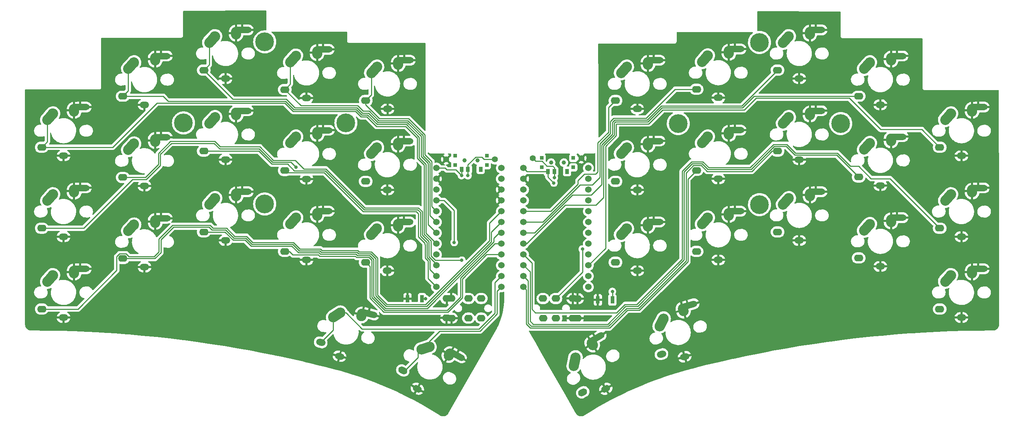
<source format=gtl>
G04 #@! TF.GenerationSoftware,KiCad,Pcbnew,6.0.5*
G04 #@! TF.CreationDate,2022-08-03T13:04:34-04:00*
G04 #@! TF.ProjectId,sweep-high,73776565-702d-4686-9967-682e6b696361,rev?*
G04 #@! TF.SameCoordinates,Original*
G04 #@! TF.FileFunction,Copper,L1,Top*
G04 #@! TF.FilePolarity,Positive*
%FSLAX46Y46*%
G04 Gerber Fmt 4.6, Leading zero omitted, Abs format (unit mm)*
G04 Created by KiCad (PCBNEW 6.0.5) date 2022-08-03 13:04:34*
%MOMM*%
%LPD*%
G01*
G04 APERTURE LIST*
G04 Aperture macros list*
%AMHorizOval*
0 Thick line with rounded ends*
0 $1 width*
0 $2 $3 position (X,Y) of the first rounded end (center of the circle)*
0 $4 $5 position (X,Y) of the second rounded end (center of the circle)*
0 Add line between two ends*
20,1,$1,$2,$3,$4,$5,0*
0 Add two circle primitives to create the rounded ends*
1,1,$1,$2,$3*
1,1,$1,$4,$5*%
G04 Aperture macros list end*
G04 #@! TA.AperFunction,ComponentPad*
%ADD10C,1.397000*%
G04 #@! TD*
G04 #@! TA.AperFunction,ComponentPad*
%ADD11C,2.400000*%
G04 #@! TD*
G04 #@! TA.AperFunction,ComponentPad*
%ADD12O,2.200000X1.600000*%
G04 #@! TD*
G04 #@! TA.AperFunction,ComponentPad*
%ADD13HorizOval,2.400000X-0.669131X-0.743145X0.669131X0.743145X0*%
G04 #@! TD*
G04 #@! TA.AperFunction,ComponentPad*
%ADD14HorizOval,1.500000X1.449945X0.012653X-1.449945X-0.012653X0*%
G04 #@! TD*
G04 #@! TA.AperFunction,ComponentPad*
%ADD15O,2.200000X1.500000*%
G04 #@! TD*
G04 #@! TA.AperFunction,ComponentPad*
%ADD16O,2.400000X2.950000*%
G04 #@! TD*
G04 #@! TA.AperFunction,ComponentPad*
%ADD17HorizOval,1.600000X0.259808X-0.150000X-0.259808X0.150000X0*%
G04 #@! TD*
G04 #@! TA.AperFunction,ComponentPad*
%ADD18HorizOval,2.400000X-0.951057X-0.309017X0.951057X0.309017X0*%
G04 #@! TD*
G04 #@! TA.AperFunction,ComponentPad*
%ADD19HorizOval,1.500000X0.303109X-0.175000X-0.303109X0.175000X0*%
G04 #@! TD*
G04 #@! TA.AperFunction,ComponentPad*
%ADD20HorizOval,2.400000X-0.137500X-0.238157X0.137500X0.238157X0*%
G04 #@! TD*
G04 #@! TA.AperFunction,ComponentPad*
%ADD21HorizOval,1.500000X1.262016X-0.714014X-1.262016X0.714014X0*%
G04 #@! TD*
G04 #@! TA.AperFunction,ComponentPad*
%ADD22HorizOval,1.600000X0.289778X-0.077646X-0.289778X0.077646X0*%
G04 #@! TD*
G04 #@! TA.AperFunction,ComponentPad*
%ADD23HorizOval,2.400000X-0.838671X-0.544639X0.838671X0.544639X0*%
G04 #@! TD*
G04 #@! TA.AperFunction,ComponentPad*
%ADD24HorizOval,2.400000X-0.071175X-0.265630X0.071175X0.265630X0*%
G04 #@! TD*
G04 #@! TA.AperFunction,ComponentPad*
%ADD25HorizOval,1.500000X0.338074X-0.090587X-0.338074X0.090587X0*%
G04 #@! TD*
G04 #@! TA.AperFunction,ComponentPad*
%ADD26HorizOval,1.500000X1.403814X-0.363051X-1.403814X0.363051X0*%
G04 #@! TD*
G04 #@! TA.AperFunction,ComponentPad*
%ADD27C,4.400000*%
G04 #@! TD*
G04 #@! TA.AperFunction,SMDPad,CuDef*
%ADD28R,0.900000X0.900000*%
G04 #@! TD*
G04 #@! TA.AperFunction,SMDPad,CuDef*
%ADD29R,0.900000X1.250000*%
G04 #@! TD*
G04 #@! TA.AperFunction,SMDPad,CuDef*
%ADD30R,0.900000X1.700000*%
G04 #@! TD*
G04 #@! TA.AperFunction,ComponentPad*
%ADD31C,1.524000*%
G04 #@! TD*
G04 #@! TA.AperFunction,ComponentPad*
%ADD32O,2.000000X1.600000*%
G04 #@! TD*
G04 #@! TA.AperFunction,ComponentPad*
%ADD33HorizOval,1.600000X0.259808X0.150000X-0.259808X-0.150000X0*%
G04 #@! TD*
G04 #@! TA.AperFunction,ComponentPad*
%ADD34HorizOval,2.400000X-0.207912X-0.978148X0.207912X0.978148X0*%
G04 #@! TD*
G04 #@! TA.AperFunction,ComponentPad*
%ADD35HorizOval,2.400000X-0.137500X0.238157X0.137500X-0.238157X0*%
G04 #@! TD*
G04 #@! TA.AperFunction,ComponentPad*
%ADD36HorizOval,1.500000X1.249362X0.735931X-1.249362X-0.735931X0*%
G04 #@! TD*
G04 #@! TA.AperFunction,ComponentPad*
%ADD37HorizOval,1.500000X0.303109X0.175000X-0.303109X-0.175000X0*%
G04 #@! TD*
G04 #@! TA.AperFunction,ComponentPad*
%ADD38HorizOval,1.600000X0.289778X0.077646X-0.289778X-0.077646X0*%
G04 #@! TD*
G04 #@! TA.AperFunction,ComponentPad*
%ADD39HorizOval,2.400000X-0.453990X-0.891007X0.453990X0.891007X0*%
G04 #@! TD*
G04 #@! TA.AperFunction,ComponentPad*
%ADD40HorizOval,2.400000X-0.071175X0.265630X0.071175X-0.265630X0*%
G04 #@! TD*
G04 #@! TA.AperFunction,ComponentPad*
%ADD41HorizOval,1.500000X1.397264X0.387496X-1.397264X-0.387496X0*%
G04 #@! TD*
G04 #@! TA.AperFunction,ComponentPad*
%ADD42HorizOval,1.500000X0.338074X0.090587X-0.338074X-0.090587X0*%
G04 #@! TD*
G04 #@! TA.AperFunction,WasherPad*
%ADD43C,1.000000*%
G04 #@! TD*
G04 #@! TA.AperFunction,ViaPad*
%ADD44C,0.800000*%
G04 #@! TD*
G04 #@! TA.AperFunction,Conductor*
%ADD45C,0.250000*%
G04 #@! TD*
G04 APERTURE END LIST*
D10*
X146190005Y-83736002D03*
X134760005Y-83736002D03*
D11*
X42500000Y-73000000D03*
D12*
X39900000Y-80900000D03*
D13*
X41869131Y-73706855D03*
D14*
X48900042Y-71459599D03*
D15*
X45000000Y-82900000D03*
D16*
X47500000Y-72200000D03*
D12*
X58900000Y-68900000D03*
D13*
X60869131Y-61706855D03*
D11*
X61500000Y-61000000D03*
D16*
X66500000Y-60200000D03*
D15*
X64000000Y-70900000D03*
D14*
X67900042Y-59459599D03*
D13*
X79869131Y-55566855D03*
D12*
X77900000Y-62760000D03*
D11*
X80500000Y-54860000D03*
D15*
X83000000Y-64760000D03*
D14*
X86900042Y-53319599D03*
D16*
X85500000Y-54060000D03*
D11*
X99494000Y-59432000D03*
D13*
X98863131Y-60138855D03*
D12*
X96894000Y-67332000D03*
D15*
X101994000Y-69332000D03*
D16*
X104494000Y-58632000D03*
D14*
X105894042Y-57891599D03*
D11*
X118500000Y-62000000D03*
D13*
X117869131Y-62706855D03*
D12*
X115900000Y-69900000D03*
D15*
X121000000Y-71900000D03*
D14*
X124900042Y-60459599D03*
D16*
X123500000Y-61200000D03*
D12*
X39900000Y-99900000D03*
D11*
X42500000Y-92000000D03*
D13*
X41869131Y-92706855D03*
D15*
X45000000Y-101900000D03*
D14*
X48900042Y-90459599D03*
D16*
X47500000Y-91200000D03*
D13*
X60869131Y-80780855D03*
D11*
X61500000Y-80074000D03*
D12*
X58900000Y-87974000D03*
D14*
X67900042Y-78533599D03*
D15*
X64000000Y-89974000D03*
D16*
X66500000Y-79274000D03*
D12*
X77900000Y-81778000D03*
D13*
X79869131Y-74584855D03*
D11*
X80500000Y-73878000D03*
D14*
X86900042Y-72337599D03*
D16*
X85500000Y-73078000D03*
D15*
X83000000Y-83778000D03*
D13*
X98869131Y-79156855D03*
D12*
X96900000Y-86350000D03*
D11*
X99500000Y-78450000D03*
D15*
X102000000Y-88350000D03*
D14*
X105900042Y-76909599D03*
D16*
X104500000Y-77650000D03*
D11*
X118480000Y-80990000D03*
D12*
X115880000Y-88890000D03*
D13*
X117849131Y-81696855D03*
D14*
X124880042Y-79449599D03*
D15*
X120980000Y-90890000D03*
D16*
X123480000Y-80190000D03*
D11*
X42500000Y-111000000D03*
D13*
X41869131Y-111706855D03*
D12*
X39900000Y-118900000D03*
D15*
X45000000Y-120900000D03*
D16*
X47500000Y-110200000D03*
D14*
X48900042Y-109459599D03*
D12*
X58908000Y-107024000D03*
D11*
X61508000Y-99124000D03*
D13*
X60877131Y-99830855D03*
D15*
X64008000Y-109024000D03*
D14*
X67908042Y-97583599D03*
D16*
X66508000Y-98324000D03*
D11*
X80500000Y-92896000D03*
D13*
X79869131Y-93602855D03*
D12*
X77900000Y-100796000D03*
D16*
X85500000Y-92096000D03*
D14*
X86900042Y-91355599D03*
D15*
X83000000Y-102796000D03*
D11*
X99500000Y-97468000D03*
D12*
X96900000Y-105368000D03*
D13*
X98869131Y-98174855D03*
D14*
X105900042Y-95927599D03*
D15*
X102000000Y-107368000D03*
D16*
X104500000Y-96668000D03*
D17*
X124583270Y-133331499D03*
D18*
X129885160Y-128086618D03*
D11*
X130784936Y-127789898D03*
D19*
X128000000Y-137613550D03*
D20*
X135515064Y-129597078D03*
D21*
X137097736Y-129655893D03*
D22*
X105336384Y-126735134D03*
D11*
X109892462Y-119777249D03*
D23*
X109100141Y-120296738D03*
D24*
X114929146Y-120298604D03*
D25*
X109744968Y-129986962D03*
D26*
X116473113Y-119945789D03*
D27*
X92202000Y-94234000D03*
X92202000Y-56134000D03*
X111252000Y-75184000D03*
X73152000Y-75184000D03*
D28*
X136902000Y-82890000D03*
X136902000Y-85090000D03*
X144302000Y-85090000D03*
X144302000Y-82890000D03*
D29*
X142852000Y-86065000D03*
X139852000Y-86065000D03*
X138352000Y-86065000D03*
D30*
X125694000Y-116502000D03*
X129094000Y-116502000D03*
D13*
X117849131Y-100714855D03*
D11*
X118480000Y-100008000D03*
D12*
X115880000Y-107908000D03*
D15*
X120980000Y-109908000D03*
D14*
X124880042Y-98467599D03*
D16*
X123480000Y-99208000D03*
D31*
X147705400Y-85768000D03*
X147705400Y-88308000D03*
X147705400Y-90848000D03*
X147705400Y-93388000D03*
X147705400Y-95928000D03*
X147705400Y-98468000D03*
X147705400Y-101008000D03*
X147705400Y-103548000D03*
X147705400Y-106088000D03*
X147705400Y-108628000D03*
X147705400Y-111168000D03*
X147705400Y-113708000D03*
X132485400Y-113708000D03*
X132485400Y-111168000D03*
X132485400Y-108628000D03*
X132485400Y-106088000D03*
X132485400Y-103548000D03*
X132485400Y-101008000D03*
X132485400Y-98468000D03*
X132485400Y-95928000D03*
X132485400Y-93388000D03*
X132485400Y-90848000D03*
X132485400Y-88308000D03*
X132485400Y-85768000D03*
D10*
X166459840Y-83482002D03*
D30*
X170347840Y-116756000D03*
X173747840Y-116756000D03*
D10*
X155029840Y-83482002D03*
D27*
X208269840Y-56261000D03*
X189219840Y-75311000D03*
X208269840Y-94361000D03*
X227319840Y-75311000D03*
D28*
X164571840Y-85598000D03*
X164571840Y-83398000D03*
X157171840Y-83398000D03*
X157171840Y-85598000D03*
D29*
X163121840Y-86573000D03*
X160121840Y-86573000D03*
X158621840Y-86573000D03*
D32*
X160467840Y-116434000D03*
X160487840Y-121064000D03*
X157487840Y-121064000D03*
X157467840Y-116434000D03*
X165567840Y-121034000D03*
X165587840Y-116464000D03*
X164467840Y-116434000D03*
X164487840Y-121064000D03*
D13*
X195454971Y-79124855D03*
D11*
X196085840Y-78418000D03*
D12*
X193485840Y-86318000D03*
D16*
X201085840Y-77618000D03*
D15*
X198585840Y-88318000D03*
D14*
X202485882Y-76877599D03*
D12*
X250531840Y-118900000D03*
D11*
X253131840Y-111000000D03*
D13*
X252500971Y-111706855D03*
D16*
X258131840Y-110200000D03*
D14*
X259531882Y-109459599D03*
D15*
X255631840Y-120900000D03*
D12*
X212487840Y-100796000D03*
D11*
X215087840Y-92896000D03*
D13*
X214456971Y-93602855D03*
D15*
X217587840Y-102796000D03*
D16*
X220087840Y-92096000D03*
D14*
X221487882Y-91355599D03*
D12*
X193485840Y-105368000D03*
D11*
X196085840Y-97468000D03*
D13*
X195454971Y-98174855D03*
D16*
X201085840Y-96668000D03*
D15*
X198585840Y-107368000D03*
D14*
X202485882Y-95927599D03*
D11*
X196085840Y-59368000D03*
D12*
X193485840Y-67268000D03*
D13*
X195454971Y-60074855D03*
D14*
X202485882Y-57827599D03*
D16*
X201085840Y-58568000D03*
D15*
X198585840Y-69268000D03*
D12*
X231513840Y-68900000D03*
D13*
X233482971Y-61706855D03*
D11*
X234113840Y-61000000D03*
D16*
X239113840Y-60200000D03*
D14*
X240513882Y-59459599D03*
D15*
X236613840Y-70900000D03*
D12*
X212487840Y-62760000D03*
D13*
X214456971Y-55566855D03*
D11*
X215087840Y-54860000D03*
D15*
X217587840Y-64760000D03*
D14*
X221487882Y-53319599D03*
D16*
X220087840Y-54060000D03*
D11*
X234113840Y-79974000D03*
D13*
X233482971Y-80680855D03*
D12*
X231513840Y-87874000D03*
D16*
X239113840Y-79174000D03*
D14*
X240513882Y-78433599D03*
D15*
X236613840Y-89874000D03*
D12*
X212487840Y-81778000D03*
D11*
X215087840Y-73878000D03*
D13*
X214456971Y-74584855D03*
D14*
X221487882Y-72337599D03*
D16*
X220087840Y-73078000D03*
D15*
X217587840Y-83778000D03*
D12*
X231513840Y-106892000D03*
D13*
X233482971Y-99698855D03*
D11*
X234113840Y-98992000D03*
D16*
X239113840Y-98192000D03*
D15*
X236613840Y-108892000D03*
D14*
X240513882Y-97451599D03*
D13*
X176454971Y-81696855D03*
D11*
X177085840Y-80990000D03*
D12*
X174485840Y-88890000D03*
D14*
X183485882Y-79449599D03*
D15*
X179585840Y-90890000D03*
D16*
X182085840Y-80190000D03*
D12*
X250531840Y-99900000D03*
D11*
X253131840Y-92000000D03*
D13*
X252500971Y-92706855D03*
D14*
X259531882Y-90459599D03*
D15*
X255631840Y-101900000D03*
D16*
X258131840Y-91200000D03*
D11*
X253131840Y-73000000D03*
D13*
X252500971Y-73706855D03*
D12*
X250531840Y-80900000D03*
D14*
X259531882Y-71459599D03*
D15*
X255631840Y-82900000D03*
D16*
X258131840Y-72200000D03*
D13*
X176454971Y-62706855D03*
D11*
X177085840Y-62000000D03*
D12*
X174485840Y-69900000D03*
D15*
X179585840Y-71900000D03*
D16*
X182085840Y-61200000D03*
D14*
X183485882Y-60459599D03*
D33*
X166784270Y-138469499D03*
D11*
X165085936Y-130327898D03*
D34*
X164893015Y-131255487D03*
D35*
X169016064Y-127135078D03*
D36*
X169858335Y-125793851D03*
D37*
X172201000Y-137651550D03*
D12*
X174485840Y-107908000D03*
D13*
X176454971Y-100714855D03*
D11*
X177085840Y-100008000D03*
D14*
X183485882Y-98467599D03*
D16*
X182085840Y-99208000D03*
D15*
X179585840Y-109908000D03*
D11*
X185729749Y-121193344D03*
D38*
X185263013Y-129497088D03*
D39*
X185303323Y-122039395D03*
D40*
X190352323Y-119126508D03*
D41*
X191513030Y-118048978D03*
D42*
X190706872Y-130108962D03*
D31*
X168129240Y-85768000D03*
X168129240Y-88308000D03*
X168129240Y-90848000D03*
X168129240Y-93388000D03*
X168129240Y-95928000D03*
X168129240Y-98468000D03*
X168129240Y-101008000D03*
X168129240Y-103548000D03*
X168129240Y-106088000D03*
X168129240Y-108628000D03*
X168129240Y-111168000D03*
X168129240Y-113708000D03*
X152909240Y-113708000D03*
X152909240Y-111168000D03*
X152909240Y-108628000D03*
X152909240Y-106088000D03*
X152909240Y-103548000D03*
X152909240Y-101008000D03*
X152909240Y-98468000D03*
X152909240Y-95928000D03*
X152909240Y-93388000D03*
X152909240Y-90848000D03*
X152909240Y-88308000D03*
X152909240Y-85768000D03*
D32*
X139990000Y-121034000D03*
X139970000Y-116404000D03*
X142990000Y-121034000D03*
X142970000Y-116404000D03*
X134870000Y-121004000D03*
X134890000Y-116434000D03*
X135970000Y-116404000D03*
X135990000Y-121034000D03*
D43*
X142102000Y-83990000D03*
X139102000Y-83990000D03*
X159371840Y-84498000D03*
X162371840Y-84498000D03*
D44*
X160109840Y-88054000D03*
X136652000Y-103251000D03*
X129934000Y-116502000D03*
X138430000Y-107442000D03*
X99568000Y-85598000D03*
X160020000Y-89281000D03*
X138352000Y-87510000D03*
X139852000Y-87534000D03*
X166713840Y-104818000D03*
X173747840Y-114802000D03*
D45*
X158381843Y-85323001D02*
X157231843Y-84173001D01*
X157231843Y-84173001D02*
X155720841Y-84173001D01*
X155720841Y-84173001D02*
X155029840Y-83482000D01*
X160109840Y-86585000D02*
X160121840Y-86573000D01*
X160121840Y-85698000D02*
X159746841Y-85323001D01*
X159746841Y-85323001D02*
X158381843Y-85323001D01*
X160109840Y-88054000D02*
X160109840Y-86585000D01*
X160121840Y-86573000D02*
X160121840Y-85698000D01*
X157467840Y-121044000D02*
X157487840Y-121064000D01*
X132485400Y-93388000D02*
X134282000Y-93388000D01*
X136652000Y-95758000D02*
X136652000Y-103251000D01*
X134282000Y-93388000D02*
X136652000Y-95758000D01*
X129094000Y-116502000D02*
X129934000Y-116502000D01*
X125238397Y-75968037D02*
X118372399Y-75968037D01*
X127978962Y-83349038D02*
X127978962Y-78708602D01*
X127978962Y-78708602D02*
X125238397Y-75968037D01*
X116144388Y-73740028D02*
X114756800Y-73740028D01*
X131167319Y-106378681D02*
X131167319Y-102866329D01*
X113486798Y-72470028D02*
X98868206Y-72470028D01*
X41200000Y-79600000D02*
X39900000Y-80900000D01*
X41200000Y-74450000D02*
X41200000Y-79600000D01*
X131167319Y-102866329D02*
X129598359Y-101297369D01*
X96894196Y-70496020D02*
X66917980Y-70496020D01*
X56514000Y-80900000D02*
X39900000Y-80900000D01*
X129598359Y-85055589D02*
X127978964Y-83436194D01*
X129598359Y-101297369D02*
X129598359Y-85055589D01*
X127978964Y-83436194D02*
X127978962Y-83349038D01*
X131167319Y-106378681D02*
X132230638Y-107442000D01*
X114756800Y-73740028D02*
X113486798Y-72470028D01*
X66917980Y-70496020D02*
X56514000Y-80900000D01*
X118372399Y-75968037D02*
X116144388Y-73740028D01*
X132230638Y-107442000D02*
X138430000Y-107442000D01*
X98868206Y-72470028D02*
X96894196Y-70496020D01*
X69538010Y-70046010D02*
X97080596Y-70046010D01*
X68392000Y-68900000D02*
X69538010Y-70046010D01*
X60200000Y-67600000D02*
X58900000Y-68900000D01*
X125424799Y-75518029D02*
X128428972Y-78522202D01*
X97080596Y-70046010D02*
X99054605Y-72020019D01*
X128428972Y-78522202D02*
X128428972Y-80676972D01*
X128428973Y-83249793D02*
X130048369Y-84869189D01*
X130048369Y-84869189D02*
X130048369Y-101110969D01*
X130048369Y-101110969D02*
X132485400Y-103548000D01*
X116330790Y-73290020D02*
X118558798Y-75518028D01*
X99054605Y-72020019D02*
X113673200Y-72020020D01*
X113673200Y-72020020D02*
X114943199Y-73290019D01*
X128428973Y-80676973D02*
X128428973Y-83249793D01*
X60200000Y-62450000D02*
X60200000Y-67600000D01*
X114943199Y-73290019D02*
X116330790Y-73290020D01*
X58900000Y-68900000D02*
X68392000Y-68900000D01*
X118558798Y-75518028D02*
X125424799Y-75518029D01*
X128878982Y-78335802D02*
X128878982Y-83063392D01*
X99241006Y-71570010D02*
X113859600Y-71570010D01*
X125611200Y-75068020D02*
X128878982Y-78335802D01*
X79200000Y-56310000D02*
X79200000Y-61460000D01*
X77900000Y-62760000D02*
X84736000Y-69596000D01*
X118745199Y-75068019D02*
X125611200Y-75068020D01*
X128878982Y-83063392D02*
X130498379Y-84682789D01*
X79200000Y-61460000D02*
X77900000Y-62760000D01*
X97266996Y-69596000D02*
X99241006Y-71570010D01*
X116517190Y-72840010D02*
X118745199Y-75068019D01*
X84736000Y-69596000D02*
X97266996Y-69596000D01*
X113859600Y-71570010D02*
X115129600Y-72840010D01*
X130498379Y-84682789D02*
X130498379Y-99020979D01*
X130498379Y-99020979D02*
X132485400Y-101008000D01*
X115129600Y-72840010D02*
X116517190Y-72840010D01*
X129328991Y-79713009D02*
X129328991Y-82876991D01*
X116703590Y-72390000D02*
X118931600Y-74618010D01*
X129328991Y-82876991D02*
X130948389Y-84496389D01*
X130948389Y-96930989D02*
X132485400Y-98468000D01*
X98194000Y-60882000D02*
X98194000Y-66032000D01*
X115316000Y-72390000D02*
X116703590Y-72390000D01*
X114046000Y-71120000D02*
X115316000Y-72390000D01*
X129328991Y-78149401D02*
X129328991Y-79713009D01*
X118931600Y-74618010D02*
X125797600Y-74618010D01*
X98194000Y-66032000D02*
X96894000Y-67332000D01*
X100682000Y-71120000D02*
X114046000Y-71120000D01*
X96894000Y-67332000D02*
X100682000Y-71120000D01*
X130948389Y-84496389D02*
X130948389Y-96930989D01*
X125797600Y-74618010D02*
X129328991Y-78149401D01*
X129794000Y-77978000D02*
X129794000Y-82580000D01*
X117200000Y-63450000D02*
X117200000Y-68600000D01*
X115900000Y-70950000D02*
X119118000Y-74168000D01*
X115900000Y-69900000D02*
X115900000Y-70950000D01*
X129794000Y-82580000D02*
X131398399Y-84184399D01*
X131398399Y-84184399D02*
X131398399Y-94840999D01*
X131398399Y-94840999D02*
X132485400Y-95928000D01*
X119118000Y-74168000D02*
X125984000Y-74168000D01*
X125984000Y-74168000D02*
X129794000Y-77978000D01*
X117200000Y-68600000D02*
X115900000Y-69900000D01*
X64393892Y-88423520D02*
X67691000Y-85126412D01*
X70290400Y-79952010D02*
X80330598Y-79952010D01*
X80330598Y-79952010D02*
X81658588Y-81280000D01*
X61182480Y-88423520D02*
X64393892Y-88423520D01*
X98366520Y-84396520D02*
X99568000Y-85598000D01*
X90932000Y-81280000D02*
X94048520Y-84396520D01*
X39900000Y-99900000D02*
X49706000Y-99900000D01*
X81658588Y-81280000D02*
X90932000Y-81280000D01*
X49706000Y-99900000D02*
X61182480Y-88423520D01*
X67691000Y-82551410D02*
X70290400Y-79952010D01*
X67691000Y-85126412D02*
X67691000Y-82551410D01*
X94048520Y-84396520D02*
X98366520Y-84396520D01*
X58900000Y-87974000D02*
X64207002Y-87974000D01*
X130696000Y-103031420D02*
X130696000Y-103294000D01*
X128260390Y-95111980D02*
X129148348Y-95999938D01*
X80516998Y-79502000D02*
X81786998Y-80772000D01*
X64207002Y-87974000D02*
X67241480Y-84939522D01*
X129148348Y-95999938D02*
X129148349Y-96158349D01*
X106544800Y-85967980D02*
X115688800Y-95111980D01*
X70104000Y-79502000D02*
X80516998Y-79502000D01*
X129156929Y-101492349D02*
X130696000Y-103031420D01*
X130717309Y-106565081D02*
X132485400Y-108333172D01*
X99389998Y-83947000D02*
X101410978Y-85967980D01*
X130696000Y-103294000D02*
X130717309Y-103315309D01*
X115688800Y-95111980D02*
X128260390Y-95111980D01*
X129148349Y-96158349D02*
X129148349Y-101492349D01*
X81786998Y-80772000D02*
X91060410Y-80772000D01*
X94235410Y-83947000D02*
X99389998Y-83947000D01*
X67241480Y-82364520D02*
X70104000Y-79502000D01*
X132485400Y-108333172D02*
X132485400Y-108628000D01*
X101410978Y-85967980D02*
X106544800Y-85967980D01*
X67241480Y-84939522D02*
X67241480Y-82364520D01*
X91060410Y-80772000D02*
X94235410Y-83947000D01*
X129148349Y-101492349D02*
X129156929Y-101492349D01*
X130717309Y-103315309D02*
X130717309Y-106565081D01*
X130245990Y-103605990D02*
X130267299Y-103627299D01*
X130245990Y-103217820D02*
X130245990Y-103605990D01*
X115502400Y-95561990D02*
X128073990Y-95561990D01*
X128073990Y-95561990D02*
X128698339Y-96186339D01*
X90793590Y-81778000D02*
X93861630Y-84846040D01*
X130267299Y-103627299D02*
X130267299Y-106751481D01*
X130950000Y-107434182D02*
X130950000Y-109632600D01*
X128698339Y-96186339D02*
X128698339Y-101735661D01*
X130267299Y-106751481D02*
X130950000Y-107434182D01*
X130128085Y-103099915D02*
X130245990Y-103217820D01*
X93861630Y-84846040D02*
X97546040Y-84846040D01*
X97546040Y-84846040D02*
X99117990Y-86417990D01*
X99117990Y-86417990D02*
X106358400Y-86417990D01*
X130062593Y-103099915D02*
X130128085Y-103099915D01*
X106358400Y-86417990D02*
X115502400Y-95561990D01*
X77900000Y-81778000D02*
X90793590Y-81778000D01*
X130950000Y-109632600D02*
X132485400Y-111168000D01*
X128698339Y-101735661D02*
X130062593Y-103099915D01*
X129817289Y-106937881D02*
X130499990Y-107620582D01*
X128248330Y-101922062D02*
X129795980Y-103469712D01*
X129795980Y-103792390D02*
X129817289Y-103813699D01*
X96900000Y-86350000D02*
X97418000Y-86868000D01*
X129817289Y-103813699D02*
X129817289Y-106937881D01*
X130499990Y-107620582D02*
X130499990Y-111722590D01*
X130499990Y-111722590D02*
X132485400Y-113708000D01*
X115316000Y-96012000D02*
X127762000Y-96012000D01*
X129795980Y-103469712D02*
X129795980Y-103792390D01*
X97418000Y-86868000D02*
X106172000Y-86868000D01*
X128248330Y-96498330D02*
X128248330Y-101922062D01*
X106172000Y-86868000D02*
X115316000Y-96012000D01*
X127762000Y-96012000D02*
X128248330Y-96498330D01*
X115880000Y-88890000D02*
X115834000Y-88890000D01*
X144920000Y-102882162D02*
X144920000Y-98713400D01*
X87951392Y-101792982D02*
X89398392Y-103239982D01*
X83243095Y-99895981D02*
X85140095Y-101792981D01*
X89398392Y-103239982D02*
X98924802Y-103239982D01*
X66271600Y-106573990D02*
X67389491Y-105456099D01*
X58142006Y-105898990D02*
X59673994Y-105898990D01*
X100458410Y-104773590D02*
X105284410Y-104773590D01*
X70615608Y-99220980D02*
X79408980Y-99220980D01*
X41190000Y-112210000D02*
X41190000Y-113460000D01*
X113990290Y-105097470D02*
X114325780Y-105432960D01*
X60348994Y-106573990D02*
X66271600Y-106573990D01*
X48413002Y-118900000D02*
X57482990Y-109830012D01*
X117205194Y-105432960D02*
X118655038Y-106882804D01*
X67389491Y-105456099D02*
X67389491Y-102447097D01*
X57482990Y-106558006D02*
X58142006Y-105898990D01*
X98924802Y-103239982D02*
X100458410Y-104773590D01*
X129968202Y-117833960D02*
X144920000Y-102882162D01*
X80083980Y-99895980D02*
X83243095Y-99895981D01*
X144920000Y-98713400D02*
X147705400Y-95928000D01*
X39900000Y-118900000D02*
X48413002Y-118900000D01*
X85140095Y-101792981D02*
X87951392Y-101792982D01*
X118655038Y-115601398D02*
X120887600Y-117833960D01*
X118655038Y-106882804D02*
X118655038Y-115601398D01*
X105608290Y-105097470D02*
X113990290Y-105097470D01*
X67389491Y-102447097D02*
X70615608Y-99220980D01*
X120887600Y-117833960D02*
X129968202Y-117833960D01*
X59673994Y-105898990D02*
X60348994Y-106573990D01*
X105284410Y-104773590D02*
X105608290Y-105097470D01*
X79408980Y-99220980D02*
X80083980Y-99895980D01*
X114325780Y-105432960D02*
X117205194Y-105432960D01*
X57482990Y-109830012D02*
X57482990Y-106558006D01*
X117018794Y-105882970D02*
X118205028Y-107069206D01*
X67839011Y-102633987D02*
X70802008Y-99670990D01*
X58908000Y-107024000D02*
X66458000Y-107024000D01*
X79771990Y-100345990D02*
X83056694Y-100345990D01*
X84953694Y-102242991D02*
X87764991Y-102242991D01*
X105098010Y-105223600D02*
X105421888Y-105547478D01*
X118205028Y-115787798D02*
X120701200Y-118283970D01*
X147705400Y-98468000D02*
X145370010Y-100803390D01*
X70802008Y-99670990D02*
X79096990Y-99670990D01*
X100272010Y-105223600D02*
X105098010Y-105223600D01*
X89211990Y-103689990D02*
X98738401Y-103689991D01*
X98738401Y-103689991D02*
X100272010Y-105223600D01*
X130154602Y-118283970D02*
X145370010Y-103068562D01*
X145370010Y-100803390D02*
X145370010Y-103068562D01*
X66458000Y-107024000D02*
X67839011Y-105642989D01*
X118205028Y-107069206D02*
X118205028Y-115787798D01*
X114139380Y-105882970D02*
X117018794Y-105882970D01*
X79096990Y-99670990D02*
X79771990Y-100345990D01*
X105421888Y-105547478D02*
X113803889Y-105547479D01*
X67839011Y-105642989D02*
X67839011Y-102633987D01*
X113803889Y-105547479D02*
X114139380Y-105882970D01*
X87764991Y-102242991D02*
X89211990Y-103689990D01*
X120701200Y-118283970D02*
X130154602Y-118283970D01*
X83056694Y-100345990D02*
X84953694Y-102242991D01*
X145936000Y-102278000D02*
X147206000Y-101008000D01*
X116832394Y-106332980D02*
X117755019Y-107255605D01*
X113952980Y-106332980D02*
X116832394Y-106332980D01*
X105235488Y-105997488D02*
X113617488Y-105997488D01*
X87552999Y-102693001D02*
X88999998Y-104140000D01*
X113617488Y-105997488D02*
X113952980Y-106332980D01*
X145936000Y-103138982D02*
X145936000Y-102278000D01*
X77900000Y-100796000D02*
X82870293Y-100796000D01*
X120514800Y-118733980D02*
X130341002Y-118733980D01*
X147206000Y-101008000D02*
X147705400Y-101008000D01*
X104911610Y-105673610D02*
X105235488Y-105997488D01*
X84767294Y-102693001D02*
X87552999Y-102693001D01*
X130341002Y-118733980D02*
X145936000Y-103138982D01*
X117755019Y-107255605D02*
X117755020Y-115974200D01*
X88999998Y-104140000D02*
X98552000Y-104140000D01*
X98552000Y-104140000D02*
X100085610Y-105673610D01*
X100085610Y-105673610D02*
X104911610Y-105673610D01*
X82870293Y-100796000D02*
X84767294Y-102693001D01*
X117755020Y-115974200D02*
X120514800Y-118733980D01*
X138331700Y-111379000D02*
X138332392Y-111379000D01*
X116645994Y-106782990D02*
X117305010Y-107442006D01*
X96900000Y-105368000D02*
X98002000Y-105368000D01*
X134981014Y-119183990D02*
X138116502Y-116048502D01*
X117305010Y-107442006D02*
X117305010Y-116160600D01*
X105049088Y-106447498D02*
X113431088Y-106447498D01*
X146163392Y-103548000D02*
X147705400Y-103548000D01*
X113431088Y-106447498D02*
X113766580Y-106782990D01*
X117305010Y-116160600D02*
X120328400Y-119183990D01*
X138116502Y-111594198D02*
X138331700Y-111379000D01*
X138116502Y-116048502D02*
X138116502Y-111594198D01*
X98806000Y-106172000D02*
X104773590Y-106172000D01*
X138332392Y-111379000D02*
X146163392Y-103548000D01*
X120328400Y-119183990D02*
X134981014Y-119183990D01*
X113766580Y-106782990D02*
X116645994Y-106782990D01*
X98002000Y-105368000D02*
X98806000Y-106172000D01*
X104773590Y-106172000D02*
X105049088Y-106447498D01*
X138566512Y-116234902D02*
X138566512Y-111780598D01*
X120142000Y-119634000D02*
X135167414Y-119634000D01*
X135167414Y-119634000D02*
X138566512Y-116234902D01*
X116855490Y-116347490D02*
X120142000Y-119634000D01*
X115880000Y-107908000D02*
X116855490Y-108883490D01*
X116855490Y-108883490D02*
X116855490Y-116347490D01*
X144259110Y-106088000D02*
X147705400Y-106088000D01*
X138566512Y-111780598D02*
X144259110Y-106088000D01*
X108261470Y-123810048D02*
X105336384Y-126735134D01*
X108261470Y-120841377D02*
X108261470Y-123810048D01*
X146177000Y-112696400D02*
X146177000Y-119888000D01*
X111268249Y-119777249D02*
X109892462Y-119777249D01*
X115062000Y-123571000D02*
X111268249Y-119777249D01*
X147705400Y-111168000D02*
X146177000Y-112696400D01*
X146177000Y-119888000D02*
X142494000Y-123571000D01*
X142494000Y-123571000D02*
X115062000Y-123571000D01*
X146685000Y-120071000D02*
X142677000Y-124079000D01*
X128934103Y-128395635D02*
X128174999Y-129154739D01*
X133223000Y-124079000D02*
X130784936Y-126517064D01*
X146685000Y-114728400D02*
X146685000Y-120071000D01*
X128174999Y-129154739D02*
X128174999Y-130270001D01*
X147705400Y-113708000D02*
X146685000Y-114728400D01*
X128174999Y-130270001D02*
X125113501Y-133331499D01*
X125113501Y-133331499D02*
X124583270Y-133331499D01*
X142677000Y-124079000D02*
X133223000Y-124079000D01*
X130784936Y-126517064D02*
X130784936Y-127789898D01*
X138352000Y-87510000D02*
X138352000Y-87510000D01*
X158621840Y-86573000D02*
X153714240Y-86573000D01*
X153714240Y-86573000D02*
X152909240Y-85768000D01*
X137047001Y-86205001D02*
X138352000Y-87510000D01*
X134496782Y-85768000D02*
X132485400Y-85768000D01*
X138352000Y-86065000D02*
X138352000Y-87510000D01*
X158621840Y-87882840D02*
X160020000Y-89281000D01*
X158621840Y-86573000D02*
X158621840Y-87882840D01*
X134933783Y-86205001D02*
X137047001Y-86205001D01*
X134933783Y-86205001D02*
X134496782Y-85768000D01*
X139852000Y-87534000D02*
X139852000Y-87534000D01*
X143091997Y-83164999D02*
X143662998Y-83736000D01*
X139852000Y-84994000D02*
X141681001Y-83164999D01*
X139852000Y-86065000D02*
X139852000Y-87534000D01*
X143662998Y-83736000D02*
X146190000Y-83736000D01*
X139852000Y-86065000D02*
X139852000Y-84994000D01*
X141681001Y-83164999D02*
X143091997Y-83164999D01*
X160467840Y-121044000D02*
X160487840Y-121064000D01*
X166713840Y-110188000D02*
X160467840Y-116434000D01*
X166713840Y-104818000D02*
X166713840Y-110188000D01*
X173747840Y-114802000D02*
X173747840Y-116756000D01*
X180044036Y-119173804D02*
X179734036Y-119173804D01*
X191467560Y-88336280D02*
X193485840Y-86318000D01*
X180044035Y-119173805D02*
X191467560Y-107750280D01*
X153543000Y-114341760D02*
X153543000Y-122381160D01*
X191467560Y-107750280D02*
X191467560Y-88336280D01*
X173069230Y-123354610D02*
X177250036Y-119173804D01*
X153543000Y-122381160D02*
X154516450Y-123354610D01*
X177250036Y-119173804D02*
X179734036Y-119173804D01*
X152909240Y-113708000D02*
X153543000Y-114341760D01*
X154516450Y-123354610D02*
X173069230Y-123354610D01*
X179734036Y-119173804D02*
X180044035Y-119173805D01*
X207459830Y-69350010D02*
X204725615Y-72084225D01*
X236677840Y-76708000D02*
X229319850Y-69350010D01*
X182246040Y-75391030D02*
X174748810Y-75391030D01*
X172149922Y-80663556D02*
X172149922Y-104607318D01*
X250531840Y-80900000D02*
X246339840Y-76708000D01*
X185552845Y-72084225D02*
X182246040Y-75391030D01*
X229319850Y-69350010D02*
X207459830Y-69350010D01*
X174660877Y-75478963D02*
X174660878Y-78152600D01*
X246339840Y-76708000D02*
X236677840Y-76708000D01*
X204725615Y-72084225D02*
X185552845Y-72084225D01*
X174748810Y-75391030D02*
X174660877Y-75478963D01*
X174660878Y-78152600D02*
X172149922Y-80663556D01*
X172149922Y-104607318D02*
X168129240Y-108628000D01*
X174210868Y-75169792D02*
X174210867Y-77966201D01*
X185366445Y-71634215D02*
X182059640Y-74941020D01*
X182059640Y-74941020D02*
X174439640Y-74941020D01*
X153627718Y-103548000D02*
X152909240Y-103548000D01*
X171699912Y-80477156D02*
X171699912Y-92663928D01*
X231513840Y-68900000D02*
X206984250Y-68900000D01*
X206984250Y-68900000D02*
X204250035Y-71634215D01*
X169888839Y-94475001D02*
X162700717Y-94475001D01*
X171699912Y-92663928D02*
X169888839Y-94475001D01*
X162700717Y-94475001D02*
X153627718Y-103548000D01*
X204250035Y-71634215D02*
X185366445Y-71634215D01*
X174210867Y-77966201D02*
X171699912Y-80477156D01*
X174439640Y-74941020D02*
X174210868Y-75169792D01*
X181873240Y-74491010D02*
X185180045Y-71184205D01*
X173760858Y-77779800D02*
X173760859Y-74983391D01*
X171249902Y-89613938D02*
X171249902Y-80290756D01*
X174253240Y-74491010D02*
X181873240Y-74491010D01*
X171249902Y-80290756D02*
X173760858Y-77779800D01*
X155532000Y-101008000D02*
X164422000Y-92118000D01*
X173760859Y-74983391D02*
X174253240Y-74491010D01*
X152909240Y-101008000D02*
X155532000Y-101008000D01*
X204063635Y-71184205D02*
X212487840Y-62760000D01*
X185180045Y-71184205D02*
X204063635Y-71184205D01*
X164422000Y-92118000D02*
X168745840Y-92118000D01*
X168745840Y-92118000D02*
X171249902Y-89613938D01*
X174066840Y-74041000D02*
X173310849Y-74796991D01*
X173310849Y-74796991D02*
X173310849Y-77593399D01*
X188459840Y-67268000D02*
X181686840Y-74041000D01*
X170799892Y-87975948D02*
X169014841Y-89760999D01*
X193485840Y-67268000D02*
X188459840Y-67268000D01*
X181686840Y-74041000D02*
X174066840Y-74041000D01*
X173310849Y-77593399D02*
X170799892Y-80104356D01*
X170799892Y-80104356D02*
X170799892Y-87975948D01*
X169014841Y-89760999D02*
X166143283Y-89760999D01*
X166143283Y-89760999D02*
X157436282Y-98468000D01*
X157436282Y-98468000D02*
X152909240Y-98468000D01*
X169776841Y-87220999D02*
X170349882Y-86647958D01*
X170349882Y-79789958D02*
X172732841Y-77406999D01*
X172860839Y-71525001D02*
X174485840Y-69900000D01*
X170349882Y-86647958D02*
X170349882Y-79789958D01*
X172860839Y-77406999D02*
X172860839Y-71525001D01*
X172732841Y-77406999D02*
X172860839Y-77406999D01*
X165693763Y-89574802D02*
X159340564Y-95928000D01*
X167160001Y-87220999D02*
X165693763Y-88687237D01*
X169776841Y-87220999D02*
X167160001Y-87220999D01*
X159340564Y-95928000D02*
X152909240Y-95928000D01*
X165693763Y-88687237D02*
X165693763Y-89574802D01*
X238896840Y-88265000D02*
X250531840Y-99900000D01*
X176681225Y-117823775D02*
X179483225Y-117823775D01*
X194990120Y-84293460D02*
X196352650Y-85655990D01*
X206082436Y-85655990D02*
X211535445Y-80202981D01*
X216745980Y-82252980D02*
X226529230Y-82252980D01*
X229620250Y-85344000D02*
X231521000Y-85344000D01*
X234442000Y-88265000D02*
X238896840Y-88265000D01*
X231521000Y-85344000D02*
X234442000Y-88265000D01*
X154895771Y-118954771D02*
X155702000Y-119761000D01*
X154895771Y-108074531D02*
X154895771Y-118954771D01*
X155702000Y-119761000D02*
X174744000Y-119761000D01*
X174744000Y-119761000D02*
X176681225Y-117823775D01*
X179483225Y-117823775D02*
X190119000Y-107188000D01*
X196352650Y-85655990D02*
X206082436Y-85655990D01*
X214695981Y-80202981D02*
X216745980Y-82252980D01*
X226529230Y-82252980D02*
X229620250Y-85344000D01*
X190119000Y-107188000D02*
X190119000Y-86521709D01*
X190119000Y-86521709D02*
X192347249Y-84293460D01*
X211535445Y-80202981D02*
X214695981Y-80202981D01*
X192347249Y-84293460D02*
X194990120Y-84293460D01*
X152909240Y-106088000D02*
X154895771Y-108074531D01*
X155140430Y-122454590D02*
X172696430Y-122454590D01*
X190568520Y-107376500D02*
X190568520Y-86707906D01*
X152909240Y-108628000D02*
X154446251Y-110165011D01*
X172696430Y-122454590D02*
X176867625Y-118283395D01*
X176867625Y-118273785D02*
X179671235Y-118273785D01*
X206268836Y-86106000D02*
X211721846Y-80652990D01*
X211721846Y-80652990D02*
X214510272Y-80652990D01*
X179671235Y-118273785D02*
X190568520Y-107376500D01*
X214510272Y-80652990D02*
X216560272Y-82702990D01*
X154446251Y-110165011D02*
X154446251Y-121760411D01*
X190568520Y-86707906D02*
X192533446Y-84742980D01*
X226342830Y-82702990D02*
X231513840Y-87874000D01*
X216560272Y-82702990D02*
X226342830Y-82702990D01*
X194803231Y-84742981D02*
X196166250Y-86106000D01*
X192533446Y-84742980D02*
X194803231Y-84742981D01*
X196166250Y-86106000D02*
X206268836Y-86106000D01*
X154446251Y-121760411D02*
X155140430Y-122454590D01*
X176867625Y-118283395D02*
X176867625Y-118273785D01*
X179857635Y-118723795D02*
X177063635Y-118723795D01*
X212487840Y-81778000D02*
X211232554Y-81778000D01*
X192719846Y-85192990D02*
X191018040Y-86894796D01*
X194616830Y-85192990D02*
X192719846Y-85192990D01*
X195979360Y-86555520D02*
X194616830Y-85192990D01*
X153996241Y-122197991D02*
X153996241Y-112255001D01*
X211232554Y-81778000D02*
X206455033Y-86555520D01*
X206455033Y-86555520D02*
X195979360Y-86555520D01*
X191018040Y-86894796D02*
X191018040Y-107563390D01*
X172882830Y-122904600D02*
X154702850Y-122904600D01*
X154702850Y-122904600D02*
X153996241Y-122197991D01*
X177063635Y-118723795D02*
X172882830Y-122904600D01*
X153996241Y-112255001D02*
X152909240Y-111168000D01*
X191018040Y-107563390D02*
X179857635Y-118723795D01*
G04 #@! TA.AperFunction,Conductor*
G36*
X227173192Y-48990518D02*
G01*
X227241226Y-49010807D01*
X227287492Y-49064658D01*
X227298659Y-49116517D01*
X227298659Y-54774520D01*
X227298657Y-54775290D01*
X227298183Y-54852864D01*
X227300650Y-54861495D01*
X227306309Y-54881296D01*
X227309887Y-54898058D01*
X227314079Y-54927330D01*
X227317793Y-54935498D01*
X227317793Y-54935499D01*
X227324707Y-54950705D01*
X227331155Y-54968229D01*
X227338210Y-54992914D01*
X227343002Y-55000508D01*
X227343003Y-55000511D01*
X227353989Y-55017923D01*
X227362128Y-55033006D01*
X227374367Y-55059925D01*
X227380228Y-55066727D01*
X227391129Y-55079378D01*
X227402232Y-55094382D01*
X227415935Y-55116101D01*
X227422660Y-55122040D01*
X227422663Y-55122044D01*
X227438097Y-55135675D01*
X227450141Y-55147867D01*
X227463586Y-55163470D01*
X227463589Y-55163472D01*
X227469446Y-55170270D01*
X227476975Y-55175150D01*
X227476976Y-55175151D01*
X227490994Y-55184237D01*
X227505868Y-55195528D01*
X227518376Y-55206574D01*
X227525110Y-55212521D01*
X227551870Y-55225085D01*
X227566850Y-55233406D01*
X227584142Y-55244614D01*
X227584147Y-55244616D01*
X227591674Y-55249495D01*
X227600267Y-55252065D01*
X227600272Y-55252067D01*
X227616279Y-55256854D01*
X227633723Y-55263515D01*
X227648835Y-55270610D01*
X227648837Y-55270611D01*
X227656959Y-55274424D01*
X227665826Y-55275805D01*
X227665827Y-55275805D01*
X227675469Y-55277306D01*
X227686176Y-55278973D01*
X227702891Y-55282756D01*
X227722625Y-55288658D01*
X227722631Y-55288659D01*
X227731225Y-55291229D01*
X227740196Y-55291284D01*
X227740197Y-55291284D01*
X227750256Y-55291345D01*
X227765665Y-55291439D01*
X227766448Y-55291472D01*
X227767545Y-55291643D01*
X227798536Y-55291643D01*
X227799306Y-55291645D01*
X227872944Y-55292095D01*
X227872945Y-55292095D01*
X227876880Y-55292119D01*
X227878224Y-55291735D01*
X227879569Y-55291643D01*
X246376545Y-55291643D01*
X246444666Y-55311645D01*
X246491159Y-55365301D01*
X246502545Y-55417643D01*
X246502545Y-66939051D01*
X246502543Y-66939821D01*
X246502069Y-67017395D01*
X246504536Y-67026026D01*
X246510195Y-67045827D01*
X246513773Y-67062589D01*
X246517965Y-67091861D01*
X246521679Y-67100029D01*
X246521679Y-67100030D01*
X246528593Y-67115236D01*
X246535041Y-67132760D01*
X246542096Y-67157445D01*
X246546888Y-67165039D01*
X246546889Y-67165042D01*
X246557875Y-67182454D01*
X246566014Y-67197537D01*
X246578253Y-67224456D01*
X246584114Y-67231258D01*
X246595015Y-67243909D01*
X246606118Y-67258913D01*
X246619821Y-67280632D01*
X246626546Y-67286571D01*
X246626549Y-67286575D01*
X246641983Y-67300206D01*
X246654027Y-67312398D01*
X246667472Y-67328001D01*
X246667475Y-67328003D01*
X246673332Y-67334801D01*
X246680861Y-67339681D01*
X246680862Y-67339682D01*
X246694880Y-67348768D01*
X246709754Y-67360059D01*
X246722262Y-67371105D01*
X246728996Y-67377052D01*
X246755756Y-67389616D01*
X246770736Y-67397937D01*
X246788028Y-67409145D01*
X246788033Y-67409147D01*
X246795560Y-67414026D01*
X246804153Y-67416596D01*
X246804158Y-67416598D01*
X246820165Y-67421385D01*
X246837609Y-67428046D01*
X246852721Y-67435141D01*
X246852723Y-67435142D01*
X246860845Y-67438955D01*
X246869712Y-67440336D01*
X246869713Y-67440336D01*
X246879355Y-67441837D01*
X246890062Y-67443504D01*
X246906777Y-67447287D01*
X246926511Y-67453189D01*
X246926517Y-67453190D01*
X246935111Y-67455760D01*
X246944082Y-67455815D01*
X246944083Y-67455815D01*
X246954142Y-67455876D01*
X246969551Y-67455970D01*
X246970334Y-67456003D01*
X246971431Y-67456174D01*
X247002422Y-67456174D01*
X247003192Y-67456176D01*
X247076830Y-67456626D01*
X247076831Y-67456626D01*
X247080766Y-67456650D01*
X247082110Y-67456266D01*
X247083455Y-67456174D01*
X264276865Y-67456174D01*
X264344986Y-67476176D01*
X264391479Y-67529832D01*
X264402865Y-67581971D01*
X264449507Y-96556758D01*
X264491156Y-122429857D01*
X264491241Y-122482810D01*
X264488986Y-122506742D01*
X264486682Y-122518759D01*
X264488042Y-122533023D01*
X264487812Y-122559139D01*
X264466713Y-122745642D01*
X264463017Y-122764826D01*
X264449455Y-122814221D01*
X264406876Y-122969290D01*
X264400252Y-122987686D01*
X264313156Y-123180997D01*
X264303766Y-123198145D01*
X264187812Y-123375659D01*
X264175881Y-123391150D01*
X264034712Y-123547643D01*
X264033869Y-123548577D01*
X264019689Y-123562033D01*
X263904448Y-123655512D01*
X263855015Y-123695610D01*
X263838920Y-123706711D01*
X263655585Y-123813191D01*
X263637967Y-123821670D01*
X263440349Y-123898511D01*
X263421633Y-123904161D01*
X263362627Y-123917079D01*
X263214512Y-123949505D01*
X263195152Y-123952191D01*
X263135112Y-123955809D01*
X263015002Y-123963047D01*
X262997908Y-123962091D01*
X262997904Y-123962216D01*
X262988929Y-123961949D01*
X262980087Y-123960414D01*
X262971169Y-123961422D01*
X262971166Y-123961422D01*
X262942123Y-123964705D01*
X262928277Y-123965503D01*
X262742310Y-123965945D01*
X262721235Y-123964219D01*
X262701882Y-123960983D01*
X262697019Y-123960928D01*
X262697015Y-123960928D01*
X262695652Y-123960913D01*
X262689330Y-123960842D01*
X262685606Y-123961379D01*
X262681004Y-123961547D01*
X259466659Y-123983079D01*
X259466582Y-123983080D01*
X259466285Y-123983082D01*
X259465905Y-123983089D01*
X259465896Y-123983089D01*
X258878935Y-123993720D01*
X256243696Y-124041450D01*
X253316065Y-124127904D01*
X253022422Y-124136575D01*
X253022416Y-124136575D01*
X253021983Y-124136588D01*
X249801566Y-124268484D01*
X249801147Y-124268506D01*
X249801146Y-124268506D01*
X246583278Y-124437098D01*
X246583236Y-124437100D01*
X246582863Y-124437120D01*
X244263235Y-124585211D01*
X243366700Y-124642448D01*
X243366686Y-124642449D01*
X243366294Y-124642474D01*
X243365929Y-124642502D01*
X243365864Y-124642506D01*
X240152630Y-124884493D01*
X240152570Y-124884498D01*
X240152277Y-124884520D01*
X236941233Y-125163226D01*
X236940976Y-125163251D01*
X236940946Y-125163254D01*
X235394106Y-125315317D01*
X233733577Y-125478556D01*
X233733222Y-125478595D01*
X233733193Y-125478598D01*
X230529971Y-125830442D01*
X230529908Y-125830449D01*
X230529729Y-125830469D01*
X227330105Y-126218919D01*
X225679103Y-126438504D01*
X224135458Y-126643810D01*
X224135413Y-126643816D01*
X224135122Y-126643855D01*
X220945196Y-127105222D01*
X220944877Y-127105272D01*
X220944856Y-127105275D01*
X217761069Y-127602909D01*
X217760743Y-127602960D01*
X217760347Y-127603027D01*
X217760338Y-127603028D01*
X214582568Y-128136939D01*
X214582521Y-128136947D01*
X214582177Y-128137005D01*
X213089391Y-128405364D01*
X211410215Y-128707230D01*
X211410151Y-128707242D01*
X211409911Y-128707285D01*
X211409703Y-128707325D01*
X211409632Y-128707338D01*
X210043984Y-128968964D01*
X208244360Y-129313729D01*
X208244028Y-129313797D01*
X208243985Y-129313805D01*
X207010781Y-129564679D01*
X205085936Y-129956255D01*
X202544598Y-130503518D01*
X202037202Y-130612783D01*
X201935049Y-130634781D01*
X201934691Y-130634862D01*
X201934661Y-130634869D01*
X200559778Y-130947401D01*
X198792110Y-131349219D01*
X197609113Y-131632367D01*
X195657941Y-132099376D01*
X195657916Y-132099382D01*
X195657528Y-132099475D01*
X195657157Y-132099568D01*
X195657097Y-132099583D01*
X193984143Y-132520242D01*
X192551642Y-132880439D01*
X192546406Y-132881522D01*
X192544458Y-132881686D01*
X192543797Y-132881847D01*
X192543746Y-132881851D01*
X192538456Y-132883145D01*
X192538272Y-132883190D01*
X192536366Y-132883653D01*
X192536364Y-132883654D01*
X192532260Y-132884651D01*
X192532208Y-132884673D01*
X192531552Y-132884833D01*
X192527040Y-132886710D01*
X192525618Y-132887176D01*
X192518832Y-132889190D01*
X192487084Y-132897654D01*
X190858987Y-133331678D01*
X190858969Y-133331683D01*
X190858380Y-133331840D01*
X190857845Y-133331994D01*
X190857809Y-133332004D01*
X189193993Y-133811035D01*
X189193962Y-133811044D01*
X189193435Y-133811196D01*
X189192854Y-133811376D01*
X189192840Y-133811380D01*
X188589968Y-133997958D01*
X187538309Y-134323427D01*
X187531150Y-134325799D01*
X185894239Y-134868140D01*
X185894194Y-134868155D01*
X185893652Y-134868335D01*
X185092465Y-135151511D01*
X184274118Y-135440752D01*
X184260107Y-135445704D01*
X184259560Y-135445910D01*
X184259537Y-135445918D01*
X183328971Y-135795703D01*
X182638317Y-136055309D01*
X182159870Y-136246046D01*
X181029522Y-136696668D01*
X181029487Y-136696683D01*
X181028916Y-136696910D01*
X181028336Y-136697155D01*
X181028301Y-136697169D01*
X180480283Y-136928321D01*
X179432537Y-137370256D01*
X177849804Y-138075083D01*
X177419424Y-138277047D01*
X176281970Y-138810818D01*
X176281942Y-138810832D01*
X176281340Y-138811114D01*
X174727758Y-139578061D01*
X173189669Y-140375622D01*
X171667676Y-141203486D01*
X171667195Y-141203760D01*
X171667188Y-141203764D01*
X171537668Y-141277575D01*
X170162375Y-142061327D01*
X168674356Y-142948809D01*
X167276144Y-143820722D01*
X167224719Y-143852790D01*
X167217858Y-143856699D01*
X167214369Y-143858178D01*
X167205757Y-143863522D01*
X167205602Y-143863591D01*
X167205486Y-143863689D01*
X167203703Y-143864796D01*
X167200018Y-143867962D01*
X167200015Y-143867964D01*
X167193277Y-143873753D01*
X167171954Y-143888548D01*
X167165698Y-143891994D01*
X167027569Y-143968066D01*
X167011123Y-143975638D01*
X166831988Y-144042980D01*
X166814625Y-144048118D01*
X166750558Y-144062160D01*
X166627667Y-144089093D01*
X166609759Y-144091686D01*
X166418866Y-144105440D01*
X166400765Y-144105440D01*
X166283748Y-144097012D01*
X166209877Y-144091691D01*
X166191957Y-144089096D01*
X166146718Y-144079182D01*
X166005014Y-144048128D01*
X165987659Y-144042995D01*
X165808502Y-143975650D01*
X165792057Y-143968078D01*
X165653901Y-143891994D01*
X165624413Y-143875754D01*
X165609229Y-143865907D01*
X165532888Y-143808208D01*
X165456551Y-143750510D01*
X165442928Y-143738583D01*
X165308367Y-143602493D01*
X165296594Y-143588736D01*
X165251464Y-143527603D01*
X165202313Y-143461024D01*
X165192972Y-143444810D01*
X165188900Y-143438195D01*
X165185326Y-143429962D01*
X165174433Y-143416872D01*
X165161809Y-143398654D01*
X162438914Y-138619498D01*
X165210964Y-138619498D01*
X165230919Y-138847584D01*
X165232343Y-138852898D01*
X165232343Y-138852899D01*
X165287046Y-139057054D01*
X165290177Y-139068741D01*
X165292499Y-139073722D01*
X165292500Y-139073723D01*
X165384613Y-139271260D01*
X165384616Y-139271265D01*
X165386939Y-139276247D01*
X165518264Y-139463799D01*
X165680162Y-139625696D01*
X165867712Y-139757021D01*
X165872694Y-139759344D01*
X165872699Y-139759347D01*
X166070236Y-139851460D01*
X166075218Y-139853783D01*
X166080526Y-139855205D01*
X166080528Y-139855206D01*
X166291060Y-139911618D01*
X166291062Y-139911618D01*
X166296375Y-139913042D01*
X166524461Y-139932997D01*
X166752547Y-139913042D01*
X166757862Y-139911618D01*
X166968394Y-139855207D01*
X166968396Y-139855206D01*
X166973704Y-139853784D01*
X167129238Y-139781257D01*
X167131615Y-139779885D01*
X167131622Y-139779881D01*
X167679092Y-139463799D01*
X167747801Y-139424130D01*
X167750052Y-139422554D01*
X167883867Y-139328856D01*
X167883870Y-139328854D01*
X167888378Y-139325697D01*
X168050276Y-139163799D01*
X168181601Y-138976249D01*
X168183924Y-138971267D01*
X168183927Y-138971262D01*
X168276039Y-138773725D01*
X168276039Y-138773724D01*
X168278362Y-138768743D01*
X168305819Y-138666272D01*
X170959660Y-138666272D01*
X170963176Y-138675351D01*
X170963344Y-138675538D01*
X171119628Y-138820765D01*
X171128462Y-138827616D01*
X171307986Y-138942869D01*
X171317891Y-138948048D01*
X171514995Y-139029690D01*
X171525657Y-139033032D01*
X171734102Y-139078480D01*
X171745195Y-139079881D01*
X171958389Y-139087698D01*
X171969547Y-139087114D01*
X172180756Y-139057054D01*
X172191648Y-139054500D01*
X172395141Y-138987201D01*
X172403648Y-138983677D01*
X172448893Y-138960922D01*
X172452100Y-138959191D01*
X172594341Y-138877068D01*
X172605301Y-138865573D01*
X172605650Y-138863765D01*
X172603257Y-138856278D01*
X172117087Y-138014209D01*
X172105592Y-138003249D01*
X172103784Y-138002900D01*
X172096297Y-138005293D01*
X170969716Y-138655725D01*
X170959660Y-138666272D01*
X168305819Y-138666272D01*
X168337621Y-138547586D01*
X168357577Y-138319499D01*
X168337621Y-138091413D01*
X168292406Y-137922666D01*
X168279786Y-137875567D01*
X168279785Y-137875565D01*
X168278363Y-137870257D01*
X168272917Y-137858577D01*
X168267708Y-137847406D01*
X170635465Y-137847406D01*
X170635698Y-137858577D01*
X170659109Y-138070630D01*
X170661319Y-138081590D01*
X170698064Y-138205637D01*
X170705716Y-138217482D01*
X170715173Y-138216099D01*
X171524618Y-137748765D01*
X172552350Y-137748765D01*
X172554743Y-137756253D01*
X173040912Y-138598322D01*
X173052407Y-138609282D01*
X173054214Y-138609630D01*
X173061702Y-138607237D01*
X173180018Y-138538928D01*
X173184753Y-138535905D01*
X173314783Y-138444519D01*
X173323327Y-138437299D01*
X173473384Y-138285660D01*
X173480510Y-138277047D01*
X173601350Y-138101224D01*
X173606833Y-138091493D01*
X173694628Y-137897051D01*
X173698304Y-137886493D01*
X173750276Y-137679583D01*
X173752025Y-137668540D01*
X173766535Y-137455694D01*
X173766302Y-137444523D01*
X173742891Y-137232471D01*
X173740681Y-137221511D01*
X173703936Y-137097464D01*
X173696284Y-137085619D01*
X173686827Y-137087002D01*
X172563658Y-137735463D01*
X172552698Y-137746958D01*
X172552350Y-137748765D01*
X171524618Y-137748765D01*
X171838341Y-137567637D01*
X171849301Y-137556142D01*
X171849650Y-137554334D01*
X171847257Y-137546847D01*
X171361088Y-136704778D01*
X171349593Y-136693818D01*
X171347786Y-136693470D01*
X171340298Y-136695863D01*
X171221982Y-136764172D01*
X171217247Y-136767195D01*
X171087218Y-136858580D01*
X171078675Y-136865800D01*
X170928613Y-137017442D01*
X170921488Y-137026054D01*
X170800650Y-137201875D01*
X170795167Y-137211607D01*
X170707372Y-137406049D01*
X170703696Y-137416607D01*
X170651724Y-137623517D01*
X170649975Y-137634560D01*
X170635465Y-137847406D01*
X168267708Y-137847406D01*
X168183927Y-137667738D01*
X168183924Y-137667733D01*
X168181601Y-137662751D01*
X168166936Y-137641807D01*
X168053435Y-137479710D01*
X168053433Y-137479707D01*
X168050276Y-137475199D01*
X167888379Y-137313302D01*
X167875715Y-137304434D01*
X167804899Y-137254848D01*
X167700828Y-137181976D01*
X167695846Y-137179653D01*
X167695841Y-137179650D01*
X167498304Y-137087538D01*
X167498303Y-137087538D01*
X167493322Y-137085215D01*
X167488014Y-137083793D01*
X167488012Y-137083792D01*
X167277480Y-137027380D01*
X167277478Y-137027380D01*
X167272165Y-137025956D01*
X167044079Y-137006001D01*
X166815993Y-137025956D01*
X166810679Y-137027380D01*
X166810678Y-137027380D01*
X166600147Y-137083791D01*
X166600145Y-137083792D01*
X166594837Y-137085214D01*
X166589856Y-137087537D01*
X166589855Y-137087537D01*
X166504830Y-137127185D01*
X166439302Y-137157741D01*
X166436925Y-137159113D01*
X166436918Y-137159117D01*
X166169862Y-137313302D01*
X165820739Y-137514868D01*
X165818491Y-137516442D01*
X165818488Y-137516444D01*
X165802910Y-137527352D01*
X165680162Y-137613301D01*
X165518265Y-137775199D01*
X165386940Y-137962749D01*
X165384617Y-137967731D01*
X165384614Y-137967736D01*
X165308535Y-138130889D01*
X165290178Y-138170255D01*
X165288756Y-138175563D01*
X165288755Y-138175565D01*
X165253459Y-138307292D01*
X165230919Y-138391412D01*
X165210964Y-138619498D01*
X162438914Y-138619498D01*
X158744408Y-132134997D01*
X162974416Y-132134997D01*
X162979179Y-132394892D01*
X163023200Y-132651076D01*
X163024714Y-132655614D01*
X163024715Y-132655618D01*
X163047745Y-132724646D01*
X163105465Y-132897654D01*
X163224080Y-133128951D01*
X163376317Y-133339645D01*
X163558672Y-133524887D01*
X163766948Y-133680414D01*
X163898584Y-133750554D01*
X163938600Y-133771876D01*
X163989313Y-133821562D01*
X164005113Y-133890779D01*
X163980984Y-133957549D01*
X163931100Y-133997958D01*
X163892036Y-134015555D01*
X163805241Y-134054653D01*
X163805238Y-134054654D01*
X163800380Y-134056843D01*
X163602098Y-134190334D01*
X163429142Y-134355326D01*
X163286458Y-134547100D01*
X163284042Y-134551851D01*
X163284040Y-134551855D01*
X163201876Y-134713461D01*
X163178127Y-134760172D01*
X163142685Y-134874312D01*
X163108828Y-134983349D01*
X163108827Y-134983355D01*
X163107244Y-134988452D01*
X163106543Y-134993744D01*
X163077859Y-135210158D01*
X163075837Y-135225411D01*
X163084805Y-135464274D01*
X163089337Y-135485874D01*
X163123821Y-135650221D01*
X163133890Y-135698211D01*
X163221689Y-135920533D01*
X163345692Y-136124883D01*
X163349189Y-136128913D01*
X163465880Y-136263387D01*
X163502353Y-136305419D01*
X163506479Y-136308802D01*
X163506483Y-136308806D01*
X163567268Y-136358646D01*
X163687193Y-136456978D01*
X163691829Y-136459617D01*
X163691832Y-136459619D01*
X163868247Y-136560040D01*
X163894926Y-136575227D01*
X164119613Y-136656784D01*
X164124862Y-136657733D01*
X164124865Y-136657734D01*
X164350745Y-136698580D01*
X164350753Y-136698581D01*
X164354829Y-136699318D01*
X164373219Y-136700185D01*
X164378404Y-136700430D01*
X164378411Y-136700430D01*
X164379892Y-136700500D01*
X164547872Y-136700500D01*
X164726035Y-136685383D01*
X164731199Y-136684043D01*
X164731203Y-136684042D01*
X164952235Y-136626673D01*
X164952240Y-136626671D01*
X164957400Y-136625332D01*
X165148941Y-136539049D01*
X165170479Y-136529347D01*
X165170482Y-136529346D01*
X165175340Y-136527157D01*
X165305789Y-136439334D01*
X171796350Y-136439334D01*
X171798744Y-136446823D01*
X172284913Y-137288891D01*
X172296408Y-137299851D01*
X172298216Y-137300200D01*
X172305703Y-137297807D01*
X173432284Y-136647375D01*
X173442339Y-136636829D01*
X173438821Y-136627747D01*
X173438655Y-136627563D01*
X173282371Y-136482335D01*
X173273537Y-136475484D01*
X173094014Y-136360232D01*
X173084109Y-136355053D01*
X172887005Y-136273411D01*
X172876343Y-136270069D01*
X172667897Y-136224620D01*
X172656804Y-136223219D01*
X172443611Y-136215402D01*
X172432453Y-136215986D01*
X172221244Y-136246046D01*
X172210352Y-136248600D01*
X172006864Y-136315897D01*
X171998345Y-136319426D01*
X171953111Y-136342177D01*
X171949903Y-136343908D01*
X171807658Y-136426033D01*
X171796698Y-136437527D01*
X171796350Y-136439334D01*
X165305789Y-136439334D01*
X165373622Y-136393666D01*
X165408670Y-136360232D01*
X165470888Y-136300879D01*
X165506107Y-136277168D01*
X165509801Y-136275504D01*
X165509806Y-136275501D01*
X165514666Y-136273312D01*
X165705910Y-136144559D01*
X165872726Y-135985424D01*
X166010345Y-135800458D01*
X166015365Y-135790586D01*
X166062588Y-135697703D01*
X166114831Y-135594949D01*
X166126445Y-135557548D01*
X166181615Y-135379871D01*
X166183198Y-135374773D01*
X166189679Y-135325873D01*
X166212789Y-135151511D01*
X166212789Y-135151506D01*
X166213489Y-135146226D01*
X166204840Y-134915842D01*
X166157498Y-134690209D01*
X166138412Y-134641881D01*
X166074776Y-134480744D01*
X166074775Y-134480742D01*
X166072815Y-134475779D01*
X166042413Y-134425677D01*
X165955981Y-134283243D01*
X165953214Y-134278683D01*
X165879743Y-134194015D01*
X165805614Y-134108588D01*
X165805612Y-134108586D01*
X165802114Y-134104555D01*
X165739915Y-134053555D01*
X165627964Y-133961760D01*
X165627958Y-133961756D01*
X165623836Y-133958376D01*
X165559778Y-133921912D01*
X165510473Y-133870831D01*
X165496611Y-133801201D01*
X165522594Y-133735130D01*
X165553764Y-133706559D01*
X165623183Y-133661736D01*
X165721100Y-133598512D01*
X165915632Y-133426101D01*
X166081847Y-133226250D01*
X166105493Y-133186975D01*
X166131399Y-133143944D01*
X166183671Y-133095901D01*
X166253619Y-133083744D01*
X166319036Y-133111334D01*
X166359151Y-133169911D01*
X166362453Y-133182089D01*
X166396654Y-133338948D01*
X166397829Y-133342379D01*
X166397829Y-133342380D01*
X166496559Y-133630743D01*
X166507170Y-133661736D01*
X166508729Y-133665004D01*
X166508732Y-133665012D01*
X166548015Y-133747370D01*
X166654053Y-133969684D01*
X166835357Y-134258708D01*
X167048680Y-134524978D01*
X167051260Y-134527531D01*
X167286350Y-134760172D01*
X167291193Y-134764965D01*
X167294051Y-134767206D01*
X167424558Y-134869536D01*
X167559682Y-134975487D01*
X167741748Y-135087057D01*
X167838303Y-135146226D01*
X167850589Y-135153755D01*
X167853861Y-135155274D01*
X167853867Y-135155277D01*
X167983342Y-135215377D01*
X168160058Y-135297406D01*
X168163505Y-135298546D01*
X168480541Y-135403396D01*
X168480546Y-135403397D01*
X168483986Y-135404535D01*
X168487541Y-135405271D01*
X168487544Y-135405272D01*
X168814531Y-135472987D01*
X168814534Y-135472987D01*
X168818081Y-135473722D01*
X168970140Y-135487293D01*
X169115323Y-135500251D01*
X169115329Y-135500251D01*
X169118116Y-135500500D01*
X169337958Y-135500500D01*
X169339777Y-135500395D01*
X169339781Y-135500395D01*
X169587998Y-135486083D01*
X169588003Y-135486082D01*
X169591618Y-135485874D01*
X169595188Y-135485251D01*
X169924148Y-135427839D01*
X169924155Y-135427837D01*
X169927721Y-135427215D01*
X169931196Y-135426186D01*
X169931203Y-135426184D01*
X170104761Y-135374773D01*
X170254855Y-135330313D01*
X170258194Y-135328889D01*
X170565345Y-135197878D01*
X170565348Y-135197876D01*
X170568683Y-135196454D01*
X170571830Y-135194659D01*
X170571834Y-135194657D01*
X170861905Y-135029203D01*
X170865045Y-135027412D01*
X170919691Y-134987271D01*
X171137098Y-134827570D01*
X171137101Y-134827568D01*
X171140015Y-134825427D01*
X171389947Y-134593176D01*
X171611528Y-134333738D01*
X171617036Y-134325542D01*
X171689554Y-134217623D01*
X171801821Y-134050551D01*
X171837492Y-133981441D01*
X171913973Y-133833262D01*
X171958305Y-133747370D01*
X171959583Y-133743989D01*
X171959587Y-133743979D01*
X172077620Y-133431612D01*
X172078905Y-133428212D01*
X172082249Y-133414901D01*
X172140874Y-133181500D01*
X172162022Y-133097307D01*
X172174096Y-133005596D01*
X172206081Y-132762646D01*
X172206082Y-132762638D01*
X172206555Y-132759042D01*
X172210157Y-132529738D01*
X172211857Y-132421543D01*
X172211857Y-132421539D01*
X172211914Y-132417901D01*
X172209618Y-132394892D01*
X172178388Y-132082012D01*
X172178028Y-132078404D01*
X172105346Y-131745052D01*
X172062981Y-131621314D01*
X171996005Y-131425695D01*
X171996003Y-131425690D01*
X171994830Y-131422264D01*
X171993271Y-131418996D01*
X171993268Y-131418988D01*
X171897305Y-131217798D01*
X171847947Y-131114316D01*
X171845744Y-131110803D01*
X171725412Y-130918978D01*
X171666643Y-130825292D01*
X171453320Y-130559022D01*
X171219994Y-130328126D01*
X171213385Y-130321586D01*
X171213384Y-130321585D01*
X171210807Y-130319035D01*
X171129370Y-130255180D01*
X170945175Y-130110753D01*
X170945173Y-130110752D01*
X170942318Y-130108513D01*
X170694025Y-129956359D01*
X170663698Y-129937774D01*
X172288511Y-129937774D01*
X172288711Y-129943103D01*
X172288711Y-129943105D01*
X172290070Y-129979312D01*
X172297160Y-130168158D01*
X172344502Y-130393791D01*
X172346460Y-130398750D01*
X172346461Y-130398752D01*
X172422350Y-130590913D01*
X172429185Y-130608221D01*
X172431952Y-130612780D01*
X172431953Y-130612783D01*
X172491354Y-130710672D01*
X172548786Y-130805317D01*
X172552283Y-130809347D01*
X172693759Y-130972384D01*
X172699886Y-130979445D01*
X172704017Y-130982832D01*
X172874036Y-131122240D01*
X172874042Y-131122244D01*
X172878164Y-131125624D01*
X172882800Y-131128263D01*
X172882803Y-131128265D01*
X173040091Y-131217798D01*
X173078523Y-131239675D01*
X173295234Y-131318337D01*
X173300483Y-131319286D01*
X173300486Y-131319287D01*
X173518017Y-131358623D01*
X173518024Y-131358624D01*
X173522101Y-131359361D01*
X173539823Y-131360197D01*
X173544765Y-131360430D01*
X173544772Y-131360430D01*
X173546253Y-131360500D01*
X173708299Y-131360500D01*
X173775218Y-131354822D01*
X173874818Y-131346371D01*
X173874822Y-131346370D01*
X173880129Y-131345920D01*
X173885284Y-131344582D01*
X173885290Y-131344581D01*
X174098112Y-131289343D01*
X174098116Y-131289342D01*
X174103281Y-131288001D01*
X174108147Y-131285809D01*
X174108150Y-131285808D01*
X174282336Y-131207343D01*
X174313484Y-131193312D01*
X174353160Y-131166600D01*
X174391873Y-131149161D01*
X174478515Y-131126673D01*
X174478519Y-131126671D01*
X174483680Y-131125332D01*
X174549412Y-131095722D01*
X174696759Y-131029347D01*
X174696762Y-131029346D01*
X174701620Y-131027157D01*
X174899902Y-130893666D01*
X174951513Y-130844432D01*
X174988291Y-130809347D01*
X175072858Y-130728674D01*
X175215542Y-130536900D01*
X175222174Y-130523857D01*
X175321454Y-130328586D01*
X175321454Y-130328585D01*
X175323873Y-130323828D01*
X175369451Y-130177044D01*
X175393172Y-130100651D01*
X175393173Y-130100645D01*
X175394756Y-130095548D01*
X175417477Y-129924122D01*
X175425463Y-129863873D01*
X175425463Y-129863869D01*
X175426163Y-129858589D01*
X175425202Y-129832979D01*
X175420684Y-129712667D01*
X175419804Y-129689213D01*
X183664735Y-129689213D01*
X183681495Y-129784263D01*
X183702576Y-129903813D01*
X183704494Y-129914693D01*
X183719589Y-129956166D01*
X183775326Y-130109303D01*
X183782802Y-130129844D01*
X183897281Y-130328126D01*
X184001915Y-130452824D01*
X184039949Y-130498151D01*
X184044452Y-130503518D01*
X184048660Y-130507049D01*
X184068691Y-130523857D01*
X184219844Y-130650689D01*
X184224601Y-130653435D01*
X184224606Y-130653439D01*
X184354918Y-130728674D01*
X184418128Y-130765168D01*
X184423291Y-130767047D01*
X184423295Y-130767049D01*
X184539509Y-130809347D01*
X184633278Y-130843476D01*
X184638695Y-130844431D01*
X184638698Y-130844432D01*
X184722166Y-130859149D01*
X184858757Y-130883234D01*
X185087714Y-130883234D01*
X185216507Y-130860524D01*
X185254027Y-130853908D01*
X185254030Y-130853907D01*
X185256720Y-130853433D01*
X185576209Y-130767826D01*
X189245201Y-130767826D01*
X189246249Y-130777508D01*
X189246364Y-130777734D01*
X189359737Y-130958464D01*
X189366483Y-130967352D01*
X189510075Y-131125157D01*
X189518298Y-131132718D01*
X189687554Y-131262593D01*
X189696985Y-131268579D01*
X189886570Y-131366431D01*
X189896915Y-131370652D01*
X190100827Y-131433383D01*
X190111761Y-131435707D01*
X190323548Y-131461336D01*
X190334732Y-131461688D01*
X190548703Y-131449350D01*
X190557837Y-131448147D01*
X190607438Y-131437875D01*
X190610956Y-131437040D01*
X190769623Y-131394526D01*
X190783184Y-131386259D01*
X190783989Y-131384602D01*
X190783616Y-131376754D01*
X190531956Y-130437545D01*
X190523689Y-130423984D01*
X190522032Y-130423179D01*
X190514185Y-130423552D01*
X189257643Y-130760241D01*
X189245201Y-130767826D01*
X185576209Y-130767826D01*
X185946637Y-130668570D01*
X186039747Y-130634681D01*
X186102734Y-130611756D01*
X186102738Y-130611754D01*
X186107901Y-130609875D01*
X186180600Y-130567902D01*
X186301413Y-130498151D01*
X186301417Y-130498148D01*
X186306184Y-130495396D01*
X186481575Y-130348225D01*
X186502047Y-130323828D01*
X186527241Y-130293802D01*
X191021089Y-130293802D01*
X191021462Y-130301649D01*
X191273122Y-131240859D01*
X191281389Y-131254420D01*
X191283046Y-131255225D01*
X191290893Y-131254852D01*
X191422864Y-131219490D01*
X191428213Y-131217798D01*
X191577475Y-131163175D01*
X191587585Y-131158418D01*
X191771790Y-131050777D01*
X191780893Y-131044308D01*
X191943119Y-130905754D01*
X191950940Y-130897767D01*
X192086065Y-130732677D01*
X192092351Y-130723426D01*
X192196101Y-130537023D01*
X192200649Y-130526809D01*
X192269754Y-130324972D01*
X192272421Y-130314111D01*
X192304690Y-130103230D01*
X192305392Y-130092078D01*
X192302005Y-129962744D01*
X192297679Y-129949321D01*
X192288188Y-129948209D01*
X191035455Y-130283878D01*
X191021894Y-130292145D01*
X191021089Y-130293802D01*
X186527241Y-130293802D01*
X186539834Y-130278794D01*
X186628746Y-130172833D01*
X186631492Y-130168076D01*
X186631496Y-130168071D01*
X186655874Y-130125846D01*
X189108352Y-130125846D01*
X189111739Y-130255180D01*
X189116065Y-130268603D01*
X189125556Y-130269715D01*
X190378289Y-129934046D01*
X190391850Y-129925779D01*
X190392655Y-129924122D01*
X190392282Y-129916275D01*
X190140622Y-128977065D01*
X190132355Y-128963504D01*
X190130698Y-128962699D01*
X190122851Y-128963072D01*
X189990881Y-128998434D01*
X189985527Y-129000127D01*
X189836272Y-129054747D01*
X189826157Y-129059507D01*
X189641954Y-129167147D01*
X189632851Y-129173616D01*
X189470625Y-129312170D01*
X189462804Y-129320157D01*
X189327679Y-129485247D01*
X189321393Y-129494498D01*
X189217643Y-129680901D01*
X189213095Y-129691115D01*
X189143990Y-129892952D01*
X189141323Y-129903813D01*
X189109054Y-130114694D01*
X189108352Y-130125846D01*
X186655874Y-130125846D01*
X186727704Y-130001433D01*
X186743225Y-129974549D01*
X186759351Y-129930245D01*
X186819654Y-129764565D01*
X186819655Y-129764562D01*
X186821534Y-129759399D01*
X186861291Y-129533920D01*
X186861291Y-129304963D01*
X186821533Y-129079483D01*
X186798691Y-129016724D01*
X186745105Y-128869500D01*
X186743224Y-128864332D01*
X186725320Y-128833322D01*
X190629755Y-128833322D01*
X190630128Y-128841170D01*
X190881788Y-129780379D01*
X190890055Y-129793940D01*
X190891712Y-129794745D01*
X190899559Y-129794372D01*
X192156101Y-129457683D01*
X192168543Y-129450098D01*
X192167495Y-129440416D01*
X192167380Y-129440190D01*
X192054007Y-129259460D01*
X192047261Y-129250572D01*
X191903666Y-129092764D01*
X191895453Y-129085211D01*
X191726187Y-128955329D01*
X191716756Y-128949344D01*
X191527174Y-128851493D01*
X191516829Y-128847272D01*
X191312917Y-128784541D01*
X191301983Y-128782217D01*
X191090196Y-128756588D01*
X191079012Y-128756236D01*
X190865041Y-128768574D01*
X190855906Y-128769777D01*
X190806305Y-128780049D01*
X190802787Y-128780884D01*
X190644121Y-128823398D01*
X190630560Y-128831665D01*
X190629755Y-128833322D01*
X186725320Y-128833322D01*
X186643365Y-128691373D01*
X186631495Y-128670813D01*
X186628745Y-128666050D01*
X186481574Y-128490658D01*
X186306182Y-128343487D01*
X186301425Y-128340741D01*
X186301420Y-128340737D01*
X186112661Y-128231758D01*
X186112662Y-128231758D01*
X186107898Y-128229008D01*
X185991837Y-128186765D01*
X185897920Y-128152582D01*
X185897919Y-128152582D01*
X185892749Y-128150700D01*
X185667270Y-128110942D01*
X185438312Y-128110942D01*
X185309519Y-128133652D01*
X185271999Y-128140268D01*
X185271996Y-128140269D01*
X185269306Y-128140743D01*
X184579389Y-128325606D01*
X184515271Y-128348943D01*
X184423292Y-128382420D01*
X184423288Y-128382422D01*
X184418125Y-128384301D01*
X184219843Y-128498780D01*
X184044451Y-128645951D01*
X183897280Y-128821343D01*
X183894534Y-128826100D01*
X183894530Y-128826105D01*
X183842840Y-128915636D01*
X183782801Y-129019627D01*
X183780922Y-129024790D01*
X183780920Y-129024794D01*
X183728639Y-129168436D01*
X183704493Y-129234777D01*
X183703538Y-129240194D01*
X183703537Y-129240197D01*
X183690583Y-129313663D01*
X183664735Y-129460256D01*
X183664735Y-129689213D01*
X175419804Y-129689213D01*
X175417195Y-129619726D01*
X175391561Y-129497556D01*
X175369207Y-129391016D01*
X175369206Y-129391013D01*
X175368110Y-129385789D01*
X175280311Y-129163467D01*
X175156308Y-128959117D01*
X175080398Y-128871638D01*
X175003147Y-128782614D01*
X175003145Y-128782612D01*
X174999647Y-128778581D01*
X174995521Y-128775198D01*
X174995517Y-128775194D01*
X174859709Y-128663839D01*
X174814807Y-128627022D01*
X174810171Y-128624383D01*
X174810168Y-128624381D01*
X174611717Y-128511416D01*
X174607074Y-128508773D01*
X174382387Y-128427216D01*
X174377138Y-128426267D01*
X174377135Y-128426266D01*
X174151255Y-128385420D01*
X174151247Y-128385419D01*
X174147171Y-128384682D01*
X174128781Y-128383815D01*
X174123596Y-128383570D01*
X174123589Y-128383570D01*
X174122108Y-128383500D01*
X173954128Y-128383500D01*
X173775965Y-128398617D01*
X173770801Y-128399957D01*
X173770797Y-128399958D01*
X173549765Y-128457327D01*
X173549760Y-128457329D01*
X173544600Y-128458668D01*
X173539734Y-128460860D01*
X173331521Y-128554653D01*
X173331518Y-128554654D01*
X173326660Y-128556843D01*
X173322236Y-128559822D01*
X173322235Y-128559822D01*
X173299628Y-128575042D01*
X173128378Y-128690334D01*
X173124521Y-128694013D01*
X173124519Y-128694015D01*
X173031112Y-128783121D01*
X172995893Y-128806832D01*
X172992199Y-128808496D01*
X172992194Y-128808499D01*
X172987334Y-128810688D01*
X172982910Y-128813667D01*
X172982909Y-128813667D01*
X172971120Y-128821604D01*
X172796090Y-128939441D01*
X172792233Y-128943120D01*
X172792231Y-128943122D01*
X172743619Y-128989496D01*
X172629274Y-129098576D01*
X172491655Y-129283542D01*
X172489239Y-129288293D01*
X172489237Y-129288297D01*
X172456652Y-129352388D01*
X172387169Y-129489051D01*
X172385587Y-129494145D01*
X172385586Y-129494148D01*
X172335086Y-129656785D01*
X172318802Y-129709227D01*
X172318101Y-129714516D01*
X172289259Y-129932134D01*
X172288511Y-129937774D01*
X170663698Y-129937774D01*
X170654494Y-129932134D01*
X170654491Y-129932132D01*
X170651411Y-129930245D01*
X170648139Y-129928726D01*
X170648133Y-129928723D01*
X170447055Y-129835386D01*
X170341942Y-129786594D01*
X170323150Y-129780379D01*
X170021459Y-129680604D01*
X170021454Y-129680603D01*
X170018014Y-129679465D01*
X170014459Y-129678729D01*
X170014456Y-129678728D01*
X169687469Y-129611013D01*
X169687466Y-129611013D01*
X169683919Y-129610278D01*
X169531860Y-129596707D01*
X169386677Y-129583749D01*
X169386671Y-129583749D01*
X169383884Y-129583500D01*
X169164042Y-129583500D01*
X169162223Y-129583605D01*
X169162219Y-129583605D01*
X168914002Y-129597917D01*
X168913997Y-129597918D01*
X168910382Y-129598126D01*
X168906813Y-129598749D01*
X168906812Y-129598749D01*
X168577852Y-129656161D01*
X168577845Y-129656163D01*
X168574279Y-129656785D01*
X168570804Y-129657814D01*
X168570797Y-129657816D01*
X168470888Y-129687411D01*
X168247145Y-129753687D01*
X168243809Y-129755110D01*
X168243806Y-129755111D01*
X167936655Y-129886122D01*
X167936652Y-129886124D01*
X167933317Y-129887546D01*
X167930170Y-129889341D01*
X167930166Y-129889343D01*
X167772434Y-129979312D01*
X167636955Y-130056588D01*
X167634043Y-130058727D01*
X167634040Y-130058729D01*
X167366604Y-130255180D01*
X167361985Y-130258573D01*
X167359332Y-130261039D01*
X167359330Y-130261040D01*
X167305426Y-130311131D01*
X167112053Y-130490824D01*
X167030011Y-130586883D01*
X167014833Y-130604654D01*
X166955383Y-130643464D01*
X166884388Y-130643970D01*
X166824389Y-130606014D01*
X166794436Y-130541646D01*
X166794143Y-130506051D01*
X166810978Y-130380713D01*
X166810978Y-130380711D01*
X166811614Y-130375977D01*
X166807806Y-130168188D01*
X166806939Y-130120869D01*
X166806939Y-130120865D01*
X166806851Y-130116082D01*
X166804468Y-130102211D01*
X166779594Y-129957458D01*
X166762830Y-129859898D01*
X166739464Y-129789860D01*
X166710861Y-129704129D01*
X166680565Y-129613320D01*
X166561950Y-129382023D01*
X166409713Y-129171329D01*
X166227358Y-128986087D01*
X166160901Y-128936461D01*
X166022919Y-128833425D01*
X166022917Y-128833424D01*
X166019082Y-128830560D01*
X165789676Y-128708325D01*
X165785168Y-128706742D01*
X165785166Y-128706741D01*
X165548927Y-128623780D01*
X165548922Y-128623779D01*
X165544421Y-128622198D01*
X165288960Y-128574159D01*
X165284189Y-128573997D01*
X165284184Y-128573996D01*
X165044399Y-128565832D01*
X165029172Y-128565314D01*
X164771035Y-128595866D01*
X164675762Y-128622198D01*
X164525098Y-128663839D01*
X164525093Y-128663841D01*
X164520490Y-128665113D01*
X164283303Y-128771461D01*
X164064930Y-128912462D01*
X163956987Y-129008130D01*
X163876480Y-129079483D01*
X163870398Y-129084873D01*
X163704183Y-129284724D01*
X163701719Y-129288817D01*
X163701716Y-129288821D01*
X163583459Y-129485247D01*
X163570111Y-129507418D01*
X163471265Y-129747830D01*
X163470221Y-129751725D01*
X163470219Y-129751732D01*
X163462320Y-129781213D01*
X163461962Y-129782404D01*
X163461182Y-129784263D01*
X163455553Y-129806427D01*
X163455150Y-129807973D01*
X163449709Y-129828279D01*
X163448710Y-129832979D01*
X163447590Y-129837778D01*
X163410634Y-129983295D01*
X163398674Y-130030388D01*
X163392463Y-130092078D01*
X163392095Y-130095729D01*
X163389977Y-130109299D01*
X163271300Y-130667628D01*
X163011608Y-131889380D01*
X163000195Y-131943072D01*
X162999880Y-131945418D01*
X162999878Y-131945429D01*
X162978967Y-132101113D01*
X162974416Y-132134997D01*
X158744408Y-132134997D01*
X156510041Y-128213292D01*
X167668272Y-128213292D01*
X167670665Y-128220780D01*
X167706233Y-128282385D01*
X167708780Y-128286432D01*
X167813968Y-128440344D01*
X167819931Y-128447787D01*
X167990788Y-128630687D01*
X167997817Y-128637151D01*
X168194374Y-128792106D01*
X168202294Y-128797427D01*
X168420035Y-128920870D01*
X168428662Y-128924929D01*
X168662569Y-129014016D01*
X168671710Y-129016724D01*
X168916411Y-129069407D01*
X168925846Y-129070699D01*
X169175701Y-129085762D01*
X169185234Y-129085612D01*
X169434475Y-129062709D01*
X169443887Y-129061117D01*
X169686800Y-129000778D01*
X169695854Y-128997783D01*
X169761615Y-128970342D01*
X169772810Y-128961272D01*
X169769509Y-128948082D01*
X168932152Y-127497736D01*
X168920657Y-127486776D01*
X168918850Y-127486428D01*
X168911362Y-127488821D01*
X167679580Y-128199990D01*
X167668620Y-128211485D01*
X167668272Y-128213292D01*
X156510041Y-128213292D01*
X155727005Y-126838928D01*
X167166876Y-126838928D01*
X167176702Y-127089029D01*
X167177799Y-127098510D01*
X167225343Y-127344243D01*
X167227862Y-127353450D01*
X167312278Y-127589865D01*
X167315472Y-127597273D01*
X167350696Y-127666405D01*
X167352261Y-127669287D01*
X167400835Y-127753419D01*
X167412330Y-127764380D01*
X167414138Y-127764728D01*
X167421625Y-127762335D01*
X168653406Y-127051166D01*
X168664366Y-127039671D01*
X168664714Y-127037864D01*
X168662321Y-127030376D01*
X167819225Y-125570091D01*
X167808343Y-125559715D01*
X167796611Y-125564108D01*
X167789881Y-125568927D01*
X167781406Y-125576215D01*
X167724164Y-125635079D01*
X167714909Y-125643687D01*
X167683680Y-125669938D01*
X167676870Y-125676606D01*
X167511835Y-125864792D01*
X167506110Y-125872417D01*
X167371446Y-126083391D01*
X167366932Y-126091809D01*
X167265728Y-126320729D01*
X167262545Y-126329716D01*
X167197132Y-126571311D01*
X167195343Y-126580693D01*
X167167226Y-126829393D01*
X167166876Y-126838928D01*
X155727005Y-126838928D01*
X154844811Y-125290523D01*
X168246174Y-125290523D01*
X168248446Y-125297526D01*
X169345866Y-127198313D01*
X170209323Y-128693864D01*
X170219016Y-128703106D01*
X170233052Y-128697220D01*
X170348448Y-128600219D01*
X170355256Y-128593553D01*
X170520293Y-128405364D01*
X170526018Y-128397739D01*
X170660682Y-128186765D01*
X170665196Y-128178347D01*
X170766400Y-127949427D01*
X170769583Y-127940440D01*
X170834996Y-127698845D01*
X170836785Y-127689463D01*
X170864902Y-127440763D01*
X170865252Y-127431228D01*
X170855426Y-127181127D01*
X170854329Y-127171646D01*
X170806784Y-126925908D01*
X170804270Y-126916720D01*
X170774375Y-126832994D01*
X170770306Y-126762114D01*
X170805203Y-126700286D01*
X170829088Y-126682059D01*
X171792856Y-126114355D01*
X171797555Y-126111298D01*
X171926791Y-126018774D01*
X171935263Y-126011488D01*
X172083999Y-125858539D01*
X172091048Y-125849864D01*
X172146997Y-125766916D01*
X182455225Y-125766916D01*
X182455425Y-125772245D01*
X182455425Y-125772246D01*
X182457626Y-125830868D01*
X182464193Y-126005779D01*
X182469452Y-126030841D01*
X182508924Y-126218963D01*
X182513278Y-126239716D01*
X182601077Y-126462038D01*
X182725080Y-126666388D01*
X182728577Y-126670418D01*
X182877727Y-126842298D01*
X182881741Y-126846924D01*
X182885867Y-126850307D01*
X182885871Y-126850311D01*
X182999747Y-126943683D01*
X183066581Y-126998483D01*
X183071217Y-127001122D01*
X183071220Y-127001124D01*
X183203266Y-127076289D01*
X183274314Y-127116732D01*
X183499001Y-127198289D01*
X183504250Y-127199238D01*
X183504253Y-127199239D01*
X183730133Y-127240085D01*
X183730141Y-127240086D01*
X183734217Y-127240823D01*
X183752607Y-127241690D01*
X183757792Y-127241935D01*
X183757799Y-127241935D01*
X183759280Y-127242005D01*
X183927260Y-127242005D01*
X184105423Y-127226888D01*
X184110587Y-127225548D01*
X184110591Y-127225547D01*
X184331623Y-127168178D01*
X184331628Y-127168176D01*
X184336788Y-127166837D01*
X184440751Y-127120005D01*
X184549869Y-127070851D01*
X184549871Y-127070850D01*
X184554728Y-127068662D01*
X184563648Y-127062657D01*
X184569394Y-127058789D01*
X184608101Y-127041354D01*
X184720646Y-127012142D01*
X184720645Y-127012142D01*
X184725809Y-127010802D01*
X184936012Y-126916113D01*
X185127256Y-126787360D01*
X185137713Y-126777385D01*
X185218533Y-126700286D01*
X185294072Y-126628225D01*
X185327250Y-126583633D01*
X185409695Y-126472823D01*
X185431691Y-126443259D01*
X185448526Y-126410148D01*
X185498247Y-126312353D01*
X185536177Y-126237750D01*
X185541876Y-126219398D01*
X185602961Y-126022672D01*
X185604544Y-126017574D01*
X185623783Y-125872417D01*
X185634135Y-125794312D01*
X185634135Y-125794307D01*
X185634835Y-125789027D01*
X185634225Y-125772764D01*
X185629379Y-125643687D01*
X185626186Y-125558643D01*
X185620867Y-125533290D01*
X185579939Y-125338229D01*
X185578844Y-125333010D01*
X185568485Y-125306780D01*
X185496122Y-125123545D01*
X185496121Y-125123543D01*
X185494161Y-125118580D01*
X185479822Y-125094949D01*
X185377327Y-124926044D01*
X185374560Y-124921484D01*
X185346457Y-124889098D01*
X185251859Y-124780083D01*
X185222320Y-124715523D01*
X185232374Y-124645242D01*
X185278829Y-124591554D01*
X185308403Y-124577568D01*
X185492225Y-124518372D01*
X185492226Y-124518372D01*
X185496774Y-124516907D01*
X185729301Y-124400719D01*
X185734741Y-124396875D01*
X185937670Y-124253459D01*
X185937671Y-124253458D01*
X185941578Y-124250697D01*
X185969436Y-124223842D01*
X186009519Y-124185202D01*
X186072445Y-124152324D01*
X186143156Y-124158686D01*
X186199202Y-124202267D01*
X186222790Y-124269231D01*
X186222951Y-124277886D01*
X186221021Y-124400719D01*
X186219230Y-124514769D01*
X186218926Y-124534099D01*
X186219287Y-124537713D01*
X186219287Y-124537719D01*
X186236952Y-124714702D01*
X186252812Y-124873596D01*
X186325494Y-125206948D01*
X186326669Y-125210379D01*
X186326669Y-125210380D01*
X186434339Y-125524854D01*
X186436010Y-125529736D01*
X186437569Y-125533004D01*
X186437572Y-125533012D01*
X186498967Y-125661729D01*
X186582893Y-125837684D01*
X186764197Y-126126708D01*
X186977520Y-126392978D01*
X187220033Y-126632965D01*
X187222891Y-126635206D01*
X187482708Y-126838928D01*
X187488522Y-126843487D01*
X187660462Y-126948852D01*
X187747109Y-127001949D01*
X187779429Y-127021755D01*
X187782701Y-127023274D01*
X187782707Y-127023277D01*
X187923977Y-127088852D01*
X188088898Y-127165406D01*
X188092345Y-127166546D01*
X188409381Y-127271396D01*
X188409386Y-127271397D01*
X188412826Y-127272535D01*
X188416381Y-127273271D01*
X188416384Y-127273272D01*
X188743371Y-127340987D01*
X188743374Y-127340987D01*
X188746921Y-127341722D01*
X188898980Y-127355293D01*
X189044163Y-127368251D01*
X189044169Y-127368251D01*
X189046956Y-127368500D01*
X189266798Y-127368500D01*
X189268617Y-127368395D01*
X189268621Y-127368395D01*
X189516838Y-127354083D01*
X189516843Y-127354082D01*
X189520458Y-127353874D01*
X189524028Y-127353251D01*
X189852988Y-127295839D01*
X189852995Y-127295837D01*
X189856561Y-127295215D01*
X189860036Y-127294186D01*
X189860043Y-127294184D01*
X190021019Y-127246500D01*
X190183695Y-127198313D01*
X190223987Y-127181127D01*
X190494185Y-127065878D01*
X190494188Y-127065876D01*
X190497523Y-127064454D01*
X190500670Y-127062659D01*
X190500674Y-127062657D01*
X190790745Y-126897203D01*
X190793885Y-126895412D01*
X190837089Y-126863676D01*
X191065938Y-126695570D01*
X191065941Y-126695568D01*
X191068855Y-126693427D01*
X191081089Y-126682059D01*
X191310566Y-126468815D01*
X191318787Y-126461176D01*
X191540368Y-126201738D01*
X191552425Y-126183796D01*
X191614237Y-126091809D01*
X191730661Y-125918551D01*
X191807872Y-125768959D01*
X191885483Y-125618590D01*
X191887145Y-125615370D01*
X191888423Y-125611989D01*
X191888427Y-125611979D01*
X191987441Y-125349944D01*
X192007745Y-125296212D01*
X192029305Y-125210380D01*
X192058298Y-125094949D01*
X192090862Y-124965307D01*
X192102936Y-124873596D01*
X192134921Y-124630646D01*
X192134922Y-124630638D01*
X192135395Y-124627042D01*
X192139967Y-124335992D01*
X192140697Y-124289536D01*
X192140697Y-124289534D01*
X192140754Y-124285901D01*
X192139368Y-124272008D01*
X192111378Y-123991590D01*
X192106868Y-123946404D01*
X192034186Y-123613052D01*
X192011791Y-123547643D01*
X191924845Y-123293695D01*
X191924843Y-123293690D01*
X191923670Y-123290264D01*
X191922111Y-123286996D01*
X191922108Y-123286988D01*
X191847168Y-123129873D01*
X191799995Y-123030973D01*
X192724845Y-123030973D01*
X192725045Y-123036302D01*
X192725045Y-123036304D01*
X192725258Y-123041987D01*
X192733494Y-123261357D01*
X192780836Y-123486990D01*
X192782794Y-123491949D01*
X192782795Y-123491951D01*
X192863225Y-123695610D01*
X192865519Y-123701420D01*
X192868286Y-123705979D01*
X192868287Y-123705982D01*
X192918739Y-123789124D01*
X192985120Y-123898516D01*
X192988617Y-123902546D01*
X193129562Y-124064971D01*
X193136220Y-124072644D01*
X193150655Y-124084480D01*
X193310370Y-124215439D01*
X193310376Y-124215443D01*
X193314498Y-124218823D01*
X193319134Y-124221462D01*
X193319137Y-124221464D01*
X193422947Y-124280556D01*
X193514857Y-124332874D01*
X193731568Y-124411536D01*
X193736817Y-124412485D01*
X193736820Y-124412486D01*
X193954351Y-124451822D01*
X193954358Y-124451823D01*
X193958435Y-124452560D01*
X193976157Y-124453396D01*
X193981099Y-124453629D01*
X193981106Y-124453629D01*
X193982587Y-124453699D01*
X194144633Y-124453699D01*
X194211552Y-124448021D01*
X194311152Y-124439570D01*
X194311156Y-124439569D01*
X194316463Y-124439119D01*
X194321618Y-124437781D01*
X194321624Y-124437780D01*
X194470896Y-124399036D01*
X194502550Y-124394995D01*
X194552444Y-124394995D01*
X194730607Y-124379878D01*
X194735771Y-124378538D01*
X194735775Y-124378537D01*
X194956807Y-124321168D01*
X194956812Y-124321166D01*
X194961972Y-124319827D01*
X194999315Y-124303005D01*
X195175051Y-124223842D01*
X195175054Y-124223841D01*
X195179912Y-124221652D01*
X195378194Y-124088161D01*
X195385150Y-124081526D01*
X195462107Y-124008112D01*
X195551150Y-123923169D01*
X195693834Y-123731395D01*
X195708890Y-123701783D01*
X195799746Y-123523081D01*
X195799746Y-123523080D01*
X195802165Y-123518323D01*
X195845398Y-123379091D01*
X195871464Y-123295146D01*
X195871465Y-123295140D01*
X195873048Y-123290043D01*
X195891188Y-123153179D01*
X195903755Y-123058368D01*
X195903755Y-123058364D01*
X195904455Y-123053084D01*
X195903843Y-123036769D01*
X195895687Y-122819552D01*
X195895487Y-122814221D01*
X195847884Y-122587347D01*
X195847499Y-122585511D01*
X195847498Y-122585508D01*
X195846402Y-122580284D01*
X195758603Y-122357962D01*
X195634600Y-122153612D01*
X195594222Y-122107080D01*
X195481439Y-121977109D01*
X195481437Y-121977107D01*
X195477939Y-121973076D01*
X195473813Y-121969693D01*
X195473809Y-121969689D01*
X195319869Y-121843467D01*
X195293099Y-121821517D01*
X195288463Y-121818878D01*
X195288460Y-121818876D01*
X195090009Y-121705911D01*
X195085366Y-121703268D01*
X194860679Y-121621711D01*
X194855430Y-121620762D01*
X194855427Y-121620761D01*
X194629547Y-121579915D01*
X194629539Y-121579914D01*
X194625463Y-121579177D01*
X194607073Y-121578310D01*
X194601888Y-121578065D01*
X194601881Y-121578065D01*
X194600400Y-121577995D01*
X194432420Y-121577995D01*
X194254257Y-121593112D01*
X194249093Y-121594452D01*
X194249089Y-121594453D01*
X194028057Y-121651822D01*
X194028052Y-121651824D01*
X194022892Y-121653163D01*
X193804952Y-121751338D01*
X193800534Y-121754312D01*
X193800531Y-121754314D01*
X193790286Y-121761211D01*
X193751579Y-121778646D01*
X193665117Y-121801088D01*
X193633871Y-121809198D01*
X193423668Y-121903887D01*
X193232424Y-122032640D01*
X193228567Y-122036319D01*
X193228565Y-122036321D01*
X193181257Y-122081451D01*
X193065608Y-122191775D01*
X192927989Y-122376741D01*
X192925573Y-122381492D01*
X192925571Y-122381496D01*
X192900983Y-122429857D01*
X192823503Y-122582250D01*
X192821921Y-122587344D01*
X192821920Y-122587347D01*
X192769744Y-122755380D01*
X192755136Y-122802426D01*
X192754435Y-122807715D01*
X192731294Y-122982316D01*
X192724845Y-123030973D01*
X191799995Y-123030973D01*
X191776787Y-122982316D01*
X191595483Y-122693292D01*
X191382160Y-122427022D01*
X191212510Y-122259139D01*
X191142225Y-122189586D01*
X191142224Y-122189585D01*
X191139647Y-122187035D01*
X191122830Y-122173849D01*
X190874015Y-121978753D01*
X190874013Y-121978752D01*
X190871158Y-121976513D01*
X190654047Y-121843467D01*
X190583334Y-121800134D01*
X190583331Y-121800132D01*
X190580251Y-121798245D01*
X190576979Y-121796726D01*
X190576973Y-121796723D01*
X190371716Y-121701446D01*
X190270782Y-121654594D01*
X190232221Y-121641841D01*
X189950299Y-121548604D01*
X189950294Y-121548603D01*
X189946854Y-121547465D01*
X189943299Y-121546729D01*
X189943296Y-121546728D01*
X189616309Y-121479013D01*
X189616306Y-121479013D01*
X189612759Y-121478278D01*
X189460700Y-121464707D01*
X189315517Y-121451749D01*
X189315511Y-121451749D01*
X189312724Y-121451500D01*
X189092882Y-121451500D01*
X189091063Y-121451605D01*
X189091059Y-121451605D01*
X188842842Y-121465917D01*
X188842837Y-121465918D01*
X188839222Y-121466126D01*
X188835653Y-121466749D01*
X188835652Y-121466749D01*
X188506692Y-121524161D01*
X188506685Y-121524163D01*
X188503119Y-121524785D01*
X188499644Y-121525814D01*
X188499637Y-121525816D01*
X188398367Y-121555814D01*
X188175985Y-121621687D01*
X188172649Y-121623110D01*
X188172646Y-121623111D01*
X187865495Y-121754122D01*
X187865492Y-121754124D01*
X187862157Y-121755546D01*
X187859010Y-121757341D01*
X187859006Y-121757343D01*
X187654855Y-121873789D01*
X187565795Y-121924588D01*
X187531227Y-121949981D01*
X187526139Y-121953718D01*
X187459397Y-121977925D01*
X187390162Y-121962206D01*
X187340416Y-121911552D01*
X187325954Y-121842044D01*
X187335264Y-121803647D01*
X187337518Y-121798245D01*
X187384181Y-121686422D01*
X187386483Y-121677158D01*
X187445692Y-121438793D01*
X187445693Y-121438789D01*
X187446845Y-121434150D01*
X187470629Y-121175302D01*
X187470172Y-121167728D01*
X254047954Y-121167728D01*
X254048006Y-121167973D01*
X254110738Y-121371883D01*
X254114959Y-121382229D01*
X254212811Y-121571814D01*
X254218797Y-121581245D01*
X254348672Y-121750501D01*
X254356233Y-121758724D01*
X254514034Y-121902312D01*
X254522934Y-121909067D01*
X254703655Y-122022434D01*
X254713621Y-122027511D01*
X254911554Y-122107080D01*
X254922269Y-122110315D01*
X255132141Y-122153777D01*
X255141278Y-122154980D01*
X255191830Y-122157895D01*
X255195477Y-122158000D01*
X255359725Y-122158000D01*
X255374964Y-122153525D01*
X255376169Y-122152135D01*
X255377840Y-122144452D01*
X255377840Y-122139885D01*
X255885840Y-122139885D01*
X255890315Y-122155124D01*
X255891705Y-122156329D01*
X255899388Y-122158000D01*
X256036015Y-122158000D01*
X256041610Y-122157751D01*
X256199918Y-122143622D01*
X256210932Y-122141640D01*
X256416700Y-122085349D01*
X256427181Y-122081451D01*
X256619743Y-121989603D01*
X256629356Y-121983918D01*
X256802607Y-121859425D01*
X256811073Y-121852117D01*
X256959532Y-121698918D01*
X256966575Y-121690221D01*
X257085559Y-121513156D01*
X257090945Y-121503358D01*
X257176697Y-121308010D01*
X257180262Y-121297418D01*
X257210464Y-121171616D01*
X257209759Y-121157530D01*
X257200880Y-121154000D01*
X255903955Y-121154000D01*
X255888716Y-121158475D01*
X255887511Y-121159865D01*
X255885840Y-121167548D01*
X255885840Y-122139885D01*
X255377840Y-122139885D01*
X255377840Y-121172115D01*
X255373365Y-121156876D01*
X255371975Y-121155671D01*
X255364292Y-121154000D01*
X254063429Y-121154000D01*
X254049447Y-121158105D01*
X254047954Y-121167728D01*
X187470172Y-121167728D01*
X187454987Y-120915834D01*
X187441871Y-120854915D01*
X187401283Y-120666391D01*
X187401283Y-120666389D01*
X187400277Y-120661719D01*
X187397614Y-120654725D01*
X187343768Y-120513349D01*
X187307759Y-120418802D01*
X187179561Y-120192676D01*
X187018635Y-119988542D01*
X186917578Y-119894139D01*
X186837304Y-119819151D01*
X188771393Y-119819151D01*
X188771766Y-119826998D01*
X188790181Y-119895723D01*
X188791585Y-119900266D01*
X188853359Y-120076174D01*
X188857190Y-120084901D01*
X188974892Y-120305798D01*
X188980007Y-120313859D01*
X189129762Y-120514406D01*
X189136029Y-120521591D01*
X189314405Y-120697186D01*
X189321690Y-120703342D01*
X189524561Y-120849927D01*
X189532699Y-120854915D01*
X189755421Y-120969133D01*
X189764205Y-120972825D01*
X190001636Y-121052039D01*
X190010900Y-121054365D01*
X190257565Y-121096750D01*
X190267074Y-121097649D01*
X190517326Y-121102236D01*
X190526841Y-121101688D01*
X190597469Y-121092201D01*
X190610630Y-121086338D01*
X190610855Y-121072742D01*
X190177407Y-119455091D01*
X190169140Y-119441530D01*
X190167483Y-119440725D01*
X190159636Y-119441098D01*
X188785759Y-119809227D01*
X188772198Y-119817494D01*
X188771393Y-119819151D01*
X186837304Y-119819151D01*
X186832184Y-119814368D01*
X186832181Y-119814365D01*
X186828683Y-119811098D01*
X186614076Y-119664429D01*
X186379753Y-119551909D01*
X186131106Y-119476128D01*
X185986020Y-119455091D01*
X185878592Y-119439514D01*
X185878587Y-119439514D01*
X185873858Y-119438828D01*
X185747329Y-119439822D01*
X185618708Y-119440832D01*
X185618702Y-119440832D01*
X185613927Y-119440870D01*
X185357297Y-119482206D01*
X185307161Y-119498351D01*
X185116961Y-119559600D01*
X185109871Y-119561883D01*
X184877344Y-119678071D01*
X184756710Y-119763327D01*
X184691367Y-119809507D01*
X184665068Y-119828093D01*
X184477927Y-120008499D01*
X184320227Y-120215136D01*
X184278583Y-120287264D01*
X184273805Y-120296642D01*
X184267905Y-120308220D01*
X184263358Y-120316381D01*
X184253033Y-120333396D01*
X184203196Y-120415526D01*
X184201387Y-120419840D01*
X184201386Y-120419842D01*
X184158351Y-120522469D01*
X184154422Y-120530943D01*
X184087789Y-120661719D01*
X183298116Y-122211542D01*
X183298110Y-122211555D01*
X183297040Y-122213655D01*
X183296128Y-122215840D01*
X183296125Y-122215847D01*
X183227571Y-122380134D01*
X183222465Y-122392369D01*
X183159800Y-122644640D01*
X183159363Y-122649400D01*
X183159362Y-122649404D01*
X183149626Y-122755376D01*
X183136017Y-122903488D01*
X183151659Y-123162956D01*
X183152664Y-123167624D01*
X183195130Y-123364867D01*
X183206369Y-123417072D01*
X183208071Y-123421540D01*
X183208071Y-123421541D01*
X183279704Y-123609620D01*
X183298887Y-123659988D01*
X183351678Y-123753105D01*
X183422436Y-123877914D01*
X183427085Y-123886115D01*
X183588011Y-124090249D01*
X183600720Y-124102121D01*
X183727488Y-124220541D01*
X183763614Y-124281660D01*
X183760962Y-124352607D01*
X183720374Y-124410857D01*
X183652127Y-124438166D01*
X183648900Y-124438440D01*
X183634394Y-124439670D01*
X183634388Y-124439671D01*
X183629073Y-124440122D01*
X183623909Y-124441462D01*
X183623905Y-124441463D01*
X183402873Y-124498832D01*
X183402868Y-124498834D01*
X183397708Y-124500173D01*
X183392842Y-124502365D01*
X183184629Y-124596158D01*
X183184626Y-124596159D01*
X183179768Y-124598348D01*
X183175344Y-124601327D01*
X183175343Y-124601327D01*
X183158652Y-124612564D01*
X182981486Y-124731839D01*
X182808530Y-124896831D01*
X182665846Y-125088605D01*
X182663430Y-125093356D01*
X182663428Y-125093360D01*
X182559934Y-125296919D01*
X182557515Y-125301677D01*
X182522074Y-125415817D01*
X182488216Y-125524854D01*
X182488215Y-125524860D01*
X182486632Y-125529957D01*
X182472699Y-125635079D01*
X182460290Y-125728704D01*
X182455225Y-125766916D01*
X172146997Y-125766916D01*
X172210348Y-125672995D01*
X172215748Y-125663214D01*
X172301840Y-125468014D01*
X172305423Y-125457429D01*
X172355588Y-125250070D01*
X172357241Y-125239012D01*
X172369893Y-125026056D01*
X172369561Y-125014875D01*
X172344301Y-124803033D01*
X172341997Y-124792100D01*
X172304171Y-124668378D01*
X172296416Y-124656601D01*
X172286970Y-124658066D01*
X169876961Y-126077670D01*
X169808114Y-126095010D01*
X169740822Y-126072375D01*
X169704446Y-126033055D01*
X169693842Y-126015053D01*
X169510566Y-125703912D01*
X169010193Y-124854446D01*
X168998601Y-124843585D01*
X168996794Y-124843253D01*
X168989324Y-124845712D01*
X168257420Y-125276837D01*
X168246559Y-125288429D01*
X168246174Y-125290523D01*
X154844811Y-125290523D01*
X154195355Y-124150615D01*
X154179012Y-124081526D01*
X154202616Y-124014569D01*
X154258674Y-123971002D01*
X154329386Y-123964657D01*
X154333234Y-123965597D01*
X154338305Y-123967791D01*
X154346128Y-123969030D01*
X154346138Y-123969033D01*
X154381974Y-123974709D01*
X154393594Y-123977115D01*
X154418254Y-123983446D01*
X154436420Y-123988110D01*
X154456674Y-123988110D01*
X154476384Y-123989661D01*
X154496393Y-123992830D01*
X154504285Y-123992084D01*
X154523030Y-123990312D01*
X154540412Y-123988669D01*
X154552269Y-123988110D01*
X169983081Y-123988110D01*
X170051202Y-124008112D01*
X170097695Y-124061768D01*
X170107799Y-124132042D01*
X170078305Y-124196622D01*
X170047031Y-124222675D01*
X169454315Y-124571812D01*
X169443454Y-124583404D01*
X169443122Y-124585211D01*
X169445581Y-124592681D01*
X169939079Y-125430472D01*
X169950671Y-125441333D01*
X169952478Y-125441665D01*
X169959948Y-125439206D01*
X172028599Y-124220677D01*
X172038563Y-124210042D01*
X172034966Y-124200991D01*
X172033356Y-124199235D01*
X172002081Y-124135499D01*
X172010229Y-124064971D01*
X172055214Y-124010045D01*
X172126252Y-123988110D01*
X172990463Y-123988110D01*
X173001646Y-123988637D01*
X173009139Y-123990312D01*
X173017065Y-123990063D01*
X173017066Y-123990063D01*
X173077216Y-123988172D01*
X173081175Y-123988110D01*
X173109086Y-123988110D01*
X173113021Y-123987613D01*
X173113086Y-123987605D01*
X173124923Y-123986672D01*
X173157181Y-123985658D01*
X173161200Y-123985532D01*
X173169119Y-123985283D01*
X173188573Y-123979631D01*
X173207930Y-123975623D01*
X173220160Y-123974078D01*
X173220161Y-123974078D01*
X173228027Y-123973084D01*
X173235398Y-123970165D01*
X173235400Y-123970165D01*
X173269142Y-123956806D01*
X173280372Y-123952961D01*
X173315213Y-123942839D01*
X173315214Y-123942839D01*
X173322823Y-123940628D01*
X173329642Y-123936595D01*
X173329647Y-123936593D01*
X173340258Y-123930317D01*
X173358006Y-123921622D01*
X173376847Y-123914162D01*
X173390613Y-123904161D01*
X173412617Y-123888174D01*
X173422537Y-123881658D01*
X173453765Y-123863190D01*
X173453768Y-123863188D01*
X173460592Y-123859152D01*
X173474913Y-123844831D01*
X173489947Y-123831990D01*
X173499924Y-123824741D01*
X173506337Y-123820082D01*
X173534528Y-123786005D01*
X173542518Y-123777226D01*
X177475535Y-119844209D01*
X177537847Y-119810183D01*
X177564630Y-119807304D01*
X179654004Y-119807304D01*
X179965262Y-119807305D01*
X179976452Y-119807833D01*
X179983944Y-119809507D01*
X179991867Y-119809258D01*
X180052023Y-119807367D01*
X180055982Y-119807305D01*
X180083889Y-119807305D01*
X180087824Y-119806808D01*
X180087889Y-119806800D01*
X180099726Y-119805867D01*
X180131124Y-119804880D01*
X180136005Y-119804727D01*
X180143924Y-119804478D01*
X180163372Y-119798828D01*
X180182732Y-119794819D01*
X180194962Y-119793274D01*
X180202830Y-119792280D01*
X180243945Y-119776002D01*
X180255171Y-119772159D01*
X180290011Y-119762036D01*
X180297628Y-119759823D01*
X180315062Y-119749512D01*
X180332816Y-119740815D01*
X180351650Y-119733358D01*
X180368789Y-119720906D01*
X180387425Y-119707366D01*
X180397345Y-119700851D01*
X180428570Y-119682385D01*
X180428573Y-119682383D01*
X180435397Y-119678347D01*
X180449719Y-119664025D01*
X180464753Y-119651184D01*
X180473435Y-119644876D01*
X180481143Y-119639276D01*
X180509334Y-119605199D01*
X180517324Y-119596420D01*
X181248673Y-118865071D01*
X188568483Y-118865071D01*
X188568533Y-118874615D01*
X188588884Y-119124823D01*
X188590051Y-119132801D01*
X188606185Y-119208702D01*
X188606950Y-119211888D01*
X188632093Y-119305728D01*
X188640360Y-119319289D01*
X188642017Y-119320094D01*
X188649864Y-119319721D01*
X190023740Y-118951592D01*
X190037301Y-118943325D01*
X190038106Y-118941668D01*
X190037733Y-118933821D01*
X189601314Y-117305082D01*
X189593487Y-117292242D01*
X189581023Y-117293448D01*
X189573265Y-117296365D01*
X189563202Y-117301208D01*
X189492696Y-117343239D01*
X189481525Y-117349160D01*
X189444548Y-117366442D01*
X189436248Y-117371119D01*
X189228134Y-117510176D01*
X189220615Y-117516072D01*
X189035945Y-117684994D01*
X189029403Y-117691960D01*
X188872398Y-117886886D01*
X188866999Y-117894741D01*
X188741283Y-118111176D01*
X188737130Y-118119769D01*
X188645597Y-118352731D01*
X188642795Y-118361838D01*
X188587557Y-118605956D01*
X188586160Y-118615416D01*
X188568483Y-118865071D01*
X181248673Y-118865071D01*
X182968198Y-117145546D01*
X190086072Y-117145546D01*
X190086454Y-117152890D01*
X190531928Y-118815423D01*
X191101479Y-120941018D01*
X191108450Y-120952454D01*
X191123531Y-120950401D01*
X191260093Y-120886577D01*
X191268403Y-120881895D01*
X191476512Y-120742841D01*
X191484031Y-120736945D01*
X191602713Y-120628384D01*
X254053216Y-120628384D01*
X254053921Y-120642470D01*
X254062800Y-120646000D01*
X255359725Y-120646000D01*
X255374964Y-120641525D01*
X255376169Y-120640135D01*
X255377840Y-120632452D01*
X255377840Y-120627885D01*
X255885840Y-120627885D01*
X255890315Y-120643124D01*
X255891705Y-120644329D01*
X255899388Y-120646000D01*
X257200251Y-120646000D01*
X257214233Y-120641895D01*
X257215726Y-120632272D01*
X257215674Y-120632027D01*
X257152942Y-120428117D01*
X257148721Y-120417771D01*
X257050869Y-120228186D01*
X257044883Y-120218755D01*
X256915008Y-120049499D01*
X256907447Y-120041276D01*
X256749646Y-119897688D01*
X256740746Y-119890933D01*
X256560025Y-119777566D01*
X256550059Y-119772489D01*
X256352126Y-119692920D01*
X256341411Y-119689685D01*
X256131539Y-119646223D01*
X256122402Y-119645020D01*
X256071850Y-119642105D01*
X256068203Y-119642000D01*
X255903955Y-119642000D01*
X255888716Y-119646475D01*
X255887511Y-119647865D01*
X255885840Y-119655548D01*
X255885840Y-120627885D01*
X255377840Y-120627885D01*
X255377840Y-119660115D01*
X255373365Y-119644876D01*
X255371975Y-119643671D01*
X255364292Y-119642000D01*
X255227665Y-119642000D01*
X255222070Y-119642249D01*
X255063762Y-119656378D01*
X255052748Y-119658360D01*
X254846980Y-119714651D01*
X254836499Y-119718549D01*
X254643937Y-119810397D01*
X254634324Y-119816082D01*
X254461073Y-119940575D01*
X254452607Y-119947883D01*
X254304148Y-120101082D01*
X254297105Y-120109779D01*
X254178121Y-120286844D01*
X254172735Y-120296642D01*
X254086983Y-120491990D01*
X254083418Y-120502582D01*
X254053216Y-120628384D01*
X191602713Y-120628384D01*
X191668701Y-120568023D01*
X191675243Y-120561057D01*
X191832247Y-120366132D01*
X191837649Y-120358272D01*
X191963364Y-120141838D01*
X191967514Y-120133252D01*
X192059049Y-119900285D01*
X192061851Y-119891178D01*
X192117090Y-119647060D01*
X192118487Y-119637602D01*
X192136163Y-119387945D01*
X192136113Y-119378400D01*
X192128907Y-119289802D01*
X192143321Y-119220284D01*
X192193031Y-119169595D01*
X192220820Y-119158171D01*
X193151752Y-118900000D01*
X248918342Y-118900000D01*
X248938297Y-119128087D01*
X248939721Y-119133400D01*
X248939721Y-119133402D01*
X248995055Y-119339908D01*
X248997556Y-119349243D01*
X248999879Y-119354224D01*
X248999879Y-119354225D01*
X249091991Y-119551762D01*
X249091994Y-119551767D01*
X249094317Y-119556749D01*
X249155408Y-119643996D01*
X249220024Y-119736276D01*
X249225642Y-119744300D01*
X249387540Y-119906198D01*
X249392048Y-119909355D01*
X249392051Y-119909357D01*
X249415950Y-119926091D01*
X249575091Y-120037523D01*
X249580073Y-120039846D01*
X249580078Y-120039849D01*
X249758889Y-120123229D01*
X249782597Y-120134284D01*
X249787905Y-120135706D01*
X249787907Y-120135707D01*
X249998438Y-120192119D01*
X249998440Y-120192119D01*
X250003753Y-120193543D01*
X250103320Y-120202254D01*
X250171989Y-120208262D01*
X250171996Y-120208262D01*
X250174713Y-120208500D01*
X250888967Y-120208500D01*
X250891684Y-120208262D01*
X250891691Y-120208262D01*
X250960360Y-120202254D01*
X251059927Y-120193543D01*
X251065240Y-120192119D01*
X251065242Y-120192119D01*
X251275773Y-120135707D01*
X251275775Y-120135706D01*
X251281083Y-120134284D01*
X251304791Y-120123229D01*
X251483602Y-120039849D01*
X251483607Y-120039846D01*
X251488589Y-120037523D01*
X251647730Y-119926091D01*
X251671629Y-119909357D01*
X251671632Y-119909355D01*
X251676140Y-119906198D01*
X251838038Y-119744300D01*
X251843657Y-119736276D01*
X251908272Y-119643996D01*
X251969363Y-119556749D01*
X251971686Y-119551767D01*
X251971689Y-119551762D01*
X252063801Y-119354225D01*
X252063801Y-119354224D01*
X252066124Y-119349243D01*
X252068626Y-119339908D01*
X252123959Y-119133402D01*
X252123959Y-119133400D01*
X252125383Y-119128087D01*
X252145338Y-118900000D01*
X252125383Y-118671913D01*
X252118203Y-118645116D01*
X252067547Y-118456067D01*
X252067546Y-118456065D01*
X252066124Y-118450757D01*
X252050851Y-118418004D01*
X251971689Y-118248238D01*
X251971686Y-118248233D01*
X251969363Y-118243251D01*
X251878602Y-118113631D01*
X251841197Y-118060211D01*
X251841195Y-118060208D01*
X251838038Y-118055700D01*
X251676140Y-117893802D01*
X251671632Y-117890645D01*
X251671629Y-117890643D01*
X251540932Y-117799128D01*
X251488589Y-117762477D01*
X251483607Y-117760154D01*
X251483602Y-117760151D01*
X251286065Y-117668039D01*
X251286064Y-117668039D01*
X251281083Y-117665716D01*
X251275775Y-117664294D01*
X251275773Y-117664293D01*
X251065242Y-117607881D01*
X251065240Y-117607881D01*
X251059927Y-117606457D01*
X250960360Y-117597746D01*
X250891691Y-117591738D01*
X250891684Y-117591738D01*
X250888967Y-117591500D01*
X250174713Y-117591500D01*
X250171996Y-117591738D01*
X250171989Y-117591738D01*
X250103320Y-117597746D01*
X250003753Y-117606457D01*
X249998440Y-117607881D01*
X249998438Y-117607881D01*
X249787907Y-117664293D01*
X249787905Y-117664294D01*
X249782597Y-117665716D01*
X249777616Y-117668039D01*
X249777615Y-117668039D01*
X249580078Y-117760151D01*
X249580073Y-117760154D01*
X249575091Y-117762477D01*
X249522748Y-117799128D01*
X249392051Y-117890643D01*
X249392048Y-117890645D01*
X249387540Y-117893802D01*
X249225642Y-118055700D01*
X249222485Y-118060208D01*
X249222483Y-118060211D01*
X249185078Y-118113631D01*
X249094317Y-118243251D01*
X249091994Y-118248233D01*
X249091991Y-118248238D01*
X249012829Y-118418004D01*
X248997556Y-118450757D01*
X248996134Y-118456065D01*
X248996133Y-118456067D01*
X248945477Y-118645116D01*
X248938297Y-118671913D01*
X248918342Y-118900000D01*
X193151752Y-118900000D01*
X193298673Y-118859255D01*
X193304020Y-118857513D01*
X193452784Y-118801596D01*
X193462865Y-118796745D01*
X193646111Y-118687507D01*
X193655169Y-118680950D01*
X193816179Y-118540987D01*
X193823926Y-118532936D01*
X193957609Y-118366667D01*
X193963808Y-118357372D01*
X194065934Y-118170061D01*
X194070390Y-118159811D01*
X194137730Y-117957382D01*
X194140302Y-117946499D01*
X194170730Y-117735344D01*
X194171335Y-117724175D01*
X194166820Y-117594886D01*
X194162377Y-117581500D01*
X194152876Y-117580471D01*
X191825671Y-118225862D01*
X191457563Y-118327947D01*
X191386575Y-118326877D01*
X191327434Y-118287598D01*
X191302474Y-118240202D01*
X191291783Y-118201652D01*
X190936924Y-116922068D01*
X190928538Y-116908577D01*
X190926875Y-116907787D01*
X190919027Y-116908229D01*
X190100479Y-117135233D01*
X190086988Y-117143619D01*
X190086072Y-117145546D01*
X182968198Y-117145546D01*
X183339685Y-116774059D01*
X191424784Y-116774059D01*
X191425226Y-116781907D01*
X191685072Y-117718878D01*
X191693458Y-117732369D01*
X191695121Y-117733159D01*
X191702969Y-117732717D01*
X194016510Y-117091115D01*
X194028889Y-117083421D01*
X194027756Y-117073749D01*
X194027640Y-117073526D01*
X193912701Y-116893800D01*
X193905861Y-116884951D01*
X193760915Y-116728423D01*
X193752618Y-116720926D01*
X193582241Y-116592538D01*
X193572745Y-116586627D01*
X193382320Y-116490436D01*
X193371940Y-116486306D01*
X193167482Y-116425355D01*
X193156545Y-116423129D01*
X192944529Y-116399348D01*
X192933347Y-116399094D01*
X192719487Y-116413299D01*
X192710366Y-116414581D01*
X192660862Y-116425285D01*
X192657338Y-116426153D01*
X191439065Y-116764010D01*
X191425574Y-116772396D01*
X191424784Y-116774059D01*
X183339685Y-116774059D01*
X185180333Y-114933411D01*
X248719817Y-114933411D01*
X248728785Y-115172274D01*
X248740062Y-115226020D01*
X248776225Y-115398369D01*
X248777870Y-115406211D01*
X248865669Y-115628533D01*
X248989672Y-115832883D01*
X248993169Y-115836913D01*
X249117288Y-115979947D01*
X249146333Y-116013419D01*
X249150459Y-116016802D01*
X249150463Y-116016806D01*
X249209898Y-116065539D01*
X249331173Y-116164978D01*
X249335809Y-116167617D01*
X249335812Y-116167619D01*
X249484013Y-116251980D01*
X249538906Y-116283227D01*
X249763593Y-116364784D01*
X249768842Y-116365733D01*
X249768845Y-116365734D01*
X249994725Y-116406580D01*
X249994733Y-116406581D01*
X249998809Y-116407318D01*
X250017199Y-116408185D01*
X250022384Y-116408430D01*
X250022391Y-116408430D01*
X250023872Y-116408500D01*
X250191852Y-116408500D01*
X250260981Y-116402634D01*
X250364704Y-116393834D01*
X250364708Y-116393833D01*
X250370015Y-116393383D01*
X250375170Y-116392045D01*
X250375176Y-116392044D01*
X250488844Y-116362541D01*
X250520498Y-116358500D01*
X250609730Y-116358500D01*
X250676649Y-116352822D01*
X250776249Y-116344371D01*
X250776253Y-116344370D01*
X250781560Y-116343920D01*
X250786715Y-116342582D01*
X250786721Y-116342581D01*
X250999543Y-116287343D01*
X250999547Y-116287342D01*
X251004712Y-116286001D01*
X251009578Y-116283809D01*
X251009581Y-116283808D01*
X251176559Y-116208590D01*
X251214915Y-116191312D01*
X251406159Y-116062559D01*
X251416203Y-116052978D01*
X251524387Y-115949775D01*
X251572975Y-115903424D01*
X251583252Y-115889612D01*
X251654833Y-115793403D01*
X251710594Y-115718458D01*
X251722859Y-115694336D01*
X251770583Y-115600469D01*
X251815080Y-115512949D01*
X251828400Y-115470054D01*
X251881864Y-115297871D01*
X251883447Y-115292773D01*
X251887183Y-115264586D01*
X251913038Y-115069511D01*
X251913038Y-115069506D01*
X251913738Y-115064226D01*
X251913106Y-115047375D01*
X251905289Y-114839173D01*
X251905089Y-114833842D01*
X251897031Y-114795435D01*
X251873037Y-114681080D01*
X251857747Y-114608209D01*
X251855788Y-114603248D01*
X251775025Y-114398744D01*
X251775024Y-114398742D01*
X251773064Y-114393779D01*
X251756756Y-114366904D01*
X251747155Y-114351081D01*
X251728917Y-114282467D01*
X251750669Y-114214885D01*
X251805506Y-114169792D01*
X251848609Y-114159873D01*
X251977786Y-114153443D01*
X252041822Y-114150255D01*
X252041823Y-114150255D01*
X252046601Y-114150017D01*
X252256685Y-114107083D01*
X252296585Y-114098929D01*
X252296586Y-114098929D01*
X252301277Y-114097970D01*
X252363484Y-114075021D01*
X252540658Y-114009658D01*
X252540664Y-114009655D01*
X252545148Y-114008001D01*
X252589994Y-113983194D01*
X252623264Y-113964790D01*
X252692555Y-113949320D01*
X252759209Y-113973767D01*
X252802066Y-114030369D01*
X252807518Y-114101156D01*
X252804826Y-114111429D01*
X252803935Y-114113788D01*
X252720818Y-114444693D01*
X252720345Y-114448286D01*
X252678423Y-114766721D01*
X252676285Y-114782958D01*
X252674592Y-114890734D01*
X252671155Y-115109548D01*
X252670926Y-115124099D01*
X252671287Y-115127713D01*
X252671287Y-115127719D01*
X252689839Y-115313586D01*
X252704812Y-115463596D01*
X252777494Y-115796948D01*
X252778669Y-115800379D01*
X252778669Y-115800380D01*
X252853504Y-116018952D01*
X252888010Y-116119736D01*
X252889569Y-116123004D01*
X252889572Y-116123012D01*
X252951086Y-116251978D01*
X253034893Y-116427684D01*
X253216197Y-116716708D01*
X253429520Y-116982978D01*
X253458515Y-117011671D01*
X253653180Y-117204308D01*
X253672033Y-117222965D01*
X253674891Y-117225206D01*
X253899293Y-117401159D01*
X253940522Y-117433487D01*
X254156234Y-117565675D01*
X254222002Y-117605978D01*
X254231429Y-117611755D01*
X254234701Y-117613274D01*
X254234707Y-117613277D01*
X254389209Y-117684994D01*
X254540898Y-117755406D01*
X254544345Y-117756546D01*
X254861381Y-117861396D01*
X254861386Y-117861397D01*
X254864826Y-117862535D01*
X254868381Y-117863271D01*
X254868384Y-117863272D01*
X255195371Y-117930987D01*
X255195374Y-117930987D01*
X255198921Y-117931722D01*
X255350980Y-117945293D01*
X255496163Y-117958251D01*
X255496169Y-117958251D01*
X255498956Y-117958500D01*
X255718798Y-117958500D01*
X255720617Y-117958395D01*
X255720621Y-117958395D01*
X255968838Y-117944083D01*
X255968843Y-117944082D01*
X255972458Y-117943874D01*
X255976028Y-117943251D01*
X256304988Y-117885839D01*
X256304995Y-117885837D01*
X256308561Y-117885215D01*
X256312036Y-117884186D01*
X256312043Y-117884184D01*
X256478066Y-117835005D01*
X256635695Y-117788313D01*
X256687691Y-117766135D01*
X256946185Y-117655878D01*
X256946188Y-117655876D01*
X256949523Y-117654454D01*
X256952670Y-117652659D01*
X256952674Y-117652657D01*
X257242745Y-117487203D01*
X257245885Y-117485412D01*
X257303661Y-117442972D01*
X257517938Y-117285570D01*
X257517941Y-117285568D01*
X257520855Y-117283427D01*
X257549543Y-117256769D01*
X257745730Y-117074460D01*
X257770787Y-117051176D01*
X257992368Y-116791738D01*
X258182661Y-116508551D01*
X258339145Y-116205370D01*
X258340423Y-116201989D01*
X258340427Y-116201979D01*
X258442293Y-115932396D01*
X258459745Y-115886212D01*
X258465996Y-115861328D01*
X258525717Y-115623564D01*
X258542862Y-115555307D01*
X258546625Y-115526725D01*
X258586921Y-115220646D01*
X258586922Y-115220638D01*
X258587395Y-115217042D01*
X258590557Y-115015735D01*
X258591813Y-114935774D01*
X259349942Y-114935774D01*
X259358591Y-115166158D01*
X259359686Y-115171377D01*
X259366218Y-115202510D01*
X259405933Y-115391791D01*
X259407891Y-115396750D01*
X259407892Y-115396752D01*
X259488361Y-115600510D01*
X259490616Y-115606221D01*
X259493383Y-115610780D01*
X259493384Y-115610783D01*
X259552497Y-115708197D01*
X259610217Y-115803317D01*
X259613714Y-115807347D01*
X259740573Y-115953539D01*
X259761317Y-115977445D01*
X259780113Y-115992857D01*
X259935467Y-116120240D01*
X259935473Y-116120244D01*
X259939595Y-116123624D01*
X259944231Y-116126263D01*
X259944234Y-116126265D01*
X260053262Y-116188327D01*
X260139954Y-116237675D01*
X260356665Y-116316337D01*
X260361914Y-116317286D01*
X260361917Y-116317287D01*
X260579448Y-116356623D01*
X260579455Y-116356624D01*
X260583532Y-116357361D01*
X260601254Y-116358197D01*
X260606196Y-116358430D01*
X260606203Y-116358430D01*
X260607684Y-116358500D01*
X260725334Y-116358500D01*
X260758155Y-116362850D01*
X260758583Y-116362966D01*
X260763593Y-116364784D01*
X260768841Y-116365733D01*
X260994725Y-116406580D01*
X260994733Y-116406581D01*
X260998809Y-116407318D01*
X261017199Y-116408185D01*
X261022384Y-116408430D01*
X261022391Y-116408430D01*
X261023872Y-116408500D01*
X261191852Y-116408500D01*
X261370015Y-116393383D01*
X261375179Y-116392043D01*
X261375183Y-116392042D01*
X261596215Y-116334673D01*
X261596220Y-116334671D01*
X261601380Y-116333332D01*
X261698253Y-116289694D01*
X261814459Y-116237347D01*
X261814462Y-116237346D01*
X261819320Y-116235157D01*
X262017602Y-116101666D01*
X262190558Y-115936674D01*
X262212560Y-115907103D01*
X262300880Y-115788396D01*
X262333242Y-115744900D01*
X262348565Y-115714763D01*
X262439154Y-115536586D01*
X262439154Y-115536585D01*
X262441573Y-115531828D01*
X262482226Y-115400904D01*
X262510872Y-115308651D01*
X262510873Y-115308645D01*
X262512456Y-115303548D01*
X262532774Y-115150255D01*
X262543163Y-115071873D01*
X262543163Y-115071869D01*
X262543863Y-115066589D01*
X262542785Y-115037863D01*
X262538731Y-114929887D01*
X262534895Y-114827726D01*
X262516659Y-114740816D01*
X262486907Y-114599016D01*
X262486906Y-114599013D01*
X262485810Y-114593789D01*
X262398011Y-114371467D01*
X262274008Y-114167117D01*
X262252679Y-114142537D01*
X262120847Y-113990614D01*
X262120845Y-113990612D01*
X262117347Y-113986581D01*
X262113221Y-113983198D01*
X262113217Y-113983194D01*
X261936635Y-113838407D01*
X261932507Y-113835022D01*
X261927871Y-113832383D01*
X261927868Y-113832381D01*
X261729417Y-113719416D01*
X261724774Y-113716773D01*
X261500087Y-113635216D01*
X261494838Y-113634267D01*
X261494835Y-113634266D01*
X261268955Y-113593420D01*
X261268947Y-113593419D01*
X261264871Y-113592682D01*
X261246481Y-113591815D01*
X261241296Y-113591570D01*
X261241289Y-113591570D01*
X261239808Y-113591500D01*
X261071828Y-113591500D01*
X261002699Y-113597366D01*
X260898976Y-113606166D01*
X260898972Y-113606167D01*
X260893665Y-113606617D01*
X260888510Y-113607955D01*
X260888504Y-113607956D01*
X260774836Y-113637459D01*
X260743182Y-113641500D01*
X260653950Y-113641500D01*
X260587031Y-113647178D01*
X260487431Y-113655629D01*
X260487427Y-113655630D01*
X260482120Y-113656080D01*
X260476965Y-113657418D01*
X260476959Y-113657419D01*
X260264137Y-113712657D01*
X260264133Y-113712658D01*
X260258968Y-113713999D01*
X260254102Y-113716191D01*
X260254099Y-113716192D01*
X260146098Y-113764843D01*
X260048765Y-113808688D01*
X259857521Y-113937441D01*
X259853664Y-113941120D01*
X259853662Y-113941122D01*
X259809560Y-113983194D01*
X259690705Y-114096576D01*
X259687522Y-114100854D01*
X259677899Y-114113788D01*
X259553086Y-114281542D01*
X259550670Y-114286293D01*
X259550668Y-114286297D01*
X259509686Y-114366904D01*
X259448600Y-114487051D01*
X259447018Y-114492145D01*
X259447017Y-114492148D01*
X259407742Y-114618635D01*
X259380233Y-114707227D01*
X259379532Y-114712516D01*
X259350956Y-114928127D01*
X259349942Y-114935774D01*
X258591813Y-114935774D01*
X258592697Y-114879543D01*
X258592697Y-114879539D01*
X258592754Y-114875901D01*
X258591679Y-114865123D01*
X258559228Y-114540012D01*
X258558868Y-114536404D01*
X258486186Y-114203052D01*
X258475444Y-114171677D01*
X258376845Y-113883695D01*
X258376843Y-113883690D01*
X258375670Y-113880264D01*
X258374111Y-113876996D01*
X258374108Y-113876988D01*
X258259657Y-113637037D01*
X258228787Y-113572316D01*
X258047483Y-113283292D01*
X257834160Y-113017022D01*
X257591647Y-112777035D01*
X257463230Y-112676343D01*
X257326015Y-112568753D01*
X257326013Y-112568752D01*
X257323158Y-112566513D01*
X257084878Y-112420495D01*
X257035334Y-112390134D01*
X257035331Y-112390132D01*
X257032251Y-112388245D01*
X257028979Y-112386726D01*
X257028973Y-112386723D01*
X256808795Y-112284520D01*
X256722782Y-112244594D01*
X256719335Y-112243454D01*
X256402299Y-112138604D01*
X256402294Y-112138603D01*
X256398854Y-112137465D01*
X256395299Y-112136729D01*
X256395296Y-112136728D01*
X256068309Y-112069013D01*
X256068306Y-112069013D01*
X256064759Y-112068278D01*
X255884781Y-112052215D01*
X255767517Y-112041749D01*
X255767511Y-112041749D01*
X255764724Y-112041500D01*
X255544882Y-112041500D01*
X255543063Y-112041605D01*
X255543059Y-112041605D01*
X255294842Y-112055917D01*
X255294837Y-112055918D01*
X255291222Y-112056126D01*
X255287653Y-112056749D01*
X255287652Y-112056749D01*
X254958692Y-112114161D01*
X254958685Y-112114163D01*
X254955119Y-112114785D01*
X254951644Y-112115814D01*
X254951637Y-112115816D01*
X254660929Y-112201928D01*
X254589933Y-112202097D01*
X254530115Y-112163856D01*
X254500469Y-112099345D01*
X254510405Y-112029048D01*
X254525378Y-112004158D01*
X254602282Y-111904476D01*
X254674563Y-111773810D01*
X254725788Y-111681206D01*
X254725789Y-111681205D01*
X254728104Y-111677019D01*
X254818072Y-111433147D01*
X254870119Y-111178472D01*
X254871032Y-111160135D01*
X254882805Y-110923637D01*
X254882805Y-110923636D01*
X254883043Y-110918855D01*
X254856549Y-110660270D01*
X254824992Y-110538687D01*
X256423840Y-110538687D01*
X256424021Y-110543453D01*
X256438161Y-110729347D01*
X256439603Y-110738770D01*
X256496121Y-110982601D01*
X256498977Y-110991714D01*
X256591720Y-111224177D01*
X256595923Y-111232757D01*
X256722763Y-111448518D01*
X256728214Y-111456361D01*
X256886233Y-111650457D01*
X256892806Y-111657383D01*
X257078361Y-111825340D01*
X257085913Y-111831198D01*
X257294742Y-111969157D01*
X257303079Y-111973798D01*
X257530375Y-112078582D01*
X257539329Y-112081912D01*
X257779867Y-112151113D01*
X257789201Y-112153045D01*
X257859874Y-112162162D01*
X257874104Y-112159904D01*
X257877840Y-112146829D01*
X257877840Y-112146578D01*
X258385840Y-112146578D01*
X258389613Y-112159429D01*
X258404710Y-112161349D01*
X258553148Y-112135042D01*
X258562380Y-112132671D01*
X258799396Y-112052215D01*
X258808165Y-112048475D01*
X259030287Y-111933091D01*
X259038387Y-111928069D01*
X259240499Y-111780416D01*
X259247755Y-111774219D01*
X259425196Y-111597704D01*
X259431436Y-111590475D01*
X259580140Y-111389147D01*
X259585210Y-111381066D01*
X259701750Y-111159560D01*
X259705539Y-111150804D01*
X259787235Y-110914212D01*
X259789654Y-110904991D01*
X259805624Y-110817544D01*
X259837539Y-110754126D01*
X259898674Y-110718029D01*
X259928475Y-110714186D01*
X261046969Y-110704426D01*
X261052570Y-110704127D01*
X261210752Y-110688618D01*
X261221744Y-110686540D01*
X261427016Y-110628454D01*
X261437458Y-110624467D01*
X261629210Y-110530943D01*
X261638780Y-110525170D01*
X261810931Y-110399175D01*
X261819338Y-110391790D01*
X261966457Y-110237298D01*
X261973415Y-110228551D01*
X262090855Y-110050444D01*
X262096155Y-110040602D01*
X262180199Y-109844513D01*
X262183671Y-109833891D01*
X262212774Y-109707829D01*
X262211946Y-109693751D01*
X262203036Y-109690299D01*
X259788089Y-109711373D01*
X259406104Y-109714706D01*
X259337811Y-109695299D01*
X259290851Y-109642051D01*
X259279009Y-109589811D01*
X259278500Y-109531532D01*
X259275675Y-109207826D01*
X259267072Y-108221979D01*
X259264343Y-108212978D01*
X259775012Y-108212978D01*
X259783498Y-109185274D01*
X259788106Y-109200477D01*
X259789508Y-109201670D01*
X259797204Y-109203274D01*
X262197971Y-109182322D01*
X262211920Y-109178094D01*
X262213329Y-109168457D01*
X262213277Y-109168221D01*
X262148766Y-108964858D01*
X262144456Y-108954554D01*
X262044953Y-108765831D01*
X262038887Y-108756454D01*
X261907537Y-108588333D01*
X261899901Y-108580173D01*
X261740862Y-108437976D01*
X261731898Y-108431295D01*
X261550193Y-108319508D01*
X261540188Y-108314520D01*
X261341554Y-108236676D01*
X261330829Y-108233540D01*
X261120581Y-108191911D01*
X261111436Y-108190787D01*
X261060840Y-108188312D01*
X261057212Y-108188240D01*
X259793012Y-108199272D01*
X259777809Y-108203880D01*
X259776616Y-108205282D01*
X259775012Y-108212978D01*
X259264343Y-108212978D01*
X259262464Y-108206778D01*
X259261064Y-108205586D01*
X259253366Y-108203981D01*
X258403958Y-108211394D01*
X258388755Y-108216002D01*
X258387372Y-108217627D01*
X258385840Y-108224820D01*
X258385840Y-112146578D01*
X257877840Y-112146578D01*
X257877840Y-110472115D01*
X257873365Y-110456876D01*
X257871975Y-110455671D01*
X257864292Y-110454000D01*
X256441955Y-110454000D01*
X256426716Y-110458475D01*
X256425511Y-110459865D01*
X256423840Y-110467548D01*
X256423840Y-110538687D01*
X254824992Y-110538687D01*
X254791246Y-110408668D01*
X254688637Y-110169839D01*
X254683320Y-110161313D01*
X254553614Y-109953337D01*
X254553613Y-109953335D01*
X254551083Y-109949279D01*
X254544426Y-109941525D01*
X254532714Y-109927885D01*
X256423840Y-109927885D01*
X256428315Y-109943124D01*
X256429705Y-109944329D01*
X256437388Y-109946000D01*
X257859725Y-109946000D01*
X257874964Y-109941525D01*
X257876169Y-109940135D01*
X257877840Y-109932452D01*
X257877840Y-108246261D01*
X257873604Y-108231834D01*
X257861250Y-108229773D01*
X257853004Y-108230581D01*
X257842030Y-108232655D01*
X257763030Y-108255010D01*
X257750709Y-108257838D01*
X257710534Y-108264958D01*
X257701300Y-108267329D01*
X257464284Y-108347785D01*
X257455515Y-108351525D01*
X257233393Y-108466909D01*
X257225293Y-108471931D01*
X257023181Y-108619584D01*
X257015925Y-108625781D01*
X256838484Y-108802296D01*
X256832244Y-108809525D01*
X256683540Y-109010853D01*
X256678470Y-109018934D01*
X256561930Y-109240440D01*
X256558141Y-109249196D01*
X256476445Y-109485788D01*
X256474026Y-109495010D01*
X256428923Y-109741969D01*
X256427987Y-109749975D01*
X256423928Y-109827427D01*
X256423840Y-109830763D01*
X256423840Y-109927885D01*
X254532714Y-109927885D01*
X254384859Y-109755683D01*
X254381750Y-109752062D01*
X254184534Y-109582729D01*
X254180484Y-109580203D01*
X254180481Y-109580201D01*
X254001366Y-109468496D01*
X253963973Y-109445176D01*
X253725144Y-109342566D01*
X253473542Y-109277263D01*
X253214958Y-109250769D01*
X253210177Y-109251007D01*
X253210176Y-109251007D01*
X252960121Y-109263455D01*
X252960120Y-109263455D01*
X252955341Y-109263693D01*
X252950662Y-109264649D01*
X252950656Y-109264650D01*
X252705357Y-109314780D01*
X252705353Y-109314781D01*
X252700666Y-109315739D01*
X252696171Y-109317397D01*
X252696172Y-109317397D01*
X252461284Y-109404051D01*
X252461278Y-109404054D01*
X252456794Y-109405708D01*
X252452607Y-109408024D01*
X252452605Y-109408025D01*
X252233533Y-109529209D01*
X252233530Y-109529211D01*
X252229336Y-109531531D01*
X252225537Y-109534462D01*
X252074322Y-109651124D01*
X252023528Y-109690311D01*
X251964635Y-109749203D01*
X251958128Y-109756430D01*
X251948400Y-109766116D01*
X251899402Y-109809848D01*
X251841166Y-109879870D01*
X251772348Y-109962614D01*
X251769110Y-109966355D01*
X250519560Y-111354119D01*
X250519541Y-111354142D01*
X250517948Y-111355911D01*
X250516495Y-111357795D01*
X250516487Y-111357804D01*
X250458361Y-111433147D01*
X250399661Y-111509234D01*
X250273838Y-111736691D01*
X250183870Y-111980563D01*
X250182913Y-111985246D01*
X250133357Y-112227738D01*
X250131824Y-112235238D01*
X250131586Y-112240018D01*
X250120568Y-112461340D01*
X250118899Y-112494855D01*
X250145393Y-112753440D01*
X250210696Y-113005041D01*
X250236807Y-113065815D01*
X250310836Y-113238123D01*
X250313305Y-113243870D01*
X250315839Y-113247933D01*
X250315841Y-113247937D01*
X250414188Y-113405631D01*
X250433264Y-113474016D01*
X250412340Y-113541860D01*
X250358059Y-113587620D01*
X250284855Y-113596296D01*
X250264871Y-113592682D01*
X250246481Y-113591815D01*
X250241296Y-113591570D01*
X250241289Y-113591570D01*
X250239808Y-113591500D01*
X250071828Y-113591500D01*
X249893665Y-113606617D01*
X249888501Y-113607957D01*
X249888497Y-113607958D01*
X249667465Y-113665327D01*
X249667460Y-113665329D01*
X249662300Y-113666668D01*
X249657434Y-113668860D01*
X249449221Y-113762653D01*
X249449218Y-113762654D01*
X249444360Y-113764843D01*
X249246078Y-113898334D01*
X249242221Y-113902013D01*
X249242219Y-113902015D01*
X249208207Y-113934461D01*
X249073122Y-114063326D01*
X249069939Y-114067603D01*
X249069939Y-114067604D01*
X249048579Y-114096313D01*
X248930438Y-114255100D01*
X248928022Y-114259851D01*
X248928020Y-114259855D01*
X248824526Y-114463414D01*
X248822107Y-114468172D01*
X248799800Y-114540012D01*
X248752808Y-114691349D01*
X248752807Y-114691355D01*
X248751224Y-114696452D01*
X248736364Y-114808565D01*
X248723700Y-114904117D01*
X248719817Y-114933411D01*
X185180333Y-114933411D01*
X190954017Y-109159728D01*
X235029954Y-109159728D01*
X235030006Y-109159973D01*
X235092738Y-109363883D01*
X235096959Y-109374229D01*
X235194811Y-109563814D01*
X235200797Y-109573245D01*
X235330672Y-109742501D01*
X235338233Y-109750724D01*
X235496034Y-109894312D01*
X235504934Y-109901067D01*
X235685655Y-110014434D01*
X235695621Y-110019511D01*
X235893554Y-110099080D01*
X235904269Y-110102315D01*
X236114141Y-110145777D01*
X236123278Y-110146980D01*
X236173830Y-110149895D01*
X236177477Y-110150000D01*
X236341725Y-110150000D01*
X236356964Y-110145525D01*
X236358169Y-110144135D01*
X236359840Y-110136452D01*
X236359840Y-110131885D01*
X236867840Y-110131885D01*
X236872315Y-110147124D01*
X236873705Y-110148329D01*
X236881388Y-110150000D01*
X237018015Y-110150000D01*
X237023610Y-110149751D01*
X237181918Y-110135622D01*
X237192932Y-110133640D01*
X237398700Y-110077349D01*
X237409181Y-110073451D01*
X237601743Y-109981603D01*
X237611356Y-109975918D01*
X237784607Y-109851425D01*
X237793073Y-109844117D01*
X237941532Y-109690918D01*
X237948575Y-109682221D01*
X238067559Y-109505156D01*
X238072945Y-109495358D01*
X238158697Y-109300010D01*
X238162262Y-109289418D01*
X238192464Y-109163616D01*
X238191759Y-109149530D01*
X238182880Y-109146000D01*
X236885955Y-109146000D01*
X236870716Y-109150475D01*
X236869511Y-109151865D01*
X236867840Y-109159548D01*
X236867840Y-110131885D01*
X236359840Y-110131885D01*
X236359840Y-109164115D01*
X236355365Y-109148876D01*
X236353975Y-109147671D01*
X236346292Y-109146000D01*
X235045429Y-109146000D01*
X235031447Y-109150105D01*
X235029954Y-109159728D01*
X190954017Y-109159728D01*
X191859813Y-108253932D01*
X191868099Y-108246392D01*
X191874578Y-108242280D01*
X191895326Y-108220186D01*
X191921203Y-108192629D01*
X191923958Y-108189787D01*
X191943695Y-108170050D01*
X191946175Y-108166853D01*
X191953880Y-108157831D01*
X191958137Y-108153298D01*
X191984146Y-108125601D01*
X191987965Y-108118655D01*
X191987967Y-108118652D01*
X191993908Y-108107846D01*
X192004759Y-108091327D01*
X192012318Y-108081581D01*
X192017174Y-108075321D01*
X192020319Y-108068052D01*
X192020322Y-108068048D01*
X192034734Y-108034743D01*
X192039951Y-108024093D01*
X192061255Y-107985340D01*
X192066293Y-107965717D01*
X192072697Y-107947014D01*
X192077593Y-107935700D01*
X192077593Y-107935699D01*
X192080741Y-107928425D01*
X192081980Y-107920602D01*
X192081983Y-107920592D01*
X192087659Y-107884756D01*
X192090065Y-107873136D01*
X192099088Y-107837991D01*
X192099088Y-107837990D01*
X192101060Y-107830310D01*
X192101060Y-107810056D01*
X192102611Y-107790345D01*
X192104540Y-107778166D01*
X192105780Y-107770337D01*
X192101619Y-107726318D01*
X192101060Y-107714461D01*
X192101060Y-107635728D01*
X197001954Y-107635728D01*
X197002006Y-107635973D01*
X197064738Y-107839883D01*
X197068959Y-107850229D01*
X197166811Y-108039814D01*
X197172797Y-108049245D01*
X197302672Y-108218501D01*
X197310233Y-108226724D01*
X197468034Y-108370312D01*
X197476934Y-108377067D01*
X197657655Y-108490434D01*
X197667621Y-108495511D01*
X197865554Y-108575080D01*
X197876269Y-108578315D01*
X198086141Y-108621777D01*
X198095278Y-108622980D01*
X198145830Y-108625895D01*
X198149477Y-108626000D01*
X198313725Y-108626000D01*
X198328964Y-108621525D01*
X198330169Y-108620135D01*
X198331840Y-108612452D01*
X198331840Y-108607885D01*
X198839840Y-108607885D01*
X198844315Y-108623124D01*
X198845705Y-108624329D01*
X198853388Y-108626000D01*
X198990015Y-108626000D01*
X198995610Y-108625751D01*
X199055744Y-108620384D01*
X235035216Y-108620384D01*
X235035921Y-108634470D01*
X235044800Y-108638000D01*
X236341725Y-108638000D01*
X236356964Y-108633525D01*
X236358169Y-108632135D01*
X236359840Y-108624452D01*
X236359840Y-108619885D01*
X236867840Y-108619885D01*
X236872315Y-108635124D01*
X236873705Y-108636329D01*
X236881388Y-108638000D01*
X238182251Y-108638000D01*
X238196233Y-108633895D01*
X238197726Y-108624272D01*
X238197674Y-108624027D01*
X238134942Y-108420117D01*
X238130721Y-108409771D01*
X238032869Y-108220186D01*
X238026883Y-108210755D01*
X237897008Y-108041499D01*
X237889447Y-108033276D01*
X237731646Y-107889688D01*
X237722746Y-107882933D01*
X237542025Y-107769566D01*
X237532059Y-107764489D01*
X237334126Y-107684920D01*
X237323411Y-107681685D01*
X237113539Y-107638223D01*
X237104402Y-107637020D01*
X237053850Y-107634105D01*
X237050203Y-107634000D01*
X236885955Y-107634000D01*
X236870716Y-107638475D01*
X236869511Y-107639865D01*
X236867840Y-107647548D01*
X236867840Y-108619885D01*
X236359840Y-108619885D01*
X236359840Y-107652115D01*
X236355365Y-107636876D01*
X236353975Y-107635671D01*
X236346292Y-107634000D01*
X236209665Y-107634000D01*
X236204070Y-107634249D01*
X236045762Y-107648378D01*
X236034748Y-107650360D01*
X235828980Y-107706651D01*
X235818499Y-107710549D01*
X235625937Y-107802397D01*
X235616324Y-107808082D01*
X235443073Y-107932575D01*
X235434607Y-107939883D01*
X235286148Y-108093082D01*
X235279105Y-108101779D01*
X235160121Y-108278844D01*
X235154735Y-108288642D01*
X235068983Y-108483990D01*
X235065418Y-108494582D01*
X235035216Y-108620384D01*
X199055744Y-108620384D01*
X199153918Y-108611622D01*
X199164932Y-108609640D01*
X199370700Y-108553349D01*
X199381181Y-108549451D01*
X199573743Y-108457603D01*
X199583356Y-108451918D01*
X199756607Y-108327425D01*
X199765073Y-108320117D01*
X199913532Y-108166918D01*
X199920575Y-108158221D01*
X200039559Y-107981156D01*
X200044945Y-107971358D01*
X200130697Y-107776010D01*
X200134262Y-107765418D01*
X200164464Y-107639616D01*
X200163759Y-107625530D01*
X200154880Y-107622000D01*
X198857955Y-107622000D01*
X198842716Y-107626475D01*
X198841511Y-107627865D01*
X198839840Y-107635548D01*
X198839840Y-108607885D01*
X198331840Y-108607885D01*
X198331840Y-107640115D01*
X198327365Y-107624876D01*
X198325975Y-107623671D01*
X198318292Y-107622000D01*
X197017429Y-107622000D01*
X197003447Y-107626105D01*
X197001954Y-107635728D01*
X192101060Y-107635728D01*
X192101060Y-107096384D01*
X197007216Y-107096384D01*
X197007921Y-107110470D01*
X197016800Y-107114000D01*
X198313725Y-107114000D01*
X198328964Y-107109525D01*
X198330169Y-107108135D01*
X198331840Y-107100452D01*
X198331840Y-107095885D01*
X198839840Y-107095885D01*
X198844315Y-107111124D01*
X198845705Y-107112329D01*
X198853388Y-107114000D01*
X200154251Y-107114000D01*
X200168233Y-107109895D01*
X200169726Y-107100272D01*
X200169674Y-107100027D01*
X200106942Y-106896117D01*
X200105262Y-106892000D01*
X229900342Y-106892000D01*
X229920297Y-107120087D01*
X229921721Y-107125400D01*
X229921721Y-107125402D01*
X229976341Y-107329243D01*
X229979556Y-107341243D01*
X229981879Y-107346224D01*
X229981879Y-107346225D01*
X230073991Y-107543762D01*
X230073994Y-107543767D01*
X230076317Y-107548749D01*
X230137181Y-107635671D01*
X230204042Y-107731158D01*
X230207642Y-107736300D01*
X230369540Y-107898198D01*
X230374048Y-107901355D01*
X230374051Y-107901357D01*
X230418635Y-107932575D01*
X230557091Y-108029523D01*
X230562073Y-108031846D01*
X230562078Y-108031849D01*
X230717535Y-108104339D01*
X230764597Y-108126284D01*
X230769905Y-108127706D01*
X230769907Y-108127707D01*
X230980438Y-108184119D01*
X230980440Y-108184119D01*
X230985753Y-108185543D01*
X231085320Y-108194254D01*
X231153989Y-108200262D01*
X231153996Y-108200262D01*
X231156713Y-108200500D01*
X231870967Y-108200500D01*
X231873684Y-108200262D01*
X231873691Y-108200262D01*
X231942360Y-108194254D01*
X232041927Y-108185543D01*
X232047240Y-108184119D01*
X232047242Y-108184119D01*
X232257773Y-108127707D01*
X232257775Y-108127706D01*
X232263083Y-108126284D01*
X232310145Y-108104339D01*
X232465602Y-108031849D01*
X232465607Y-108031846D01*
X232470589Y-108029523D01*
X232609045Y-107932575D01*
X232653629Y-107901357D01*
X232653632Y-107901355D01*
X232658140Y-107898198D01*
X232820038Y-107736300D01*
X232823639Y-107731158D01*
X232890499Y-107635671D01*
X232951363Y-107548749D01*
X232953686Y-107543767D01*
X232953689Y-107543762D01*
X233045801Y-107346225D01*
X233045801Y-107346224D01*
X233048124Y-107341243D01*
X233051340Y-107329243D01*
X233105959Y-107125402D01*
X233105959Y-107125400D01*
X233107383Y-107120087D01*
X233127338Y-106892000D01*
X233107383Y-106663913D01*
X233091126Y-106603241D01*
X233049547Y-106448067D01*
X233049546Y-106448065D01*
X233048124Y-106442757D01*
X233041893Y-106429395D01*
X232953689Y-106240238D01*
X232953686Y-106240233D01*
X232951363Y-106235251D01*
X232876345Y-106128115D01*
X232823197Y-106052211D01*
X232823195Y-106052208D01*
X232820038Y-106047700D01*
X232658140Y-105885802D01*
X232653632Y-105882645D01*
X232653629Y-105882643D01*
X232535228Y-105799738D01*
X232470589Y-105754477D01*
X232465607Y-105752154D01*
X232465602Y-105752151D01*
X232268065Y-105660039D01*
X232268064Y-105660039D01*
X232263083Y-105657716D01*
X232257775Y-105656294D01*
X232257773Y-105656293D01*
X232047242Y-105599881D01*
X232047240Y-105599881D01*
X232041927Y-105598457D01*
X231942360Y-105589746D01*
X231873691Y-105583738D01*
X231873684Y-105583738D01*
X231870967Y-105583500D01*
X231156713Y-105583500D01*
X231153996Y-105583738D01*
X231153989Y-105583738D01*
X231085320Y-105589746D01*
X230985753Y-105598457D01*
X230980440Y-105599881D01*
X230980438Y-105599881D01*
X230769907Y-105656293D01*
X230769905Y-105656294D01*
X230764597Y-105657716D01*
X230759616Y-105660039D01*
X230759615Y-105660039D01*
X230562078Y-105752151D01*
X230562073Y-105752154D01*
X230557091Y-105754477D01*
X230492452Y-105799738D01*
X230374051Y-105882643D01*
X230374048Y-105882645D01*
X230369540Y-105885802D01*
X230207642Y-106047700D01*
X230204485Y-106052208D01*
X230204483Y-106052211D01*
X230151335Y-106128115D01*
X230076317Y-106235251D01*
X230073994Y-106240233D01*
X230073991Y-106240238D01*
X229985787Y-106429395D01*
X229979556Y-106442757D01*
X229978134Y-106448065D01*
X229978133Y-106448067D01*
X229936554Y-106603241D01*
X229920297Y-106663913D01*
X229900342Y-106892000D01*
X200105262Y-106892000D01*
X200102721Y-106885771D01*
X200004869Y-106696186D01*
X199998883Y-106686755D01*
X199869008Y-106517499D01*
X199861447Y-106509276D01*
X199703646Y-106365688D01*
X199694746Y-106358933D01*
X199514025Y-106245566D01*
X199504059Y-106240489D01*
X199306126Y-106160920D01*
X199295411Y-106157685D01*
X199085539Y-106114223D01*
X199076402Y-106113020D01*
X199025850Y-106110105D01*
X199022203Y-106110000D01*
X198857955Y-106110000D01*
X198842716Y-106114475D01*
X198841511Y-106115865D01*
X198839840Y-106123548D01*
X198839840Y-107095885D01*
X198331840Y-107095885D01*
X198331840Y-106128115D01*
X198327365Y-106112876D01*
X198325975Y-106111671D01*
X198318292Y-106110000D01*
X198181665Y-106110000D01*
X198176070Y-106110249D01*
X198017762Y-106124378D01*
X198006748Y-106126360D01*
X197800980Y-106182651D01*
X197790499Y-106186549D01*
X197597937Y-106278397D01*
X197588324Y-106284082D01*
X197415073Y-106408575D01*
X197406607Y-106415883D01*
X197258148Y-106569082D01*
X197251105Y-106577779D01*
X197132121Y-106754844D01*
X197126735Y-106764642D01*
X197040983Y-106959990D01*
X197037418Y-106970582D01*
X197007216Y-107096384D01*
X192101060Y-107096384D01*
X192101060Y-106437908D01*
X192121062Y-106369787D01*
X192174718Y-106323294D01*
X192244992Y-106313190D01*
X192309572Y-106342684D01*
X192316155Y-106348813D01*
X192341540Y-106374198D01*
X192346048Y-106377355D01*
X192346051Y-106377357D01*
X192389684Y-106407909D01*
X192529091Y-106505523D01*
X192534073Y-106507846D01*
X192534078Y-106507849D01*
X192731137Y-106599738D01*
X192736597Y-106602284D01*
X192741905Y-106603706D01*
X192741907Y-106603707D01*
X192952438Y-106660119D01*
X192952440Y-106660119D01*
X192957753Y-106661543D01*
X193057320Y-106670254D01*
X193125989Y-106676262D01*
X193125996Y-106676262D01*
X193128713Y-106676500D01*
X193842967Y-106676500D01*
X193845684Y-106676262D01*
X193845691Y-106676262D01*
X193914360Y-106670254D01*
X194013927Y-106661543D01*
X194019240Y-106660119D01*
X194019242Y-106660119D01*
X194229773Y-106603707D01*
X194229775Y-106603706D01*
X194235083Y-106602284D01*
X194240543Y-106599738D01*
X194437602Y-106507849D01*
X194437607Y-106507846D01*
X194442589Y-106505523D01*
X194581996Y-106407909D01*
X194625629Y-106377357D01*
X194625632Y-106377355D01*
X194630140Y-106374198D01*
X194792038Y-106212300D01*
X194800343Y-106200440D01*
X194881949Y-106083894D01*
X194923363Y-106024749D01*
X194925686Y-106019767D01*
X194925689Y-106019762D01*
X195017801Y-105822225D01*
X195017801Y-105822224D01*
X195020124Y-105817243D01*
X195024815Y-105799738D01*
X195077959Y-105601402D01*
X195077959Y-105601400D01*
X195079383Y-105596087D01*
X195099338Y-105368000D01*
X195079383Y-105139913D01*
X195071242Y-105109531D01*
X195021547Y-104924067D01*
X195021546Y-104924065D01*
X195020124Y-104918757D01*
X195010264Y-104897612D01*
X194925689Y-104716238D01*
X194925686Y-104716233D01*
X194923363Y-104711251D01*
X194819771Y-104563307D01*
X194795197Y-104528211D01*
X194795195Y-104528208D01*
X194792038Y-104523700D01*
X194630140Y-104361802D01*
X194625632Y-104358645D01*
X194625629Y-104358643D01*
X194531487Y-104292724D01*
X194442589Y-104230477D01*
X194437607Y-104228154D01*
X194437602Y-104228151D01*
X194240065Y-104136039D01*
X194240064Y-104136039D01*
X194235083Y-104133716D01*
X194229775Y-104132294D01*
X194229773Y-104132293D01*
X194019242Y-104075881D01*
X194019240Y-104075881D01*
X194013927Y-104074457D01*
X193914360Y-104065746D01*
X193845691Y-104059738D01*
X193845684Y-104059738D01*
X193842967Y-104059500D01*
X193128713Y-104059500D01*
X193125996Y-104059738D01*
X193125989Y-104059738D01*
X193057320Y-104065746D01*
X192957753Y-104074457D01*
X192952440Y-104075881D01*
X192952438Y-104075881D01*
X192741907Y-104132293D01*
X192741905Y-104132294D01*
X192736597Y-104133716D01*
X192731616Y-104136039D01*
X192731615Y-104136039D01*
X192534078Y-104228151D01*
X192534073Y-104228154D01*
X192529091Y-104230477D01*
X192440193Y-104292724D01*
X192346051Y-104358643D01*
X192346048Y-104358645D01*
X192341540Y-104361802D01*
X192316155Y-104387187D01*
X192253843Y-104421213D01*
X192183028Y-104416148D01*
X192126192Y-104373601D01*
X192101381Y-104307081D01*
X192101060Y-104298092D01*
X192101060Y-102744882D01*
X192121062Y-102676761D01*
X192174718Y-102630268D01*
X192244992Y-102620164D01*
X192289392Y-102635380D01*
X192444014Y-102723396D01*
X192492906Y-102751227D01*
X192717593Y-102832784D01*
X192722842Y-102833733D01*
X192722845Y-102833734D01*
X192948725Y-102874580D01*
X192948733Y-102874581D01*
X192952809Y-102875318D01*
X192971199Y-102876185D01*
X192976384Y-102876430D01*
X192976391Y-102876430D01*
X192977872Y-102876500D01*
X193145852Y-102876500D01*
X193214981Y-102870634D01*
X193318704Y-102861834D01*
X193318708Y-102861833D01*
X193324015Y-102861383D01*
X193329170Y-102860045D01*
X193329176Y-102860044D01*
X193442844Y-102830541D01*
X193474498Y-102826500D01*
X193563730Y-102826500D01*
X193643564Y-102819726D01*
X193730249Y-102812371D01*
X193730253Y-102812370D01*
X193735560Y-102811920D01*
X193740715Y-102810582D01*
X193740721Y-102810581D01*
X193953543Y-102755343D01*
X193953547Y-102755342D01*
X193958712Y-102754001D01*
X193963578Y-102751809D01*
X193963581Y-102751808D01*
X194137803Y-102673327D01*
X194168915Y-102659312D01*
X194360159Y-102530559D01*
X194368352Y-102522744D01*
X194449381Y-102445445D01*
X194526975Y-102371424D01*
X194537252Y-102357612D01*
X194641735Y-102217182D01*
X194664594Y-102186458D01*
X194671887Y-102172115D01*
X194733503Y-102050923D01*
X194769080Y-101980949D01*
X194773060Y-101968134D01*
X194835864Y-101765871D01*
X194837447Y-101760773D01*
X194844416Y-101708192D01*
X194867038Y-101537511D01*
X194867038Y-101537506D01*
X194867738Y-101532226D01*
X194866228Y-101491990D01*
X194860393Y-101336584D01*
X194859089Y-101301842D01*
X194811747Y-101076209D01*
X194808202Y-101067232D01*
X194729025Y-100866744D01*
X194729024Y-100866742D01*
X194727064Y-100861779D01*
X194713525Y-100839467D01*
X194701155Y-100819081D01*
X194682917Y-100750467D01*
X194704669Y-100682885D01*
X194759506Y-100637792D01*
X194802609Y-100627873D01*
X194931786Y-100621443D01*
X194995822Y-100618255D01*
X194995823Y-100618255D01*
X195000601Y-100618017D01*
X195226730Y-100571804D01*
X195250585Y-100566929D01*
X195250586Y-100566929D01*
X195255277Y-100565970D01*
X195337322Y-100535702D01*
X195494658Y-100477658D01*
X195494664Y-100477655D01*
X195499148Y-100476001D01*
X195560242Y-100442206D01*
X195577264Y-100432790D01*
X195646555Y-100417320D01*
X195713209Y-100441767D01*
X195756066Y-100498369D01*
X195761518Y-100569156D01*
X195758826Y-100579429D01*
X195757935Y-100581788D01*
X195674818Y-100912693D01*
X195674345Y-100916286D01*
X195631699Y-101240220D01*
X195630285Y-101250958D01*
X195629250Y-101316847D01*
X195624984Y-101588431D01*
X195624926Y-101592099D01*
X195625287Y-101595713D01*
X195625287Y-101595719D01*
X195645527Y-101798493D01*
X195658812Y-101931596D01*
X195702769Y-102133204D01*
X195728643Y-102251870D01*
X195731494Y-102264948D01*
X195732669Y-102268379D01*
X195732669Y-102268380D01*
X195839788Y-102581245D01*
X195842010Y-102587736D01*
X195843569Y-102591004D01*
X195843572Y-102591012D01*
X195908634Y-102727416D01*
X195988893Y-102895684D01*
X195990824Y-102898763D01*
X195990825Y-102898764D01*
X196024048Y-102951726D01*
X196170197Y-103184708D01*
X196383520Y-103450978D01*
X196433208Y-103500148D01*
X196589411Y-103654724D01*
X196626033Y-103690965D01*
X196628891Y-103693206D01*
X196891482Y-103899103D01*
X196894522Y-103901487D01*
X197094767Y-104024197D01*
X197176999Y-104074589D01*
X197185429Y-104079755D01*
X197188701Y-104081274D01*
X197188707Y-104081277D01*
X197305241Y-104135370D01*
X197494898Y-104223406D01*
X197498345Y-104224546D01*
X197815381Y-104329396D01*
X197815386Y-104329397D01*
X197818826Y-104330535D01*
X197822381Y-104331271D01*
X197822384Y-104331272D01*
X198149371Y-104398987D01*
X198149374Y-104398987D01*
X198152921Y-104399722D01*
X198304980Y-104413293D01*
X198450163Y-104426251D01*
X198450169Y-104426251D01*
X198452956Y-104426500D01*
X198672798Y-104426500D01*
X198674617Y-104426395D01*
X198674621Y-104426395D01*
X198922838Y-104412083D01*
X198922843Y-104412082D01*
X198926458Y-104411874D01*
X198930028Y-104411251D01*
X199258988Y-104353839D01*
X199258995Y-104353837D01*
X199262561Y-104353215D01*
X199266036Y-104352186D01*
X199266043Y-104352184D01*
X199439601Y-104300773D01*
X199589695Y-104256313D01*
X199593034Y-104254889D01*
X199900185Y-104123878D01*
X199900188Y-104123876D01*
X199903523Y-104122454D01*
X199906670Y-104120659D01*
X199906674Y-104120657D01*
X200196745Y-103955203D01*
X200199885Y-103953412D01*
X200205749Y-103949105D01*
X200471938Y-103753570D01*
X200471941Y-103753568D01*
X200474855Y-103751427D01*
X200724787Y-103519176D01*
X200946368Y-103259738D01*
X201078081Y-103063728D01*
X216003954Y-103063728D01*
X216004006Y-103063973D01*
X216066738Y-103267883D01*
X216070959Y-103278229D01*
X216168811Y-103467814D01*
X216174797Y-103477245D01*
X216304672Y-103646501D01*
X216312233Y-103654724D01*
X216470034Y-103798312D01*
X216478934Y-103805067D01*
X216659655Y-103918434D01*
X216669621Y-103923511D01*
X216867554Y-104003080D01*
X216878269Y-104006315D01*
X217088141Y-104049777D01*
X217097278Y-104050980D01*
X217147830Y-104053895D01*
X217151477Y-104054000D01*
X217315725Y-104054000D01*
X217330964Y-104049525D01*
X217332169Y-104048135D01*
X217333840Y-104040452D01*
X217333840Y-104035885D01*
X217841840Y-104035885D01*
X217846315Y-104051124D01*
X217847705Y-104052329D01*
X217855388Y-104054000D01*
X217992015Y-104054000D01*
X217997610Y-104053751D01*
X218155918Y-104039622D01*
X218166932Y-104037640D01*
X218372700Y-103981349D01*
X218383181Y-103977451D01*
X218575743Y-103885603D01*
X218585356Y-103879918D01*
X218758607Y-103755425D01*
X218767073Y-103748117D01*
X218915532Y-103594918D01*
X218922575Y-103586221D01*
X219041559Y-103409156D01*
X219046945Y-103399358D01*
X219132697Y-103204010D01*
X219136262Y-103193418D01*
X219166464Y-103067616D01*
X219165759Y-103053530D01*
X219156880Y-103050000D01*
X217859955Y-103050000D01*
X217844716Y-103054475D01*
X217843511Y-103055865D01*
X217841840Y-103063548D01*
X217841840Y-104035885D01*
X217333840Y-104035885D01*
X217333840Y-103068115D01*
X217329365Y-103052876D01*
X217327975Y-103051671D01*
X217320292Y-103050000D01*
X216019429Y-103050000D01*
X216005447Y-103054105D01*
X216003954Y-103063728D01*
X201078081Y-103063728D01*
X201136661Y-102976551D01*
X201146318Y-102957842D01*
X201163057Y-102925411D01*
X229701817Y-102925411D01*
X229710785Y-103164274D01*
X229727609Y-103244457D01*
X229756980Y-103384436D01*
X229759870Y-103398211D01*
X229847669Y-103620533D01*
X229971672Y-103824883D01*
X229975169Y-103828913D01*
X230120297Y-103996158D01*
X230128333Y-104005419D01*
X230132459Y-104008802D01*
X230132463Y-104008806D01*
X230219136Y-104079873D01*
X230313173Y-104156978D01*
X230317809Y-104159617D01*
X230317812Y-104159619D01*
X230471744Y-104247242D01*
X230520906Y-104275227D01*
X230745593Y-104356784D01*
X230750842Y-104357733D01*
X230750845Y-104357734D01*
X230976725Y-104398580D01*
X230976733Y-104398581D01*
X230980809Y-104399318D01*
X230999199Y-104400185D01*
X231004384Y-104400430D01*
X231004391Y-104400430D01*
X231005872Y-104400500D01*
X231173852Y-104400500D01*
X231243717Y-104394572D01*
X231346704Y-104385834D01*
X231346708Y-104385833D01*
X231352015Y-104385383D01*
X231357170Y-104384045D01*
X231357176Y-104384044D01*
X231470844Y-104354541D01*
X231502498Y-104350500D01*
X231591730Y-104350500D01*
X231658649Y-104344822D01*
X231758249Y-104336371D01*
X231758253Y-104336370D01*
X231763560Y-104335920D01*
X231768715Y-104334582D01*
X231768721Y-104334581D01*
X231981543Y-104279343D01*
X231981547Y-104279342D01*
X231986712Y-104278001D01*
X231991578Y-104275809D01*
X231991581Y-104275808D01*
X232145626Y-104206416D01*
X232196915Y-104183312D01*
X232388159Y-104054559D01*
X232401201Y-104042118D01*
X232464903Y-103981349D01*
X232554975Y-103895424D01*
X232565252Y-103881612D01*
X232658060Y-103756873D01*
X232692594Y-103710458D01*
X232698243Y-103699349D01*
X232755759Y-103586221D01*
X232797080Y-103504949D01*
X232800154Y-103495051D01*
X232863864Y-103289871D01*
X232865447Y-103284773D01*
X232867689Y-103267855D01*
X232895038Y-103061511D01*
X232895038Y-103061506D01*
X232895738Y-103056226D01*
X232895339Y-103045584D01*
X232887385Y-102833733D01*
X232887089Y-102825842D01*
X232878381Y-102784337D01*
X232847191Y-102635689D01*
X232839747Y-102600209D01*
X232836357Y-102591624D01*
X232757025Y-102390744D01*
X232757024Y-102390742D01*
X232755064Y-102385779D01*
X232735909Y-102354212D01*
X232729155Y-102343081D01*
X232710917Y-102274467D01*
X232732669Y-102206885D01*
X232787506Y-102161792D01*
X232830609Y-102151873D01*
X232959786Y-102145443D01*
X233023822Y-102142255D01*
X233023823Y-102142255D01*
X233028601Y-102142017D01*
X233251163Y-102096533D01*
X233278585Y-102090929D01*
X233278586Y-102090929D01*
X233283277Y-102089970D01*
X233362449Y-102060762D01*
X233522658Y-102001658D01*
X233522664Y-102001655D01*
X233527148Y-102000001D01*
X233578089Y-101971822D01*
X233605264Y-101956790D01*
X233674555Y-101941320D01*
X233741209Y-101965767D01*
X233784066Y-102022369D01*
X233789518Y-102093156D01*
X233786826Y-102103429D01*
X233785935Y-102105788D01*
X233702818Y-102436693D01*
X233702197Y-102441412D01*
X233658852Y-102770653D01*
X233658285Y-102774958D01*
X233657475Y-102826500D01*
X233653068Y-103107080D01*
X233652926Y-103116099D01*
X233653287Y-103119713D01*
X233653287Y-103119719D01*
X233674274Y-103329981D01*
X233686812Y-103455596D01*
X233716364Y-103591136D01*
X233744574Y-103720516D01*
X233759494Y-103788948D01*
X233760669Y-103792379D01*
X233760669Y-103792380D01*
X233859101Y-104079873D01*
X233870010Y-104111736D01*
X233871569Y-104115004D01*
X233871572Y-104115012D01*
X233946506Y-104272114D01*
X234016893Y-104419684D01*
X234018824Y-104422763D01*
X234018825Y-104422764D01*
X234032126Y-104443968D01*
X234198197Y-104708708D01*
X234411520Y-104974978D01*
X234467012Y-105029892D01*
X234648995Y-105209979D01*
X234654033Y-105214965D01*
X234656891Y-105217206D01*
X234917583Y-105421614D01*
X234922522Y-105425487D01*
X235134271Y-105555247D01*
X235204002Y-105597978D01*
X235213429Y-105603755D01*
X235216701Y-105605274D01*
X235216707Y-105605277D01*
X235324158Y-105655154D01*
X235522898Y-105747406D01*
X235526345Y-105748546D01*
X235843381Y-105853396D01*
X235843386Y-105853397D01*
X235846826Y-105854535D01*
X235850381Y-105855271D01*
X235850384Y-105855272D01*
X236177371Y-105922987D01*
X236177374Y-105922987D01*
X236180921Y-105923722D01*
X236332980Y-105937293D01*
X236478163Y-105950251D01*
X236478169Y-105950251D01*
X236480956Y-105950500D01*
X236700798Y-105950500D01*
X236702617Y-105950395D01*
X236702621Y-105950395D01*
X236950838Y-105936083D01*
X236950843Y-105936082D01*
X236954458Y-105935874D01*
X236958028Y-105935251D01*
X237286988Y-105877839D01*
X237286995Y-105877837D01*
X237290561Y-105877215D01*
X237294036Y-105876186D01*
X237294043Y-105876184D01*
X237450813Y-105829746D01*
X237617695Y-105780313D01*
X237621034Y-105778889D01*
X237928185Y-105647878D01*
X237928188Y-105647876D01*
X237931523Y-105646454D01*
X237934670Y-105644659D01*
X237934674Y-105644657D01*
X238224745Y-105479203D01*
X238227885Y-105477412D01*
X238235038Y-105472158D01*
X238499938Y-105277570D01*
X238499941Y-105277568D01*
X238502855Y-105275427D01*
X238505758Y-105272730D01*
X238646973Y-105141504D01*
X238752787Y-105043176D01*
X238974368Y-104783738D01*
X238981185Y-104773594D01*
X239026859Y-104705623D01*
X239164661Y-104500551D01*
X239183831Y-104463411D01*
X239297868Y-104242469D01*
X239321145Y-104197370D01*
X239322423Y-104193989D01*
X239322427Y-104193979D01*
X239414170Y-103951187D01*
X239441745Y-103878212D01*
X239443009Y-103873182D01*
X239496408Y-103660586D01*
X239524862Y-103547307D01*
X239528929Y-103516418D01*
X239568921Y-103212646D01*
X239568922Y-103212638D01*
X239569395Y-103209042D01*
X239572401Y-103017658D01*
X239573813Y-102927774D01*
X240331942Y-102927774D01*
X240340591Y-103158158D01*
X240387933Y-103383791D01*
X240389891Y-103388750D01*
X240389892Y-103388752D01*
X240452783Y-103548000D01*
X240472616Y-103598221D01*
X240475383Y-103602780D01*
X240475384Y-103602783D01*
X240552794Y-103730350D01*
X240592217Y-103795317D01*
X240595714Y-103799347D01*
X240731864Y-103956246D01*
X240743317Y-103969445D01*
X240747448Y-103972832D01*
X240917467Y-104112240D01*
X240917473Y-104112244D01*
X240921595Y-104115624D01*
X240926231Y-104118263D01*
X240926234Y-104118265D01*
X241039743Y-104182878D01*
X241121954Y-104229675D01*
X241338665Y-104308337D01*
X241343914Y-104309286D01*
X241343917Y-104309287D01*
X241561448Y-104348623D01*
X241561455Y-104348624D01*
X241565532Y-104349361D01*
X241583254Y-104350197D01*
X241588196Y-104350430D01*
X241588203Y-104350430D01*
X241589684Y-104350500D01*
X241707334Y-104350500D01*
X241740155Y-104354850D01*
X241740583Y-104354966D01*
X241745593Y-104356784D01*
X241750841Y-104357733D01*
X241976725Y-104398580D01*
X241976733Y-104398581D01*
X241980809Y-104399318D01*
X241999199Y-104400185D01*
X242004384Y-104400430D01*
X242004391Y-104400430D01*
X242005872Y-104400500D01*
X242173852Y-104400500D01*
X242352015Y-104385383D01*
X242357179Y-104384043D01*
X242357183Y-104384042D01*
X242578215Y-104326673D01*
X242578220Y-104326671D01*
X242583380Y-104325332D01*
X242639040Y-104300259D01*
X242796459Y-104229347D01*
X242796462Y-104229346D01*
X242801320Y-104227157D01*
X242999602Y-104093666D01*
X243014185Y-104079755D01*
X243096336Y-104001386D01*
X243172558Y-103928674D01*
X243185166Y-103911729D01*
X243272315Y-103794596D01*
X243315242Y-103736900D01*
X243318573Y-103730350D01*
X243421154Y-103528586D01*
X243421154Y-103528585D01*
X243423573Y-103523828D01*
X243462578Y-103398211D01*
X243492872Y-103300651D01*
X243492873Y-103300645D01*
X243494456Y-103295548D01*
X243515088Y-103139885D01*
X243525163Y-103063873D01*
X243525163Y-103063869D01*
X243525863Y-103058589D01*
X243516895Y-102819726D01*
X243492896Y-102705347D01*
X243468907Y-102591016D01*
X243468906Y-102591012D01*
X243467810Y-102585789D01*
X243380011Y-102363467D01*
X243261233Y-102167728D01*
X254047954Y-102167728D01*
X254048006Y-102167973D01*
X254110738Y-102371883D01*
X254114959Y-102382229D01*
X254212811Y-102571814D01*
X254218797Y-102581245D01*
X254348672Y-102750501D01*
X254356233Y-102758724D01*
X254514034Y-102902312D01*
X254522934Y-102909067D01*
X254703655Y-103022434D01*
X254713621Y-103027511D01*
X254911554Y-103107080D01*
X254922269Y-103110315D01*
X255132141Y-103153777D01*
X255141278Y-103154980D01*
X255191830Y-103157895D01*
X255195477Y-103158000D01*
X255359725Y-103158000D01*
X255374964Y-103153525D01*
X255376169Y-103152135D01*
X255377840Y-103144452D01*
X255377840Y-103139885D01*
X255885840Y-103139885D01*
X255890315Y-103155124D01*
X255891705Y-103156329D01*
X255899388Y-103158000D01*
X256036015Y-103158000D01*
X256041610Y-103157751D01*
X256199918Y-103143622D01*
X256210932Y-103141640D01*
X256416700Y-103085349D01*
X256427181Y-103081451D01*
X256619743Y-102989603D01*
X256629356Y-102983918D01*
X256802607Y-102859425D01*
X256811073Y-102852117D01*
X256959532Y-102698918D01*
X256966575Y-102690221D01*
X257085559Y-102513156D01*
X257090945Y-102503358D01*
X257176697Y-102308010D01*
X257180262Y-102297418D01*
X257210464Y-102171616D01*
X257209759Y-102157530D01*
X257200880Y-102154000D01*
X255903955Y-102154000D01*
X255888716Y-102158475D01*
X255887511Y-102159865D01*
X255885840Y-102167548D01*
X255885840Y-103139885D01*
X255377840Y-103139885D01*
X255377840Y-102172115D01*
X255373365Y-102156876D01*
X255371975Y-102155671D01*
X255364292Y-102154000D01*
X254063429Y-102154000D01*
X254049447Y-102158105D01*
X254047954Y-102167728D01*
X243261233Y-102167728D01*
X243256008Y-102159117D01*
X243228566Y-102127493D01*
X243102847Y-101982614D01*
X243102845Y-101982612D01*
X243099347Y-101978581D01*
X243095221Y-101975198D01*
X243095217Y-101975194D01*
X242942545Y-101850012D01*
X242914507Y-101827022D01*
X242909871Y-101824383D01*
X242909868Y-101824381D01*
X242720668Y-101716682D01*
X242706774Y-101708773D01*
X242485305Y-101628384D01*
X254053216Y-101628384D01*
X254053921Y-101642470D01*
X254062800Y-101646000D01*
X255359725Y-101646000D01*
X255374964Y-101641525D01*
X255376169Y-101640135D01*
X255377840Y-101632452D01*
X255377840Y-101627885D01*
X255885840Y-101627885D01*
X255890315Y-101643124D01*
X255891705Y-101644329D01*
X255899388Y-101646000D01*
X257200251Y-101646000D01*
X257214233Y-101641895D01*
X257215726Y-101632272D01*
X257215674Y-101632027D01*
X257152942Y-101428117D01*
X257148721Y-101417771D01*
X257050869Y-101228186D01*
X257044883Y-101218755D01*
X256915008Y-101049499D01*
X256907447Y-101041276D01*
X256749646Y-100897688D01*
X256740746Y-100890933D01*
X256560025Y-100777566D01*
X256550059Y-100772489D01*
X256352126Y-100692920D01*
X256341411Y-100689685D01*
X256131539Y-100646223D01*
X256122402Y-100645020D01*
X256071850Y-100642105D01*
X256068203Y-100642000D01*
X255903955Y-100642000D01*
X255888716Y-100646475D01*
X255887511Y-100647865D01*
X255885840Y-100655548D01*
X255885840Y-101627885D01*
X255377840Y-101627885D01*
X255377840Y-100660115D01*
X255373365Y-100644876D01*
X255371975Y-100643671D01*
X255364292Y-100642000D01*
X255227665Y-100642000D01*
X255222070Y-100642249D01*
X255063762Y-100656378D01*
X255052748Y-100658360D01*
X254846980Y-100714651D01*
X254836499Y-100718549D01*
X254643937Y-100810397D01*
X254634324Y-100816082D01*
X254461073Y-100940575D01*
X254452607Y-100947883D01*
X254304148Y-101101082D01*
X254297105Y-101109779D01*
X254178121Y-101286844D01*
X254172735Y-101296642D01*
X254086983Y-101491990D01*
X254083418Y-101502582D01*
X254053216Y-101628384D01*
X242485305Y-101628384D01*
X242482087Y-101627216D01*
X242476838Y-101626267D01*
X242476835Y-101626266D01*
X242250955Y-101585420D01*
X242250947Y-101585419D01*
X242246871Y-101584682D01*
X242228481Y-101583815D01*
X242223296Y-101583570D01*
X242223289Y-101583570D01*
X242221808Y-101583500D01*
X242053828Y-101583500D01*
X241995407Y-101588457D01*
X241880976Y-101598166D01*
X241880972Y-101598167D01*
X241875665Y-101598617D01*
X241870510Y-101599955D01*
X241870504Y-101599956D01*
X241756836Y-101629459D01*
X241725182Y-101633500D01*
X241635950Y-101633500D01*
X241582775Y-101638012D01*
X241469431Y-101647629D01*
X241469427Y-101647630D01*
X241464120Y-101648080D01*
X241458965Y-101649418D01*
X241458959Y-101649419D01*
X241246137Y-101704657D01*
X241246133Y-101704658D01*
X241240968Y-101705999D01*
X241236102Y-101708191D01*
X241236099Y-101708192D01*
X241118794Y-101761034D01*
X241030765Y-101800688D01*
X240839521Y-101929441D01*
X240835664Y-101933120D01*
X240835662Y-101933122D01*
X240783781Y-101982614D01*
X240672705Y-102088576D01*
X240669522Y-102092854D01*
X240659899Y-102105788D01*
X240535086Y-102273542D01*
X240532670Y-102278293D01*
X240532668Y-102278297D01*
X240494071Y-102354212D01*
X240430600Y-102479051D01*
X240429018Y-102484145D01*
X240429017Y-102484148D01*
X240372731Y-102665419D01*
X240362233Y-102699227D01*
X240361532Y-102704516D01*
X240332956Y-102920127D01*
X240331942Y-102927774D01*
X239573813Y-102927774D01*
X239574697Y-102871543D01*
X239574697Y-102871539D01*
X239574754Y-102867901D01*
X239574149Y-102861834D01*
X239543505Y-102554823D01*
X239540868Y-102528404D01*
X239490505Y-102297418D01*
X239468959Y-102198597D01*
X239468959Y-102198596D01*
X239468186Y-102195052D01*
X239467011Y-102191620D01*
X239358845Y-101875695D01*
X239358843Y-101875690D01*
X239357670Y-101872264D01*
X239356111Y-101868996D01*
X239356108Y-101868988D01*
X239249748Y-101646000D01*
X239210787Y-101564316D01*
X239196174Y-101541020D01*
X239114221Y-101410377D01*
X239029483Y-101275292D01*
X238816160Y-101009022D01*
X238615444Y-100810397D01*
X238576225Y-100771586D01*
X238576224Y-100771585D01*
X238573647Y-100769035D01*
X238509260Y-100718549D01*
X238308015Y-100560753D01*
X238308013Y-100560752D01*
X238305158Y-100558513D01*
X238041833Y-100397147D01*
X238017334Y-100382134D01*
X238017331Y-100382132D01*
X238014251Y-100380245D01*
X238010979Y-100378726D01*
X238010973Y-100378723D01*
X237797960Y-100279846D01*
X237704782Y-100236594D01*
X237691426Y-100232177D01*
X237384299Y-100130604D01*
X237384294Y-100130603D01*
X237380854Y-100129465D01*
X237377299Y-100128729D01*
X237377296Y-100128728D01*
X237050309Y-100061013D01*
X237050306Y-100061013D01*
X237046759Y-100060278D01*
X236859823Y-100043594D01*
X236749517Y-100033749D01*
X236749511Y-100033749D01*
X236746724Y-100033500D01*
X236526882Y-100033500D01*
X236525063Y-100033605D01*
X236525059Y-100033605D01*
X236276842Y-100047917D01*
X236276837Y-100047918D01*
X236273222Y-100048126D01*
X236269653Y-100048749D01*
X236269652Y-100048749D01*
X235940692Y-100106161D01*
X235940685Y-100106163D01*
X235937119Y-100106785D01*
X235933644Y-100107814D01*
X235933637Y-100107816D01*
X235642929Y-100193928D01*
X235571933Y-100194097D01*
X235512115Y-100155856D01*
X235482469Y-100091345D01*
X235492405Y-100021048D01*
X235507378Y-99996158D01*
X235584282Y-99896476D01*
X235601594Y-99865181D01*
X235707788Y-99673206D01*
X235707789Y-99673205D01*
X235710104Y-99669019D01*
X235800072Y-99425147D01*
X235852119Y-99170472D01*
X235852878Y-99155229D01*
X235864805Y-98915637D01*
X235864805Y-98915636D01*
X235865043Y-98910855D01*
X235838549Y-98652270D01*
X235806992Y-98530687D01*
X237405840Y-98530687D01*
X237406021Y-98535453D01*
X237420161Y-98721347D01*
X237421603Y-98730770D01*
X237478121Y-98974601D01*
X237480977Y-98983714D01*
X237573720Y-99216177D01*
X237577923Y-99224757D01*
X237704763Y-99440518D01*
X237710214Y-99448361D01*
X237868233Y-99642457D01*
X237874806Y-99649383D01*
X238060361Y-99817340D01*
X238067913Y-99823198D01*
X238276742Y-99961157D01*
X238285079Y-99965798D01*
X238512375Y-100070582D01*
X238521329Y-100073912D01*
X238761867Y-100143113D01*
X238771201Y-100145045D01*
X238841874Y-100154162D01*
X238856104Y-100151904D01*
X238859840Y-100138829D01*
X238859840Y-100138578D01*
X239367840Y-100138578D01*
X239371613Y-100151429D01*
X239386710Y-100153349D01*
X239535148Y-100127042D01*
X239544380Y-100124671D01*
X239781396Y-100044215D01*
X239790165Y-100040475D01*
X240012287Y-99925091D01*
X240020387Y-99920069D01*
X240222499Y-99772416D01*
X240229755Y-99766219D01*
X240407196Y-99589704D01*
X240413436Y-99582475D01*
X240562140Y-99381147D01*
X240567210Y-99373066D01*
X240683750Y-99151560D01*
X240687539Y-99142804D01*
X240769235Y-98906212D01*
X240771654Y-98896991D01*
X240787624Y-98809544D01*
X240819539Y-98746126D01*
X240880674Y-98710029D01*
X240910475Y-98706186D01*
X242028969Y-98696426D01*
X242034570Y-98696127D01*
X242192752Y-98680618D01*
X242203744Y-98678540D01*
X242409016Y-98620454D01*
X242419458Y-98616467D01*
X242611210Y-98522943D01*
X242620780Y-98517170D01*
X242792931Y-98391175D01*
X242801338Y-98383790D01*
X242948457Y-98229298D01*
X242955415Y-98220551D01*
X243072855Y-98042444D01*
X243078155Y-98032602D01*
X243162199Y-97836513D01*
X243165671Y-97825891D01*
X243194774Y-97699829D01*
X243193946Y-97685751D01*
X243185036Y-97682299D01*
X240770089Y-97703373D01*
X240388103Y-97706706D01*
X240319810Y-97687299D01*
X240272850Y-97634051D01*
X240261008Y-97581810D01*
X240257675Y-97199824D01*
X240249072Y-96213981D01*
X240246343Y-96204978D01*
X240757012Y-96204978D01*
X240765498Y-97177274D01*
X240770106Y-97192477D01*
X240771508Y-97193670D01*
X240779204Y-97195274D01*
X243179971Y-97174322D01*
X243193920Y-97170094D01*
X243195329Y-97160457D01*
X243195277Y-97160221D01*
X243130766Y-96956858D01*
X243126456Y-96946554D01*
X243026953Y-96757831D01*
X243020887Y-96748454D01*
X242889537Y-96580333D01*
X242881901Y-96572173D01*
X242722862Y-96429976D01*
X242713898Y-96423295D01*
X242532193Y-96311508D01*
X242522188Y-96306520D01*
X242323554Y-96228676D01*
X242312829Y-96225540D01*
X242102581Y-96183911D01*
X242093436Y-96182787D01*
X242042840Y-96180312D01*
X242039212Y-96180240D01*
X240775012Y-96191272D01*
X240759809Y-96195880D01*
X240758616Y-96197282D01*
X240757012Y-96204978D01*
X240246343Y-96204978D01*
X240244464Y-96198778D01*
X240243062Y-96197585D01*
X240235366Y-96195981D01*
X239385958Y-96203394D01*
X239370755Y-96208002D01*
X239369372Y-96209627D01*
X239367840Y-96216820D01*
X239367840Y-100138578D01*
X238859840Y-100138578D01*
X238859840Y-98464115D01*
X238855365Y-98448876D01*
X238853975Y-98447671D01*
X238846292Y-98446000D01*
X237423955Y-98446000D01*
X237408716Y-98450475D01*
X237407511Y-98451865D01*
X237405840Y-98459548D01*
X237405840Y-98530687D01*
X235806992Y-98530687D01*
X235773246Y-98400668D01*
X235670637Y-98161839D01*
X235668107Y-98157782D01*
X235535614Y-97945337D01*
X235535613Y-97945335D01*
X235533083Y-97941279D01*
X235526426Y-97933525D01*
X235514714Y-97919885D01*
X237405840Y-97919885D01*
X237410315Y-97935124D01*
X237411705Y-97936329D01*
X237419388Y-97938000D01*
X238841725Y-97938000D01*
X238856964Y-97933525D01*
X238858169Y-97932135D01*
X238859840Y-97924452D01*
X238859840Y-96238261D01*
X238855604Y-96223834D01*
X238843250Y-96221773D01*
X238835004Y-96222581D01*
X238824030Y-96224655D01*
X238745030Y-96247010D01*
X238732709Y-96249838D01*
X238692534Y-96256958D01*
X238683300Y-96259329D01*
X238446284Y-96339785D01*
X238437515Y-96343525D01*
X238215393Y-96458909D01*
X238207293Y-96463931D01*
X238005181Y-96611584D01*
X237997925Y-96617781D01*
X237820484Y-96794296D01*
X237814244Y-96801525D01*
X237665540Y-97002853D01*
X237660470Y-97010934D01*
X237543930Y-97232440D01*
X237540141Y-97241196D01*
X237458445Y-97477788D01*
X237456026Y-97487010D01*
X237410923Y-97733969D01*
X237409987Y-97741975D01*
X237405928Y-97819427D01*
X237405840Y-97822763D01*
X237405840Y-97919885D01*
X235514714Y-97919885D01*
X235366859Y-97747683D01*
X235363750Y-97744062D01*
X235166534Y-97574729D01*
X235162484Y-97572203D01*
X235162481Y-97572201D01*
X234974266Y-97454821D01*
X234945973Y-97437176D01*
X234936682Y-97433184D01*
X234818042Y-97382212D01*
X234707144Y-97334566D01*
X234455542Y-97269263D01*
X234196958Y-97242769D01*
X234192177Y-97243007D01*
X234192176Y-97243007D01*
X233942121Y-97255455D01*
X233942120Y-97255455D01*
X233937341Y-97255693D01*
X233932662Y-97256649D01*
X233932656Y-97256650D01*
X233687357Y-97306780D01*
X233687353Y-97306781D01*
X233682666Y-97307739D01*
X233664296Y-97314516D01*
X233443284Y-97396051D01*
X233443278Y-97396054D01*
X233438794Y-97397708D01*
X233434607Y-97400024D01*
X233434605Y-97400025D01*
X233215533Y-97521209D01*
X233215530Y-97521211D01*
X233211336Y-97523531D01*
X233200326Y-97532025D01*
X233043250Y-97653209D01*
X233005528Y-97682311D01*
X232946635Y-97741203D01*
X232940128Y-97748430D01*
X232930400Y-97758116D01*
X232881402Y-97801848D01*
X232825210Y-97869412D01*
X232754348Y-97954614D01*
X232751110Y-97958355D01*
X231501560Y-99346119D01*
X231501541Y-99346142D01*
X231499948Y-99347911D01*
X231498495Y-99349795D01*
X231498487Y-99349804D01*
X231422452Y-99448361D01*
X231381661Y-99501234D01*
X231379343Y-99505425D01*
X231379342Y-99505426D01*
X231290274Y-99666440D01*
X231255838Y-99728691D01*
X231165870Y-99972563D01*
X231164913Y-99977246D01*
X231118863Y-100202582D01*
X231113824Y-100227238D01*
X231113586Y-100232018D01*
X231101142Y-100481983D01*
X231100899Y-100486855D01*
X231127393Y-100745440D01*
X231192696Y-100997041D01*
X231211088Y-101039849D01*
X231292004Y-101228186D01*
X231295305Y-101235870D01*
X231297839Y-101239933D01*
X231297841Y-101239937D01*
X231396188Y-101397631D01*
X231415264Y-101466016D01*
X231394340Y-101533860D01*
X231340059Y-101579620D01*
X231266855Y-101588296D01*
X231246871Y-101584682D01*
X231228481Y-101583815D01*
X231223296Y-101583570D01*
X231223289Y-101583570D01*
X231221808Y-101583500D01*
X231053828Y-101583500D01*
X230875665Y-101598617D01*
X230870501Y-101599957D01*
X230870497Y-101599958D01*
X230649465Y-101657327D01*
X230649460Y-101657329D01*
X230644300Y-101658668D01*
X230639434Y-101660860D01*
X230431221Y-101754653D01*
X230431218Y-101754654D01*
X230426360Y-101756843D01*
X230421936Y-101759822D01*
X230421935Y-101759822D01*
X230420135Y-101761034D01*
X230228078Y-101890334D01*
X230055122Y-102055326D01*
X230051939Y-102059603D01*
X230051939Y-102059604D01*
X230031808Y-102086661D01*
X229912438Y-102247100D01*
X229910022Y-102251851D01*
X229910020Y-102251855D01*
X229806526Y-102455414D01*
X229804107Y-102460172D01*
X229781548Y-102532824D01*
X229734808Y-102683349D01*
X229734807Y-102683355D01*
X229733224Y-102688452D01*
X229726733Y-102737428D01*
X229703156Y-102915311D01*
X229701817Y-102925411D01*
X201163057Y-102925411D01*
X201284372Y-102690368D01*
X201293145Y-102673370D01*
X201294423Y-102669989D01*
X201294427Y-102669979D01*
X201403541Y-102381215D01*
X201413745Y-102354212D01*
X201414914Y-102349560D01*
X201464569Y-102151873D01*
X201496862Y-102023307D01*
X201501492Y-101988136D01*
X201540921Y-101688646D01*
X201540922Y-101688638D01*
X201541395Y-101685042D01*
X201545100Y-101449178D01*
X201545813Y-101403774D01*
X202303942Y-101403774D01*
X202304142Y-101409103D01*
X202304142Y-101409105D01*
X202305659Y-101449502D01*
X202312591Y-101634158D01*
X202359933Y-101859791D01*
X202361891Y-101864750D01*
X202361892Y-101864752D01*
X202431655Y-102041401D01*
X202444616Y-102074221D01*
X202447383Y-102078780D01*
X202447384Y-102078783D01*
X202501506Y-102167973D01*
X202564217Y-102271317D01*
X202567714Y-102275347D01*
X202686003Y-102411663D01*
X202715317Y-102445445D01*
X202748229Y-102472431D01*
X202889467Y-102588240D01*
X202889473Y-102588244D01*
X202893595Y-102591624D01*
X202898231Y-102594263D01*
X202898234Y-102594265D01*
X202995664Y-102649725D01*
X203093954Y-102705675D01*
X203310665Y-102784337D01*
X203315914Y-102785286D01*
X203315917Y-102785287D01*
X203533448Y-102824623D01*
X203533455Y-102824624D01*
X203537532Y-102825361D01*
X203555254Y-102826197D01*
X203560196Y-102826430D01*
X203560203Y-102826430D01*
X203561684Y-102826500D01*
X203679334Y-102826500D01*
X203712155Y-102830850D01*
X203712583Y-102830966D01*
X203717593Y-102832784D01*
X203722841Y-102833733D01*
X203948725Y-102874580D01*
X203948733Y-102874581D01*
X203952809Y-102875318D01*
X203971199Y-102876185D01*
X203976384Y-102876430D01*
X203976391Y-102876430D01*
X203977872Y-102876500D01*
X204145852Y-102876500D01*
X204324015Y-102861383D01*
X204329179Y-102860043D01*
X204329183Y-102860042D01*
X204550215Y-102802673D01*
X204550220Y-102802671D01*
X204555380Y-102801332D01*
X204650623Y-102758428D01*
X204768459Y-102705347D01*
X204768462Y-102705346D01*
X204773320Y-102703157D01*
X204779158Y-102699227D01*
X204812528Y-102676761D01*
X204971602Y-102569666D01*
X204987162Y-102554823D01*
X205019070Y-102524384D01*
X216009216Y-102524384D01*
X216009921Y-102538470D01*
X216018800Y-102542000D01*
X217315725Y-102542000D01*
X217330964Y-102537525D01*
X217332169Y-102536135D01*
X217333840Y-102528452D01*
X217333840Y-102523885D01*
X217841840Y-102523885D01*
X217846315Y-102539124D01*
X217847705Y-102540329D01*
X217855388Y-102542000D01*
X219156251Y-102542000D01*
X219170233Y-102537895D01*
X219171726Y-102528272D01*
X219171674Y-102528027D01*
X219108942Y-102324117D01*
X219104721Y-102313771D01*
X219006869Y-102124186D01*
X219000883Y-102114755D01*
X218871008Y-101945499D01*
X218863447Y-101937276D01*
X218705646Y-101793688D01*
X218696746Y-101786933D01*
X218516025Y-101673566D01*
X218506059Y-101668489D01*
X218308126Y-101588920D01*
X218297411Y-101585685D01*
X218087539Y-101542223D01*
X218078402Y-101541020D01*
X218027850Y-101538105D01*
X218024203Y-101538000D01*
X217859955Y-101538000D01*
X217844716Y-101542475D01*
X217843511Y-101543865D01*
X217841840Y-101551548D01*
X217841840Y-102523885D01*
X217333840Y-102523885D01*
X217333840Y-101556115D01*
X217329365Y-101540876D01*
X217327975Y-101539671D01*
X217320292Y-101538000D01*
X217183665Y-101538000D01*
X217178070Y-101538249D01*
X217019762Y-101552378D01*
X217008748Y-101554360D01*
X216802980Y-101610651D01*
X216792499Y-101614549D01*
X216599937Y-101706397D01*
X216590324Y-101712082D01*
X216417073Y-101836575D01*
X216408607Y-101843883D01*
X216260148Y-101997082D01*
X216253105Y-102005779D01*
X216134121Y-102182844D01*
X216128735Y-102192642D01*
X216042983Y-102387990D01*
X216039418Y-102398582D01*
X216009216Y-102524384D01*
X205019070Y-102524384D01*
X205066591Y-102479051D01*
X205144558Y-102404674D01*
X205166560Y-102375103D01*
X205227057Y-102293792D01*
X205287242Y-102212900D01*
X205290301Y-102206885D01*
X205393154Y-102004586D01*
X205393154Y-102004585D01*
X205395573Y-101999828D01*
X205435183Y-101872264D01*
X205464872Y-101776651D01*
X205464873Y-101776645D01*
X205466456Y-101771548D01*
X205483640Y-101641895D01*
X205497163Y-101539873D01*
X205497163Y-101539869D01*
X205497863Y-101534589D01*
X205488895Y-101295726D01*
X205465232Y-101182949D01*
X205440907Y-101067016D01*
X205440906Y-101067013D01*
X205439810Y-101061789D01*
X205352011Y-100839467D01*
X205325634Y-100796000D01*
X210874342Y-100796000D01*
X210894297Y-101024087D01*
X210895721Y-101029400D01*
X210895721Y-101029402D01*
X210948986Y-101228186D01*
X210953556Y-101245243D01*
X210955879Y-101250224D01*
X210955879Y-101250225D01*
X211047991Y-101447762D01*
X211047994Y-101447767D01*
X211050317Y-101452749D01*
X211102235Y-101526895D01*
X211176881Y-101633500D01*
X211181642Y-101640300D01*
X211343540Y-101802198D01*
X211348048Y-101805355D01*
X211348051Y-101805357D01*
X211402232Y-101843295D01*
X211531091Y-101933523D01*
X211536073Y-101935846D01*
X211536078Y-101935849D01*
X211733392Y-102027857D01*
X211738597Y-102030284D01*
X211743905Y-102031706D01*
X211743907Y-102031707D01*
X211954438Y-102088119D01*
X211954440Y-102088119D01*
X211959753Y-102089543D01*
X212053754Y-102097767D01*
X212127989Y-102104262D01*
X212127996Y-102104262D01*
X212130713Y-102104500D01*
X212844967Y-102104500D01*
X212847684Y-102104262D01*
X212847691Y-102104262D01*
X212921926Y-102097767D01*
X213015927Y-102089543D01*
X213021240Y-102088119D01*
X213021242Y-102088119D01*
X213231773Y-102031707D01*
X213231775Y-102031706D01*
X213237083Y-102030284D01*
X213242288Y-102027857D01*
X213439602Y-101935849D01*
X213439607Y-101935846D01*
X213444589Y-101933523D01*
X213573448Y-101843295D01*
X213627629Y-101805357D01*
X213627632Y-101805355D01*
X213632140Y-101802198D01*
X213794038Y-101640300D01*
X213798800Y-101633500D01*
X213873445Y-101526895D01*
X213925363Y-101452749D01*
X213927686Y-101447767D01*
X213927689Y-101447762D01*
X214019801Y-101250225D01*
X214019801Y-101250224D01*
X214022124Y-101245243D01*
X214026695Y-101228186D01*
X214079959Y-101029402D01*
X214079959Y-101029400D01*
X214081383Y-101024087D01*
X214101338Y-100796000D01*
X214081383Y-100567913D01*
X214079503Y-100560897D01*
X214023547Y-100352067D01*
X214023546Y-100352065D01*
X214022124Y-100346757D01*
X214012490Y-100326097D01*
X213927689Y-100144238D01*
X213927686Y-100144233D01*
X213925363Y-100139251D01*
X213811926Y-99977246D01*
X213797197Y-99956211D01*
X213797195Y-99956208D01*
X213794038Y-99951700D01*
X213632140Y-99789802D01*
X213627632Y-99786645D01*
X213627629Y-99786643D01*
X213499060Y-99696618D01*
X213444589Y-99658477D01*
X213439607Y-99656154D01*
X213439602Y-99656151D01*
X213242065Y-99564039D01*
X213242064Y-99564039D01*
X213237083Y-99561716D01*
X213231775Y-99560294D01*
X213231773Y-99560293D01*
X213021242Y-99503881D01*
X213021240Y-99503881D01*
X213015927Y-99502457D01*
X212916360Y-99493746D01*
X212847691Y-99487738D01*
X212847684Y-99487738D01*
X212844967Y-99487500D01*
X212130713Y-99487500D01*
X212127996Y-99487738D01*
X212127989Y-99487738D01*
X212059320Y-99493746D01*
X211959753Y-99502457D01*
X211954440Y-99503881D01*
X211954438Y-99503881D01*
X211743907Y-99560293D01*
X211743905Y-99560294D01*
X211738597Y-99561716D01*
X211733616Y-99564039D01*
X211733615Y-99564039D01*
X211536078Y-99656151D01*
X211536073Y-99656154D01*
X211531091Y-99658477D01*
X211476620Y-99696618D01*
X211348051Y-99786643D01*
X211348048Y-99786645D01*
X211343540Y-99789802D01*
X211181642Y-99951700D01*
X211178485Y-99956208D01*
X211178483Y-99956211D01*
X211163754Y-99977246D01*
X211050317Y-100139251D01*
X211047994Y-100144233D01*
X211047991Y-100144238D01*
X210963190Y-100326097D01*
X210953556Y-100346757D01*
X210952134Y-100352065D01*
X210952133Y-100352067D01*
X210896177Y-100560897D01*
X210894297Y-100567913D01*
X210874342Y-100796000D01*
X205325634Y-100796000D01*
X205228008Y-100635117D01*
X205208497Y-100612633D01*
X205074847Y-100458614D01*
X205074845Y-100458612D01*
X205071347Y-100454581D01*
X205067221Y-100451198D01*
X205067217Y-100451194D01*
X204914443Y-100325928D01*
X204886507Y-100303022D01*
X204881871Y-100300383D01*
X204881868Y-100300381D01*
X204683417Y-100187416D01*
X204678774Y-100184773D01*
X204454087Y-100103216D01*
X204448838Y-100102267D01*
X204448835Y-100102266D01*
X204222955Y-100061420D01*
X204222947Y-100061419D01*
X204218871Y-100060682D01*
X204200481Y-100059815D01*
X204195296Y-100059570D01*
X204195289Y-100059570D01*
X204193808Y-100059500D01*
X204025828Y-100059500D01*
X203956699Y-100065366D01*
X203852976Y-100074166D01*
X203852972Y-100074167D01*
X203847665Y-100074617D01*
X203842510Y-100075955D01*
X203842504Y-100075956D01*
X203728836Y-100105459D01*
X203697182Y-100109500D01*
X203607950Y-100109500D01*
X203541031Y-100115178D01*
X203441431Y-100123629D01*
X203441427Y-100123630D01*
X203436120Y-100124080D01*
X203430965Y-100125418D01*
X203430959Y-100125419D01*
X203218137Y-100180657D01*
X203218133Y-100180658D01*
X203212968Y-100181999D01*
X203208102Y-100184191D01*
X203208099Y-100184192D01*
X203093485Y-100235822D01*
X203002765Y-100276688D01*
X202811521Y-100405441D01*
X202807664Y-100409120D01*
X202807662Y-100409122D01*
X202772981Y-100442206D01*
X202644705Y-100564576D01*
X202641522Y-100568854D01*
X202631899Y-100581788D01*
X202507086Y-100749542D01*
X202504670Y-100754293D01*
X202504668Y-100754297D01*
X202469658Y-100823157D01*
X202402600Y-100955051D01*
X202401018Y-100960145D01*
X202401017Y-100960148D01*
X202348574Y-101129041D01*
X202334233Y-101175227D01*
X202333532Y-101180516D01*
X202304690Y-101398134D01*
X202303942Y-101403774D01*
X201545813Y-101403774D01*
X201546697Y-101347543D01*
X201546697Y-101347539D01*
X201546754Y-101343901D01*
X201538566Y-101261861D01*
X201516126Y-101037048D01*
X201512868Y-101004404D01*
X201440186Y-100671052D01*
X201430811Y-100643671D01*
X201330845Y-100351695D01*
X201330843Y-100351690D01*
X201329670Y-100348264D01*
X201328111Y-100344996D01*
X201328108Y-100344988D01*
X201242615Y-100165749D01*
X201182787Y-100040316D01*
X201157318Y-99999714D01*
X201093650Y-99898219D01*
X201001483Y-99751292D01*
X200788160Y-99485022D01*
X200588843Y-99287781D01*
X200548225Y-99247586D01*
X200548224Y-99247585D01*
X200545647Y-99245035D01*
X200520829Y-99225575D01*
X200280015Y-99036753D01*
X200280013Y-99036752D01*
X200277158Y-99034513D01*
X200052742Y-98896991D01*
X199989334Y-98858134D01*
X199989331Y-98858132D01*
X199986251Y-98856245D01*
X199982979Y-98854726D01*
X199982973Y-98854723D01*
X199821226Y-98779643D01*
X199676782Y-98712594D01*
X199664796Y-98708630D01*
X199356299Y-98606604D01*
X199356294Y-98606603D01*
X199352854Y-98605465D01*
X199349299Y-98604729D01*
X199349296Y-98604728D01*
X199022309Y-98537013D01*
X199022306Y-98537013D01*
X199018759Y-98536278D01*
X198838781Y-98520215D01*
X198721517Y-98509749D01*
X198721511Y-98509749D01*
X198718724Y-98509500D01*
X198498882Y-98509500D01*
X198497063Y-98509605D01*
X198497059Y-98509605D01*
X198248842Y-98523917D01*
X198248837Y-98523918D01*
X198245222Y-98524126D01*
X198241653Y-98524749D01*
X198241652Y-98524749D01*
X197912692Y-98582161D01*
X197912685Y-98582163D01*
X197909119Y-98582785D01*
X197905644Y-98583814D01*
X197905637Y-98583816D01*
X197614929Y-98669928D01*
X197543933Y-98670097D01*
X197484115Y-98631856D01*
X197454469Y-98567345D01*
X197464405Y-98497048D01*
X197479378Y-98472158D01*
X197556282Y-98372476D01*
X197562466Y-98361298D01*
X197679788Y-98149206D01*
X197679789Y-98149205D01*
X197682104Y-98145019D01*
X197772072Y-97901147D01*
X197824119Y-97646472D01*
X197825059Y-97627584D01*
X197836805Y-97391637D01*
X197836805Y-97391636D01*
X197837043Y-97386855D01*
X197810549Y-97128270D01*
X197778992Y-97006687D01*
X199377840Y-97006687D01*
X199378021Y-97011453D01*
X199392161Y-97197347D01*
X199393603Y-97206770D01*
X199450121Y-97450601D01*
X199452977Y-97459714D01*
X199545720Y-97692177D01*
X199549923Y-97700757D01*
X199676763Y-97916518D01*
X199682214Y-97924361D01*
X199840233Y-98118457D01*
X199846806Y-98125383D01*
X200032361Y-98293340D01*
X200039913Y-98299198D01*
X200248742Y-98437157D01*
X200257079Y-98441798D01*
X200484375Y-98546582D01*
X200493329Y-98549912D01*
X200733867Y-98619113D01*
X200743201Y-98621045D01*
X200813874Y-98630162D01*
X200828104Y-98627904D01*
X200831840Y-98614829D01*
X200831840Y-98614578D01*
X201339840Y-98614578D01*
X201343613Y-98627429D01*
X201358710Y-98629349D01*
X201507148Y-98603042D01*
X201516380Y-98600671D01*
X201753396Y-98520215D01*
X201762165Y-98516475D01*
X201984287Y-98401091D01*
X201992387Y-98396069D01*
X202194499Y-98248416D01*
X202201755Y-98242219D01*
X202379196Y-98065704D01*
X202385436Y-98058475D01*
X202534140Y-97857147D01*
X202539210Y-97849066D01*
X202655750Y-97627560D01*
X202659539Y-97618804D01*
X202741235Y-97382212D01*
X202743654Y-97372991D01*
X202759624Y-97285544D01*
X202791539Y-97222126D01*
X202852674Y-97186029D01*
X202882475Y-97182186D01*
X204000969Y-97172426D01*
X204006570Y-97172127D01*
X204164752Y-97156618D01*
X204175744Y-97154540D01*
X204381016Y-97096454D01*
X204391458Y-97092467D01*
X204583210Y-96998943D01*
X204592780Y-96993170D01*
X204764931Y-96867175D01*
X204773338Y-96859790D01*
X204920457Y-96705298D01*
X204927415Y-96696551D01*
X205044855Y-96518444D01*
X205050155Y-96508602D01*
X205134199Y-96312513D01*
X205137671Y-96301891D01*
X205166774Y-96175829D01*
X205165946Y-96161751D01*
X205157036Y-96158299D01*
X202742089Y-96179373D01*
X202360104Y-96182706D01*
X202291811Y-96163299D01*
X202244851Y-96110051D01*
X202233009Y-96057811D01*
X202232019Y-95944411D01*
X202229675Y-95675826D01*
X202221072Y-94689979D01*
X202218343Y-94680978D01*
X202729012Y-94680978D01*
X202737498Y-95653274D01*
X202742106Y-95668477D01*
X202743508Y-95669670D01*
X202751204Y-95671274D01*
X205151971Y-95650322D01*
X205165920Y-95646094D01*
X205167329Y-95636457D01*
X205167277Y-95636221D01*
X205102766Y-95432858D01*
X205098456Y-95422554D01*
X204998953Y-95233831D01*
X204992887Y-95224454D01*
X204861537Y-95056333D01*
X204853901Y-95048173D01*
X204694862Y-94905976D01*
X204685898Y-94899295D01*
X204504193Y-94787508D01*
X204494188Y-94782520D01*
X204295554Y-94704676D01*
X204284829Y-94701540D01*
X204074581Y-94659911D01*
X204065436Y-94658787D01*
X204014840Y-94656312D01*
X204011212Y-94656240D01*
X202747012Y-94667272D01*
X202731809Y-94671880D01*
X202730616Y-94673282D01*
X202729012Y-94680978D01*
X202218343Y-94680978D01*
X202216464Y-94674778D01*
X202215064Y-94673586D01*
X202207366Y-94671981D01*
X201357958Y-94679394D01*
X201342755Y-94684002D01*
X201341372Y-94685627D01*
X201339840Y-94692820D01*
X201339840Y-98614578D01*
X200831840Y-98614578D01*
X200831840Y-96940115D01*
X200827365Y-96924876D01*
X200825975Y-96923671D01*
X200818292Y-96922000D01*
X199395955Y-96922000D01*
X199380716Y-96926475D01*
X199379511Y-96927865D01*
X199377840Y-96935548D01*
X199377840Y-97006687D01*
X197778992Y-97006687D01*
X197745246Y-96876668D01*
X197642637Y-96637839D01*
X197636833Y-96628533D01*
X197507614Y-96421337D01*
X197507613Y-96421335D01*
X197505083Y-96417279D01*
X197501437Y-96413032D01*
X197486714Y-96395885D01*
X199377840Y-96395885D01*
X199382315Y-96411124D01*
X199383705Y-96412329D01*
X199391388Y-96414000D01*
X200813725Y-96414000D01*
X200828964Y-96409525D01*
X200830169Y-96408135D01*
X200831840Y-96400452D01*
X200831840Y-94714261D01*
X200827604Y-94699834D01*
X200815250Y-94697773D01*
X200807004Y-94698581D01*
X200796030Y-94700655D01*
X200717030Y-94723010D01*
X200704709Y-94725838D01*
X200664534Y-94732958D01*
X200655300Y-94735329D01*
X200418284Y-94815785D01*
X200409515Y-94819525D01*
X200187393Y-94934909D01*
X200179293Y-94939931D01*
X199977181Y-95087584D01*
X199969925Y-95093781D01*
X199792484Y-95270296D01*
X199786244Y-95277525D01*
X199637540Y-95478853D01*
X199632470Y-95486934D01*
X199515930Y-95708440D01*
X199512141Y-95717196D01*
X199430445Y-95953788D01*
X199428026Y-95963010D01*
X199382923Y-96209969D01*
X199381987Y-96217975D01*
X199377928Y-96295427D01*
X199377840Y-96298763D01*
X199377840Y-96395885D01*
X197486714Y-96395885D01*
X197338859Y-96223683D01*
X197335750Y-96220062D01*
X197138534Y-96050729D01*
X197134484Y-96048203D01*
X197134481Y-96048201D01*
X196968057Y-95944411D01*
X196917973Y-95913176D01*
X196838879Y-95879194D01*
X196733320Y-95833842D01*
X196679144Y-95810566D01*
X196427542Y-95745263D01*
X196168958Y-95718769D01*
X196164177Y-95719007D01*
X196164176Y-95719007D01*
X195914121Y-95731455D01*
X195914120Y-95731455D01*
X195909341Y-95731693D01*
X195904662Y-95732649D01*
X195904656Y-95732650D01*
X195659357Y-95782780D01*
X195659353Y-95782781D01*
X195654666Y-95783739D01*
X195650171Y-95785397D01*
X195650172Y-95785397D01*
X195415284Y-95872051D01*
X195415278Y-95872054D01*
X195410794Y-95873708D01*
X195406607Y-95876024D01*
X195406605Y-95876025D01*
X195187533Y-95997209D01*
X195187530Y-95997211D01*
X195183336Y-95999531D01*
X195171415Y-96008728D01*
X194988997Y-96149463D01*
X194977528Y-96158311D01*
X194918635Y-96217203D01*
X194912128Y-96224430D01*
X194902400Y-96234116D01*
X194853402Y-96277848D01*
X194790256Y-96353773D01*
X194726348Y-96430614D01*
X194723110Y-96434355D01*
X193473560Y-97822119D01*
X193473541Y-97822142D01*
X193471948Y-97823911D01*
X193470495Y-97825795D01*
X193470487Y-97825804D01*
X193403366Y-97912806D01*
X193353661Y-97977234D01*
X193351343Y-97981425D01*
X193351342Y-97981426D01*
X193234154Y-98193274D01*
X193227838Y-98204691D01*
X193137870Y-98448563D01*
X193136913Y-98453246D01*
X193086831Y-98698311D01*
X193085824Y-98703238D01*
X193085586Y-98708018D01*
X193073834Y-98944083D01*
X193072899Y-98962855D01*
X193099393Y-99221440D01*
X193164696Y-99473041D01*
X193174265Y-99495314D01*
X193262979Y-99701800D01*
X193267305Y-99711870D01*
X193269839Y-99715933D01*
X193269841Y-99715937D01*
X193368188Y-99873631D01*
X193387264Y-99942016D01*
X193366340Y-100009860D01*
X193312059Y-100055620D01*
X193238855Y-100064296D01*
X193218871Y-100060682D01*
X193200481Y-100059815D01*
X193195296Y-100059570D01*
X193195289Y-100059570D01*
X193193808Y-100059500D01*
X193025828Y-100059500D01*
X192847665Y-100074617D01*
X192842501Y-100075957D01*
X192842497Y-100075958D01*
X192621465Y-100133327D01*
X192621460Y-100133329D01*
X192616300Y-100134668D01*
X192611434Y-100136860D01*
X192403221Y-100230653D01*
X192403218Y-100230654D01*
X192398360Y-100232843D01*
X192393936Y-100235822D01*
X192393935Y-100235822D01*
X192297427Y-100300795D01*
X192229749Y-100322246D01*
X192161217Y-100303702D01*
X192113589Y-100251051D01*
X192101060Y-100196275D01*
X192101060Y-94332585D01*
X205556538Y-94332585D01*
X205560670Y-94415586D01*
X205572472Y-94652647D01*
X205572776Y-94658759D01*
X205573417Y-94662490D01*
X205573418Y-94662498D01*
X205626932Y-94973932D01*
X205628081Y-94980619D01*
X205629169Y-94984258D01*
X205629170Y-94984261D01*
X205719499Y-95286297D01*
X205721654Y-95293504D01*
X205723167Y-95296975D01*
X205723169Y-95296981D01*
X205798212Y-95469156D01*
X205852137Y-95592881D01*
X205854060Y-95596152D01*
X205854062Y-95596156D01*
X205896424Y-95668215D01*
X206017642Y-95874414D01*
X206019943Y-95877429D01*
X206213471Y-96131012D01*
X206213476Y-96131017D01*
X206215771Y-96134025D01*
X206276028Y-96195880D01*
X206439971Y-96364172D01*
X206443654Y-96367953D01*
X206531265Y-96438520D01*
X206695036Y-96570431D01*
X206695041Y-96570435D01*
X206697989Y-96572809D01*
X206975093Y-96745627D01*
X207270952Y-96883903D01*
X207323350Y-96901080D01*
X207566632Y-96980832D01*
X207581280Y-96985634D01*
X207901582Y-97049346D01*
X207905354Y-97049633D01*
X207905362Y-97049634D01*
X208223442Y-97073829D01*
X208223447Y-97073829D01*
X208227219Y-97074116D01*
X208553473Y-97059586D01*
X208570049Y-97056827D01*
X208871877Y-97006590D01*
X208871882Y-97006589D01*
X208875618Y-97005967D01*
X209188989Y-96914034D01*
X209192456Y-96912544D01*
X209192460Y-96912543D01*
X209385954Y-96829411D01*
X210675817Y-96829411D01*
X210676017Y-96834740D01*
X210676017Y-96834741D01*
X210679461Y-96926475D01*
X210684785Y-97068274D01*
X210697373Y-97128270D01*
X210730009Y-97283808D01*
X210733870Y-97302211D01*
X210821669Y-97524533D01*
X210945672Y-97728883D01*
X210949169Y-97732913D01*
X211085583Y-97890116D01*
X211102333Y-97909419D01*
X211106459Y-97912802D01*
X211106463Y-97912806D01*
X211205469Y-97993985D01*
X211287173Y-98060978D01*
X211291809Y-98063617D01*
X211291812Y-98063619D01*
X211434811Y-98145019D01*
X211494906Y-98179227D01*
X211719593Y-98260784D01*
X211724842Y-98261733D01*
X211724845Y-98261734D01*
X211950725Y-98302580D01*
X211950733Y-98302581D01*
X211954809Y-98303318D01*
X211973199Y-98304185D01*
X211978384Y-98304430D01*
X211978391Y-98304430D01*
X211979872Y-98304500D01*
X212147852Y-98304500D01*
X212221748Y-98298230D01*
X212320704Y-98289834D01*
X212320708Y-98289833D01*
X212326015Y-98289383D01*
X212331170Y-98288045D01*
X212331176Y-98288044D01*
X212444844Y-98258541D01*
X212476498Y-98254500D01*
X212565730Y-98254500D01*
X212637432Y-98248416D01*
X212732249Y-98240371D01*
X212732253Y-98240370D01*
X212737560Y-98239920D01*
X212742715Y-98238582D01*
X212742721Y-98238581D01*
X212955543Y-98183343D01*
X212955547Y-98183342D01*
X212960712Y-98182001D01*
X212965578Y-98179809D01*
X212965581Y-98179808D01*
X213166042Y-98089507D01*
X213170915Y-98087312D01*
X213362159Y-97958559D01*
X213366139Y-97954763D01*
X213490096Y-97836513D01*
X213528975Y-97799424D01*
X213539252Y-97785612D01*
X213646331Y-97641692D01*
X213666594Y-97614458D01*
X213675810Y-97596333D01*
X213734991Y-97479931D01*
X213771080Y-97408949D01*
X213774571Y-97397708D01*
X213837864Y-97193871D01*
X213839447Y-97188773D01*
X213845522Y-97142934D01*
X213869038Y-96965511D01*
X213869038Y-96965506D01*
X213869738Y-96960226D01*
X213869240Y-96946947D01*
X213863220Y-96786616D01*
X213861089Y-96729842D01*
X213813747Y-96504209D01*
X213811788Y-96499248D01*
X213731025Y-96294744D01*
X213731024Y-96294742D01*
X213729064Y-96289779D01*
X213712756Y-96262904D01*
X213703155Y-96247081D01*
X213684917Y-96178467D01*
X213706669Y-96110885D01*
X213761506Y-96065792D01*
X213804609Y-96055873D01*
X213933786Y-96049443D01*
X213997822Y-96046255D01*
X213997823Y-96046255D01*
X214002601Y-96046017D01*
X214241428Y-95997209D01*
X214252585Y-95994929D01*
X214252586Y-95994929D01*
X214257277Y-95993970D01*
X214319484Y-95971021D01*
X214496658Y-95905658D01*
X214496664Y-95905655D01*
X214501148Y-95904001D01*
X214558491Y-95872281D01*
X214579264Y-95860790D01*
X214648555Y-95845320D01*
X214715209Y-95869767D01*
X214758066Y-95926369D01*
X214763518Y-95997156D01*
X214760826Y-96007429D01*
X214759935Y-96009788D01*
X214676818Y-96340693D01*
X214676345Y-96344286D01*
X214635280Y-96656212D01*
X214632285Y-96678958D01*
X214630403Y-96798757D01*
X214627137Y-97006687D01*
X214626926Y-97020099D01*
X214627287Y-97023713D01*
X214627287Y-97023719D01*
X214645418Y-97205370D01*
X214660812Y-97359596D01*
X214733494Y-97692948D01*
X214734669Y-97696379D01*
X214734669Y-97696380D01*
X214831824Y-97980143D01*
X214844010Y-98015736D01*
X214845569Y-98019004D01*
X214845572Y-98019012D01*
X214907672Y-98149206D01*
X214990893Y-98323684D01*
X215172197Y-98612708D01*
X215385520Y-98878978D01*
X215483365Y-98975804D01*
X215619161Y-99110185D01*
X215628033Y-99118965D01*
X215630891Y-99121206D01*
X215871685Y-99310012D01*
X215896522Y-99329487D01*
X216077708Y-99440518D01*
X216178002Y-99501978D01*
X216187429Y-99507755D01*
X216190701Y-99509274D01*
X216190707Y-99509277D01*
X216320083Y-99569331D01*
X216496898Y-99651406D01*
X216500345Y-99652546D01*
X216817381Y-99757396D01*
X216817386Y-99757397D01*
X216820826Y-99758535D01*
X216824381Y-99759271D01*
X216824384Y-99759272D01*
X217151371Y-99826987D01*
X217151374Y-99826987D01*
X217154921Y-99827722D01*
X217306980Y-99841293D01*
X217452163Y-99854251D01*
X217452169Y-99854251D01*
X217454956Y-99854500D01*
X217674798Y-99854500D01*
X217676617Y-99854395D01*
X217676621Y-99854395D01*
X217924838Y-99840083D01*
X217924843Y-99840082D01*
X217928458Y-99839874D01*
X217932028Y-99839251D01*
X218260988Y-99781839D01*
X218260995Y-99781837D01*
X218264561Y-99781215D01*
X218268036Y-99780186D01*
X218268043Y-99780184D01*
X218441878Y-99728691D01*
X218591695Y-99684313D01*
X218618162Y-99673024D01*
X218902185Y-99551878D01*
X218902188Y-99551876D01*
X218905523Y-99550454D01*
X218908670Y-99548659D01*
X218908674Y-99548657D01*
X219198745Y-99383203D01*
X219201885Y-99381412D01*
X219244915Y-99349804D01*
X219473938Y-99181570D01*
X219473941Y-99181568D01*
X219476855Y-99179427D01*
X219506844Y-99151560D01*
X219623824Y-99042855D01*
X219726787Y-98947176D01*
X219948368Y-98687738D01*
X219959370Y-98671366D01*
X219997529Y-98614578D01*
X220138661Y-98404551D01*
X220143265Y-98395632D01*
X220293483Y-98104590D01*
X220295145Y-98101370D01*
X220296423Y-98097989D01*
X220296427Y-98097979D01*
X220395657Y-97835373D01*
X220415745Y-97782212D01*
X220419805Y-97766051D01*
X220468620Y-97571707D01*
X220498862Y-97451307D01*
X220502625Y-97422725D01*
X220542921Y-97116646D01*
X220542922Y-97116638D01*
X220543395Y-97113042D01*
X220546755Y-96899146D01*
X220547814Y-96831774D01*
X221305942Y-96831774D01*
X221306142Y-96837103D01*
X221306142Y-96837105D01*
X221309497Y-96926475D01*
X221314591Y-97062158D01*
X221315686Y-97067377D01*
X221323506Y-97104646D01*
X221361933Y-97287791D01*
X221363891Y-97292750D01*
X221363892Y-97292752D01*
X221443733Y-97494920D01*
X221446616Y-97502221D01*
X221449383Y-97506780D01*
X221449384Y-97506783D01*
X221486100Y-97567288D01*
X221566217Y-97699317D01*
X221569714Y-97703347D01*
X221710830Y-97865969D01*
X221717317Y-97873445D01*
X221721448Y-97876832D01*
X221891467Y-98016240D01*
X221891473Y-98016244D01*
X221895595Y-98019624D01*
X221900231Y-98022263D01*
X221900234Y-98022265D01*
X222033245Y-98097979D01*
X222095954Y-98133675D01*
X222312665Y-98212337D01*
X222317914Y-98213286D01*
X222317917Y-98213287D01*
X222535448Y-98252623D01*
X222535455Y-98252624D01*
X222539532Y-98253361D01*
X222557254Y-98254197D01*
X222562196Y-98254430D01*
X222562203Y-98254430D01*
X222563684Y-98254500D01*
X222681334Y-98254500D01*
X222714155Y-98258850D01*
X222714583Y-98258966D01*
X222719593Y-98260784D01*
X222724841Y-98261733D01*
X222950725Y-98302580D01*
X222950733Y-98302581D01*
X222954809Y-98303318D01*
X222973199Y-98304185D01*
X222978384Y-98304430D01*
X222978391Y-98304430D01*
X222979872Y-98304500D01*
X223147852Y-98304500D01*
X223326015Y-98289383D01*
X223331179Y-98288043D01*
X223331183Y-98288042D01*
X223552215Y-98230673D01*
X223552220Y-98230671D01*
X223557380Y-98229332D01*
X223601028Y-98209670D01*
X223770459Y-98133347D01*
X223770462Y-98133346D01*
X223775320Y-98131157D01*
X223783897Y-98125383D01*
X223809322Y-98108266D01*
X223973602Y-97997666D01*
X223999608Y-97972858D01*
X224097280Y-97879683D01*
X224146558Y-97832674D01*
X224151670Y-97825804D01*
X224234995Y-97713811D01*
X224289242Y-97640900D01*
X224292725Y-97634051D01*
X224395154Y-97432586D01*
X224395154Y-97432585D01*
X224397573Y-97427828D01*
X224435035Y-97307181D01*
X224466872Y-97204651D01*
X224466873Y-97204645D01*
X224468456Y-97199548D01*
X224490290Y-97034814D01*
X224499163Y-96967873D01*
X224499163Y-96967869D01*
X224499863Y-96962589D01*
X224498730Y-96932396D01*
X224494753Y-96826489D01*
X224490895Y-96723726D01*
X224468843Y-96618627D01*
X224442907Y-96495016D01*
X224442906Y-96495013D01*
X224441810Y-96489789D01*
X224354011Y-96267467D01*
X224230008Y-96063117D01*
X224186783Y-96013304D01*
X224076847Y-95886614D01*
X224076845Y-95886612D01*
X224073347Y-95882581D01*
X224069221Y-95879198D01*
X224069217Y-95879194D01*
X223939688Y-95772988D01*
X223888507Y-95731022D01*
X223883871Y-95728383D01*
X223883868Y-95728381D01*
X223685417Y-95615416D01*
X223680774Y-95612773D01*
X223456087Y-95531216D01*
X223450838Y-95530267D01*
X223450835Y-95530266D01*
X223224955Y-95489420D01*
X223224947Y-95489419D01*
X223220871Y-95488682D01*
X223202481Y-95487815D01*
X223197296Y-95487570D01*
X223197289Y-95487570D01*
X223195808Y-95487500D01*
X223027828Y-95487500D01*
X222958699Y-95493366D01*
X222854976Y-95502166D01*
X222854972Y-95502167D01*
X222849665Y-95502617D01*
X222844510Y-95503955D01*
X222844504Y-95503956D01*
X222730836Y-95533459D01*
X222699182Y-95537500D01*
X222609950Y-95537500D01*
X222566168Y-95541215D01*
X222443431Y-95551629D01*
X222443427Y-95551630D01*
X222438120Y-95552080D01*
X222432965Y-95553418D01*
X222432959Y-95553419D01*
X222220137Y-95608657D01*
X222220133Y-95608658D01*
X222214968Y-95609999D01*
X222210102Y-95612191D01*
X222210099Y-95612192D01*
X222078942Y-95671274D01*
X222004765Y-95704688D01*
X221813521Y-95833441D01*
X221809664Y-95837120D01*
X221809662Y-95837122D01*
X221767410Y-95877429D01*
X221646705Y-95992576D01*
X221643522Y-95996854D01*
X221633935Y-96009739D01*
X221509086Y-96177542D01*
X221506670Y-96182293D01*
X221506668Y-96182297D01*
X221465686Y-96262904D01*
X221404600Y-96383051D01*
X221403018Y-96388145D01*
X221403017Y-96388148D01*
X221346271Y-96570901D01*
X221336233Y-96603227D01*
X221335532Y-96608516D01*
X221306956Y-96824127D01*
X221305942Y-96831774D01*
X220547814Y-96831774D01*
X220548697Y-96775543D01*
X220548697Y-96775539D01*
X220548754Y-96771901D01*
X220547640Y-96760734D01*
X220522556Y-96509428D01*
X220514868Y-96432404D01*
X220454571Y-96155855D01*
X220442959Y-96102597D01*
X220442959Y-96102596D01*
X220442186Y-96099052D01*
X220433127Y-96072594D01*
X220332845Y-95779695D01*
X220332843Y-95779690D01*
X220331670Y-95776264D01*
X220330111Y-95772996D01*
X220330108Y-95772988D01*
X220215657Y-95533037D01*
X220184787Y-95468316D01*
X220178162Y-95457754D01*
X220122789Y-95369482D01*
X220003483Y-95179292D01*
X219790160Y-94913022D01*
X219573462Y-94698581D01*
X219550225Y-94675586D01*
X219550224Y-94675585D01*
X219547647Y-94673035D01*
X219526228Y-94656240D01*
X219282015Y-94464753D01*
X219282013Y-94464752D01*
X219279158Y-94462513D01*
X219060952Y-94328796D01*
X218991334Y-94286134D01*
X218991331Y-94286132D01*
X218988251Y-94284245D01*
X218984979Y-94282726D01*
X218984973Y-94282723D01*
X218810630Y-94201796D01*
X218678782Y-94140594D01*
X218675335Y-94139454D01*
X218358299Y-94034604D01*
X218358294Y-94034603D01*
X218354854Y-94033465D01*
X218351299Y-94032729D01*
X218351296Y-94032728D01*
X218024309Y-93965013D01*
X218024306Y-93965013D01*
X218020759Y-93964278D01*
X217840781Y-93948215D01*
X217723517Y-93937749D01*
X217723511Y-93937749D01*
X217720724Y-93937500D01*
X217500882Y-93937500D01*
X217499063Y-93937605D01*
X217499059Y-93937605D01*
X217250842Y-93951917D01*
X217250837Y-93951918D01*
X217247222Y-93952126D01*
X217243653Y-93952749D01*
X217243652Y-93952749D01*
X216914692Y-94010161D01*
X216914685Y-94010163D01*
X216911119Y-94010785D01*
X216907644Y-94011814D01*
X216907637Y-94011816D01*
X216616929Y-94097928D01*
X216545933Y-94098097D01*
X216486115Y-94059856D01*
X216456469Y-93995345D01*
X216466405Y-93925048D01*
X216481378Y-93900158D01*
X216558282Y-93800476D01*
X216572489Y-93774794D01*
X216681788Y-93577206D01*
X216681789Y-93577205D01*
X216684104Y-93573019D01*
X216774072Y-93329147D01*
X216826119Y-93074472D01*
X216827043Y-93055917D01*
X216838805Y-92819637D01*
X216838805Y-92819636D01*
X216839043Y-92814855D01*
X216812549Y-92556270D01*
X216780992Y-92434687D01*
X218379840Y-92434687D01*
X218380021Y-92439453D01*
X218394161Y-92625347D01*
X218395603Y-92634770D01*
X218452121Y-92878601D01*
X218454977Y-92887714D01*
X218547720Y-93120177D01*
X218551923Y-93128757D01*
X218678763Y-93344518D01*
X218684214Y-93352361D01*
X218842233Y-93546457D01*
X218848806Y-93553383D01*
X219034361Y-93721340D01*
X219041913Y-93727198D01*
X219250742Y-93865157D01*
X219259079Y-93869798D01*
X219486375Y-93974582D01*
X219495329Y-93977912D01*
X219735867Y-94047113D01*
X219745201Y-94049045D01*
X219815874Y-94058162D01*
X219830104Y-94055904D01*
X219833840Y-94042829D01*
X219833840Y-94042578D01*
X220341840Y-94042578D01*
X220345613Y-94055429D01*
X220360710Y-94057349D01*
X220509148Y-94031042D01*
X220518380Y-94028671D01*
X220755396Y-93948215D01*
X220764165Y-93944475D01*
X220986287Y-93829091D01*
X220994387Y-93824069D01*
X221196499Y-93676416D01*
X221203755Y-93670219D01*
X221381196Y-93493704D01*
X221387436Y-93486475D01*
X221536140Y-93285147D01*
X221541210Y-93277066D01*
X221657750Y-93055560D01*
X221661539Y-93046804D01*
X221743235Y-92810212D01*
X221745654Y-92800991D01*
X221761624Y-92713544D01*
X221793539Y-92650126D01*
X221854674Y-92614029D01*
X221884475Y-92610186D01*
X223002969Y-92600426D01*
X223008570Y-92600127D01*
X223166752Y-92584618D01*
X223177744Y-92582540D01*
X223383016Y-92524454D01*
X223393458Y-92520467D01*
X223585210Y-92426943D01*
X223594780Y-92421170D01*
X223766931Y-92295175D01*
X223775338Y-92287790D01*
X223922457Y-92133298D01*
X223929415Y-92124551D01*
X224046855Y-91946444D01*
X224052155Y-91936602D01*
X224136199Y-91740513D01*
X224139671Y-91729891D01*
X224168774Y-91603829D01*
X224167946Y-91589751D01*
X224159036Y-91586299D01*
X221744089Y-91607373D01*
X221362103Y-91610706D01*
X221293810Y-91591299D01*
X221246850Y-91538051D01*
X221235008Y-91485810D01*
X221234335Y-91408667D01*
X221231675Y-91103824D01*
X221223072Y-90117981D01*
X221220343Y-90108978D01*
X221731012Y-90108978D01*
X221739498Y-91081274D01*
X221744106Y-91096477D01*
X221745508Y-91097670D01*
X221753204Y-91099274D01*
X224153971Y-91078322D01*
X224167920Y-91074094D01*
X224169329Y-91064457D01*
X224169277Y-91064221D01*
X224104766Y-90860858D01*
X224100456Y-90850554D01*
X224000953Y-90661831D01*
X223994887Y-90652454D01*
X223863537Y-90484333D01*
X223855901Y-90476173D01*
X223696862Y-90333976D01*
X223687898Y-90327295D01*
X223506193Y-90215508D01*
X223496188Y-90210520D01*
X223320652Y-90141728D01*
X235029954Y-90141728D01*
X235030006Y-90141973D01*
X235092738Y-90345883D01*
X235096959Y-90356229D01*
X235194811Y-90545814D01*
X235200797Y-90555245D01*
X235330672Y-90724501D01*
X235338233Y-90732724D01*
X235496034Y-90876312D01*
X235504934Y-90883067D01*
X235685655Y-90996434D01*
X235695621Y-91001511D01*
X235893554Y-91081080D01*
X235904269Y-91084315D01*
X236114141Y-91127777D01*
X236123278Y-91128980D01*
X236173830Y-91131895D01*
X236177477Y-91132000D01*
X236341725Y-91132000D01*
X236356964Y-91127525D01*
X236358169Y-91126135D01*
X236359840Y-91118452D01*
X236359840Y-91113885D01*
X236867840Y-91113885D01*
X236872315Y-91129124D01*
X236873705Y-91130329D01*
X236881388Y-91132000D01*
X237018015Y-91132000D01*
X237023610Y-91131751D01*
X237181918Y-91117622D01*
X237192932Y-91115640D01*
X237398700Y-91059349D01*
X237409181Y-91055451D01*
X237601743Y-90963603D01*
X237611356Y-90957918D01*
X237784607Y-90833425D01*
X237793073Y-90826117D01*
X237941532Y-90672918D01*
X237948575Y-90664221D01*
X238067559Y-90487156D01*
X238072945Y-90477358D01*
X238158697Y-90282010D01*
X238162262Y-90271418D01*
X238192464Y-90145616D01*
X238191759Y-90131530D01*
X238182880Y-90128000D01*
X236885955Y-90128000D01*
X236870716Y-90132475D01*
X236869511Y-90133865D01*
X236867840Y-90141548D01*
X236867840Y-91113885D01*
X236359840Y-91113885D01*
X236359840Y-90146115D01*
X236355365Y-90130876D01*
X236353975Y-90129671D01*
X236346292Y-90128000D01*
X235045429Y-90128000D01*
X235031447Y-90132105D01*
X235029954Y-90141728D01*
X223320652Y-90141728D01*
X223297554Y-90132676D01*
X223286829Y-90129540D01*
X223076581Y-90087911D01*
X223067436Y-90086787D01*
X223016840Y-90084312D01*
X223013212Y-90084240D01*
X221749012Y-90095272D01*
X221733809Y-90099880D01*
X221732616Y-90101282D01*
X221731012Y-90108978D01*
X221220343Y-90108978D01*
X221218464Y-90102778D01*
X221217062Y-90101585D01*
X221209366Y-90099981D01*
X220359958Y-90107394D01*
X220344755Y-90112002D01*
X220343372Y-90113627D01*
X220341840Y-90120820D01*
X220341840Y-94042578D01*
X219833840Y-94042578D01*
X219833840Y-92368115D01*
X219829365Y-92352876D01*
X219827975Y-92351671D01*
X219820292Y-92350000D01*
X218397955Y-92350000D01*
X218382716Y-92354475D01*
X218381511Y-92355865D01*
X218379840Y-92363548D01*
X218379840Y-92434687D01*
X216780992Y-92434687D01*
X216747246Y-92304668D01*
X216644637Y-92065839D01*
X216642107Y-92061782D01*
X216509614Y-91849337D01*
X216509613Y-91849335D01*
X216507083Y-91845279D01*
X216500760Y-91837914D01*
X216488714Y-91823885D01*
X218379840Y-91823885D01*
X218384315Y-91839124D01*
X218385705Y-91840329D01*
X218393388Y-91842000D01*
X219815725Y-91842000D01*
X219830964Y-91837525D01*
X219832169Y-91836135D01*
X219833840Y-91828452D01*
X219833840Y-90142261D01*
X219829604Y-90127834D01*
X219817250Y-90125773D01*
X219809004Y-90126581D01*
X219798030Y-90128655D01*
X219719030Y-90151010D01*
X219706709Y-90153838D01*
X219666534Y-90160958D01*
X219657300Y-90163329D01*
X219420284Y-90243785D01*
X219411515Y-90247525D01*
X219189393Y-90362909D01*
X219181293Y-90367931D01*
X218979181Y-90515584D01*
X218971925Y-90521781D01*
X218794484Y-90698296D01*
X218788244Y-90705525D01*
X218639540Y-90906853D01*
X218634470Y-90914934D01*
X218517930Y-91136440D01*
X218514141Y-91145196D01*
X218432445Y-91381788D01*
X218430026Y-91391010D01*
X218384923Y-91637969D01*
X218383987Y-91645975D01*
X218379928Y-91723427D01*
X218379840Y-91726763D01*
X218379840Y-91823885D01*
X216488714Y-91823885D01*
X216354681Y-91667781D01*
X216337750Y-91648062D01*
X216140534Y-91478729D01*
X216136484Y-91476203D01*
X216136481Y-91476201D01*
X215924031Y-91343707D01*
X215919973Y-91341176D01*
X215876202Y-91322370D01*
X215798550Y-91289008D01*
X215681144Y-91238566D01*
X215429542Y-91173263D01*
X215170958Y-91146769D01*
X215166177Y-91147007D01*
X215166176Y-91147007D01*
X214916121Y-91159455D01*
X214916120Y-91159455D01*
X214911341Y-91159693D01*
X214906662Y-91160649D01*
X214906656Y-91160650D01*
X214661357Y-91210780D01*
X214661353Y-91210781D01*
X214656666Y-91211739D01*
X214638470Y-91218452D01*
X214417284Y-91300051D01*
X214417278Y-91300054D01*
X214412794Y-91301708D01*
X214408607Y-91304024D01*
X214408605Y-91304025D01*
X214189533Y-91425209D01*
X214189530Y-91425211D01*
X214185336Y-91427531D01*
X214114940Y-91481841D01*
X214011281Y-91561814D01*
X213979528Y-91586311D01*
X213920635Y-91645203D01*
X213914128Y-91652430D01*
X213904400Y-91662116D01*
X213855402Y-91705848D01*
X213815250Y-91754126D01*
X213728348Y-91858614D01*
X213725110Y-91862355D01*
X212475560Y-93250119D01*
X212475541Y-93250142D01*
X212473948Y-93251911D01*
X212472495Y-93253795D01*
X212472487Y-93253804D01*
X212396452Y-93352361D01*
X212355661Y-93405234D01*
X212353343Y-93409425D01*
X212353342Y-93409426D01*
X212245767Y-93603896D01*
X212229838Y-93632691D01*
X212139870Y-93876563D01*
X212138913Y-93881246D01*
X212094597Y-94098097D01*
X212087824Y-94131238D01*
X212087586Y-94136018D01*
X212080113Y-94286134D01*
X212074899Y-94390855D01*
X212101393Y-94649440D01*
X212166696Y-94901041D01*
X212183637Y-94940473D01*
X212259610Y-95117304D01*
X212269305Y-95139870D01*
X212271839Y-95143933D01*
X212271841Y-95143937D01*
X212370188Y-95301631D01*
X212389264Y-95370016D01*
X212368340Y-95437860D01*
X212314059Y-95483620D01*
X212240855Y-95492296D01*
X212220871Y-95488682D01*
X212202481Y-95487815D01*
X212197296Y-95487570D01*
X212197289Y-95487570D01*
X212195808Y-95487500D01*
X212027828Y-95487500D01*
X211849665Y-95502617D01*
X211844501Y-95503957D01*
X211844497Y-95503958D01*
X211623465Y-95561327D01*
X211623460Y-95561329D01*
X211618300Y-95562668D01*
X211613434Y-95564860D01*
X211405221Y-95658653D01*
X211405218Y-95658654D01*
X211400360Y-95660843D01*
X211395936Y-95663822D01*
X211395935Y-95663822D01*
X211392657Y-95666029D01*
X211202078Y-95794334D01*
X211198221Y-95798013D01*
X211198219Y-95798015D01*
X211185484Y-95810164D01*
X211029122Y-95959326D01*
X211025939Y-95963603D01*
X211025939Y-95963604D01*
X211004579Y-95992313D01*
X210886438Y-96151100D01*
X210884022Y-96155851D01*
X210884020Y-96155855D01*
X210780526Y-96359414D01*
X210778107Y-96364172D01*
X210748690Y-96458909D01*
X210708808Y-96587349D01*
X210708807Y-96587355D01*
X210707224Y-96592452D01*
X210695276Y-96682596D01*
X210679276Y-96803317D01*
X210675817Y-96829411D01*
X209385954Y-96829411D01*
X209485561Y-96786616D01*
X209485563Y-96786615D01*
X209489045Y-96785119D01*
X209771441Y-96621091D01*
X210032085Y-96424324D01*
X210199533Y-96262904D01*
X210264472Y-96200303D01*
X210264475Y-96200300D01*
X210267203Y-96197670D01*
X210371541Y-96069511D01*
X210470995Y-95947351D01*
X210470998Y-95947347D01*
X210473389Y-95944410D01*
X210478838Y-95935774D01*
X210645628Y-95671428D01*
X210645630Y-95671425D01*
X210647655Y-95668215D01*
X210652443Y-95658110D01*
X210731070Y-95492148D01*
X210787478Y-95373084D01*
X210791501Y-95361027D01*
X210889630Y-95066897D01*
X210889632Y-95066891D01*
X210890832Y-95063293D01*
X210956221Y-94743329D01*
X210956648Y-94738091D01*
X210978126Y-94474016D01*
X210982696Y-94417826D01*
X210983216Y-94368136D01*
X210983268Y-94363221D01*
X210983268Y-94363214D01*
X210983291Y-94361000D01*
X210981350Y-94328796D01*
X210963866Y-94038793D01*
X210963866Y-94038789D01*
X210963638Y-94035015D01*
X210962913Y-94031042D01*
X210905645Y-93717473D01*
X210905644Y-93717469D01*
X210904965Y-93713751D01*
X210902802Y-93706783D01*
X210838475Y-93499616D01*
X210808122Y-93401863D01*
X210674510Y-93103869D01*
X210506066Y-92824084D01*
X210503739Y-92821100D01*
X210503734Y-92821093D01*
X210307566Y-92569558D01*
X210307564Y-92569556D01*
X210305230Y-92566563D01*
X210095632Y-92355865D01*
X210077582Y-92337720D01*
X210074910Y-92335034D01*
X209818443Y-92132852D01*
X209539545Y-91962945D01*
X209536101Y-91961379D01*
X209536097Y-91961377D01*
X209424429Y-91910605D01*
X209242254Y-91827775D01*
X208930877Y-91729300D01*
X208669889Y-91680221D01*
X208613649Y-91669645D01*
X208613647Y-91669645D
... [801826 chars truncated]
</source>
